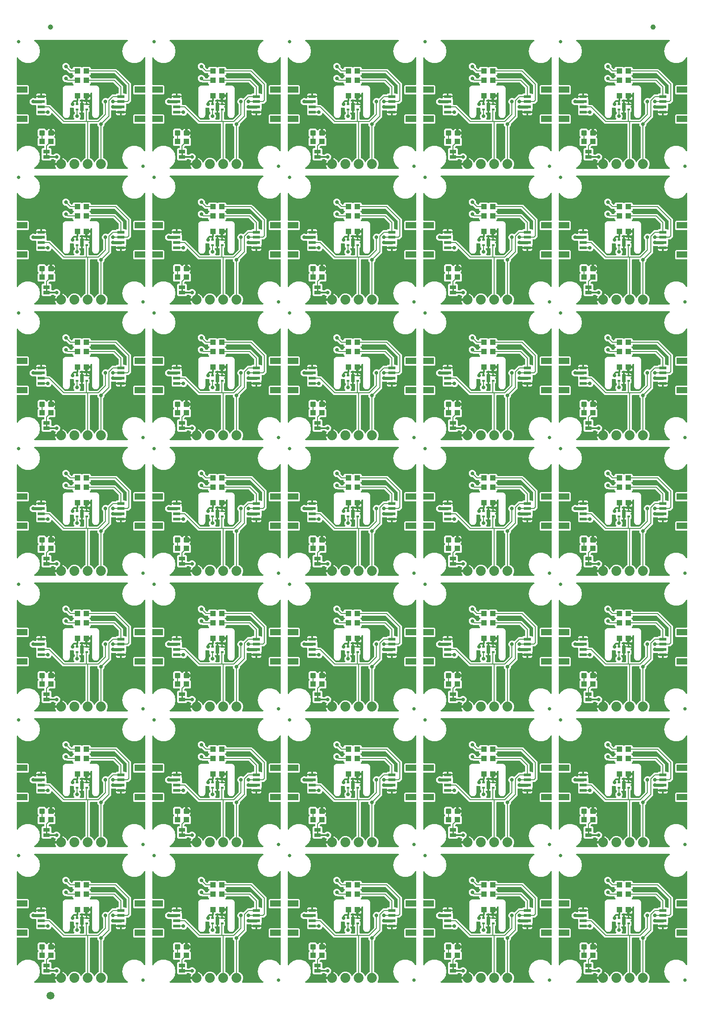
<source format=gtl>
G04 EAGLE Gerber RS-274X export*
G75*
%MOMM*%
%FSLAX34Y34*%
%LPD*%
%INTop Copper*%
%IPPOS*%
%AMOC8*
5,1,8,0,0,1.08239X$1,22.5*%
G01*
%ADD10C,0.635000*%
%ADD11R,2.000000X1.200000*%
%ADD12R,1.350000X0.600000*%
%ADD13R,1.100000X1.000000*%
%ADD14C,0.300000*%
%ADD15R,0.550000X0.350000*%
%ADD16R,0.700000X1.600000*%
%ADD17R,1.270000X0.660400*%
%ADD18C,1.879600*%
%ADD19C,1.000000*%
%ADD20C,1.500000*%
%ADD21C,0.736600*%
%ADD22C,0.609600*%
%ADD23C,0.304800*%
%ADD24C,0.177800*%
%ADD25C,0.254000*%
%ADD26C,0.203200*%

G36*
X77965Y522230D02*
X77965Y522230D01*
X78005Y522227D01*
X78123Y522250D01*
X78241Y522265D01*
X78278Y522279D01*
X78317Y522287D01*
X78426Y522338D01*
X78537Y522382D01*
X78569Y522405D01*
X78605Y522422D01*
X78697Y522498D01*
X78794Y522568D01*
X78820Y522599D01*
X78850Y522624D01*
X78921Y522721D01*
X78997Y522813D01*
X79014Y522849D01*
X79038Y522882D01*
X79082Y522993D01*
X79133Y523101D01*
X79140Y523140D01*
X79155Y523177D01*
X79170Y523296D01*
X79192Y523413D01*
X79190Y523453D01*
X79195Y523493D01*
X79180Y523612D01*
X79173Y523731D01*
X79160Y523769D01*
X79155Y523808D01*
X79112Y523920D01*
X79075Y524033D01*
X79053Y524067D01*
X79039Y524104D01*
X78953Y524240D01*
X78689Y524603D01*
X77836Y526277D01*
X77255Y528064D01*
X77215Y528321D01*
X87630Y528321D01*
X87748Y528336D01*
X87867Y528343D01*
X87905Y528356D01*
X87945Y528361D01*
X88056Y528404D01*
X88169Y528441D01*
X88203Y528463D01*
X88241Y528478D01*
X88337Y528548D01*
X88438Y528611D01*
X88466Y528641D01*
X88498Y528664D01*
X88574Y528756D01*
X88656Y528843D01*
X88675Y528878D01*
X88701Y528909D01*
X88752Y529017D01*
X88809Y529121D01*
X88820Y529161D01*
X88837Y529197D01*
X88859Y529314D01*
X88889Y529429D01*
X88893Y529490D01*
X88897Y529510D01*
X88895Y529530D01*
X88899Y529590D01*
X88899Y530861D01*
X90170Y530861D01*
X90288Y530876D01*
X90407Y530883D01*
X90445Y530896D01*
X90485Y530901D01*
X90596Y530945D01*
X90709Y530981D01*
X90744Y531003D01*
X90781Y531018D01*
X90877Y531088D01*
X90978Y531151D01*
X91006Y531181D01*
X91039Y531205D01*
X91114Y531296D01*
X91196Y531383D01*
X91216Y531418D01*
X91241Y531450D01*
X91292Y531557D01*
X91350Y531662D01*
X91360Y531701D01*
X91377Y531737D01*
X91399Y531854D01*
X91429Y531969D01*
X91433Y532030D01*
X91437Y532050D01*
X91435Y532070D01*
X91439Y532130D01*
X91439Y542545D01*
X91696Y542505D01*
X93483Y541924D01*
X95157Y541071D01*
X96678Y539966D01*
X98006Y538638D01*
X99111Y537117D01*
X99964Y535443D01*
X100115Y534978D01*
X100128Y534951D01*
X100135Y534922D01*
X100195Y534808D01*
X100250Y534690D01*
X100269Y534667D01*
X100283Y534641D01*
X100370Y534545D01*
X100453Y534445D01*
X100477Y534428D01*
X100497Y534406D01*
X100606Y534334D01*
X100710Y534258D01*
X100738Y534247D01*
X100763Y534231D01*
X100886Y534189D01*
X101006Y534141D01*
X101036Y534137D01*
X101064Y534128D01*
X101193Y534117D01*
X101321Y534101D01*
X101351Y534105D01*
X101381Y534102D01*
X101509Y534125D01*
X101637Y534141D01*
X101665Y534152D01*
X101694Y534157D01*
X101812Y534210D01*
X101933Y534258D01*
X101957Y534275D01*
X101984Y534287D01*
X102085Y534368D01*
X102190Y534444D01*
X102209Y534467D01*
X102233Y534486D01*
X102311Y534590D01*
X102393Y534689D01*
X102406Y534716D01*
X102424Y534740D01*
X102495Y534885D01*
X103748Y537910D01*
X107250Y541412D01*
X111824Y543307D01*
X116776Y543307D01*
X121350Y541412D01*
X124852Y537910D01*
X125827Y535555D01*
X125896Y535435D01*
X125961Y535312D01*
X125975Y535297D01*
X125985Y535279D01*
X126082Y535179D01*
X126175Y535076D01*
X126192Y535065D01*
X126206Y535051D01*
X126324Y534978D01*
X126441Y534902D01*
X126460Y534895D01*
X126477Y534884D01*
X126610Y534844D01*
X126742Y534798D01*
X126762Y534797D01*
X126781Y534791D01*
X126920Y534784D01*
X127059Y534773D01*
X127079Y534777D01*
X127099Y534776D01*
X127235Y534804D01*
X127372Y534828D01*
X127391Y534836D01*
X127410Y534840D01*
X127535Y534901D01*
X127662Y534958D01*
X127678Y534971D01*
X127696Y534980D01*
X127802Y535070D01*
X127910Y535157D01*
X127923Y535173D01*
X127938Y535186D01*
X128018Y535300D01*
X128102Y535411D01*
X128114Y535436D01*
X128121Y535446D01*
X128128Y535465D01*
X128173Y535555D01*
X129148Y537910D01*
X132650Y541412D01*
X134852Y542324D01*
X134877Y542339D01*
X134905Y542348D01*
X135015Y542417D01*
X135128Y542482D01*
X135149Y542502D01*
X135174Y542518D01*
X135263Y542612D01*
X135356Y542703D01*
X135372Y542728D01*
X135392Y542750D01*
X135455Y542863D01*
X135523Y542974D01*
X135531Y543002D01*
X135546Y543028D01*
X135578Y543154D01*
X135616Y543278D01*
X135618Y543307D01*
X135625Y543336D01*
X135635Y543497D01*
X135635Y606806D01*
X135620Y606924D01*
X135613Y607043D01*
X135600Y607081D01*
X135595Y607122D01*
X135552Y607232D01*
X135515Y607345D01*
X135493Y607380D01*
X135478Y607417D01*
X135409Y607513D01*
X135345Y607614D01*
X135315Y607642D01*
X135292Y607675D01*
X135200Y607751D01*
X135113Y607832D01*
X135078Y607852D01*
X135047Y607877D01*
X134939Y607928D01*
X134835Y607986D01*
X134795Y607996D01*
X134759Y608013D01*
X134642Y608035D01*
X134527Y608065D01*
X134467Y608069D01*
X134447Y608073D01*
X134426Y608071D01*
X134366Y608075D01*
X92296Y608075D01*
X72032Y628340D01*
X71992Y628371D01*
X71959Y628407D01*
X71867Y628468D01*
X71780Y628535D01*
X71735Y628555D01*
X71693Y628582D01*
X71589Y628618D01*
X71488Y628661D01*
X71439Y628669D01*
X71392Y628685D01*
X71283Y628694D01*
X71174Y628711D01*
X71125Y628707D01*
X71075Y628710D01*
X70967Y628692D01*
X70858Y628681D01*
X70811Y628665D01*
X70762Y628656D01*
X70662Y628611D01*
X70558Y628574D01*
X70517Y628546D01*
X70472Y628525D01*
X70386Y628457D01*
X70295Y628395D01*
X70262Y628358D01*
X70224Y628327D01*
X70157Y628239D01*
X70085Y628157D01*
X70062Y628113D01*
X70032Y628073D01*
X69961Y627928D01*
X69207Y626107D01*
X67313Y624213D01*
X64839Y623188D01*
X62161Y623188D01*
X59924Y624115D01*
X59896Y624123D01*
X59869Y624136D01*
X59743Y624164D01*
X59618Y624199D01*
X59588Y624199D01*
X59559Y624206D01*
X59429Y624202D01*
X59300Y624204D01*
X59271Y624197D01*
X59241Y624196D01*
X59117Y624160D01*
X58990Y624130D01*
X58964Y624116D01*
X58949Y624111D01*
X42787Y624111D01*
X41001Y625897D01*
X41001Y634463D01*
X41011Y634482D01*
X41036Y634514D01*
X41083Y634623D01*
X41137Y634729D01*
X41146Y634769D01*
X41162Y634806D01*
X41181Y634924D01*
X41207Y635039D01*
X41206Y635080D01*
X41212Y635120D01*
X41201Y635239D01*
X41197Y635357D01*
X41186Y635396D01*
X41182Y635436D01*
X41142Y635549D01*
X41109Y635663D01*
X41088Y635698D01*
X41075Y635736D01*
X41008Y635834D01*
X41001Y635845D01*
X41001Y642874D01*
X40986Y642992D01*
X40979Y643111D01*
X40966Y643149D01*
X40961Y643190D01*
X40918Y643300D01*
X40881Y643413D01*
X40859Y643448D01*
X40844Y643485D01*
X40775Y643581D01*
X40711Y643682D01*
X40681Y643710D01*
X40658Y643743D01*
X40566Y643819D01*
X40479Y643900D01*
X40444Y643920D01*
X40413Y643945D01*
X40305Y643996D01*
X40201Y644054D01*
X40161Y644064D01*
X40125Y644081D01*
X40008Y644103D01*
X39893Y644133D01*
X39833Y644137D01*
X39813Y644141D01*
X39792Y644139D01*
X39732Y644143D01*
X38685Y644143D01*
X38675Y644142D01*
X38666Y644143D01*
X38517Y644122D01*
X38369Y644103D01*
X38360Y644100D01*
X38351Y644099D01*
X38199Y644047D01*
X36899Y643508D01*
X34221Y643508D01*
X31747Y644533D01*
X29853Y646427D01*
X28828Y648901D01*
X28828Y651579D01*
X29853Y654053D01*
X31747Y655947D01*
X34221Y656972D01*
X36899Y656972D01*
X38199Y656433D01*
X38208Y656431D01*
X38216Y656426D01*
X38361Y656389D01*
X38506Y656349D01*
X38515Y656349D01*
X38524Y656347D01*
X38685Y656337D01*
X40240Y656337D01*
X40358Y656352D01*
X40477Y656359D01*
X40515Y656372D01*
X40556Y656377D01*
X40666Y656420D01*
X40779Y656457D01*
X40814Y656479D01*
X40851Y656494D01*
X40947Y656563D01*
X41048Y656627D01*
X41076Y656657D01*
X41109Y656680D01*
X41185Y656772D01*
X41266Y656859D01*
X41286Y656894D01*
X41311Y656925D01*
X41362Y657033D01*
X41420Y657137D01*
X41430Y657177D01*
X41447Y657213D01*
X41469Y657330D01*
X41499Y657445D01*
X41503Y657505D01*
X41507Y657525D01*
X41505Y657546D01*
X41509Y657606D01*
X41509Y658661D01*
X50570Y658661D01*
X50688Y658676D01*
X50807Y658683D01*
X50814Y658685D01*
X50870Y658671D01*
X50930Y658667D01*
X50950Y658663D01*
X50970Y658665D01*
X51030Y658661D01*
X60091Y658661D01*
X60091Y656826D01*
X59880Y656039D01*
X59866Y655934D01*
X59842Y655831D01*
X59844Y655777D01*
X59837Y655724D01*
X59849Y655619D01*
X59852Y655513D01*
X59867Y655462D01*
X59873Y655408D01*
X59911Y655309D01*
X59941Y655208D01*
X59968Y655161D01*
X59987Y655111D01*
X60048Y655025D01*
X60102Y654934D01*
X60159Y654870D01*
X60171Y654852D01*
X60183Y654842D01*
X60209Y654813D01*
X60599Y654423D01*
X60599Y645414D01*
X60614Y645296D01*
X60621Y645177D01*
X60634Y645139D01*
X60639Y645098D01*
X60682Y644988D01*
X60719Y644875D01*
X60741Y644840D01*
X60756Y644803D01*
X60825Y644707D01*
X60889Y644606D01*
X60919Y644578D01*
X60942Y644545D01*
X61034Y644469D01*
X61121Y644388D01*
X61156Y644368D01*
X61187Y644343D01*
X61295Y644292D01*
X61399Y644234D01*
X61439Y644224D01*
X61475Y644207D01*
X61592Y644185D01*
X61707Y644155D01*
X61767Y644151D01*
X61787Y644147D01*
X61808Y644149D01*
X61868Y644145D01*
X67724Y644145D01*
X95292Y616576D01*
X95370Y616516D01*
X95442Y616448D01*
X95495Y616419D01*
X95543Y616382D01*
X95634Y616342D01*
X95721Y616294D01*
X95779Y616279D01*
X95835Y616255D01*
X95933Y616240D01*
X96029Y616215D01*
X96129Y616209D01*
X96149Y616205D01*
X96161Y616207D01*
X96189Y616205D01*
X112891Y616205D01*
X113029Y616222D01*
X113167Y616235D01*
X113186Y616242D01*
X113206Y616245D01*
X113336Y616296D01*
X113467Y616343D01*
X113483Y616354D01*
X113502Y616362D01*
X113615Y616443D01*
X113730Y616521D01*
X113743Y616537D01*
X113759Y616548D01*
X113848Y616656D01*
X113940Y616760D01*
X113949Y616778D01*
X113962Y616793D01*
X114021Y616919D01*
X114085Y617043D01*
X114089Y617063D01*
X114098Y617081D01*
X114124Y617217D01*
X114154Y617353D01*
X114154Y617374D01*
X114158Y617393D01*
X114149Y617532D01*
X114145Y617671D01*
X114139Y617691D01*
X114138Y617711D01*
X114095Y617843D01*
X114056Y617977D01*
X114046Y617994D01*
X114040Y618013D01*
X113965Y618131D01*
X113895Y618251D01*
X113876Y618272D01*
X113870Y618282D01*
X113855Y618296D01*
X113788Y618372D01*
X113673Y618487D01*
X112648Y620961D01*
X112648Y623639D01*
X113673Y626113D01*
X114584Y627024D01*
X114644Y627102D01*
X114712Y627174D01*
X114741Y627227D01*
X114778Y627275D01*
X114818Y627366D01*
X114866Y627453D01*
X114881Y627511D01*
X114905Y627567D01*
X114920Y627665D01*
X114945Y627760D01*
X114951Y627860D01*
X114955Y627881D01*
X114953Y627893D01*
X114955Y627921D01*
X114955Y629807D01*
X114943Y629906D01*
X114940Y630005D01*
X114923Y630063D01*
X114915Y630123D01*
X114879Y630215D01*
X114851Y630310D01*
X114821Y630362D01*
X114798Y630419D01*
X114740Y630499D01*
X114690Y630584D01*
X114624Y630659D01*
X114612Y630676D01*
X114602Y630684D01*
X114584Y630705D01*
X113221Y632067D01*
X113221Y637159D01*
X113206Y637277D01*
X113199Y637396D01*
X113186Y637434D01*
X113181Y637475D01*
X113138Y637585D01*
X113101Y637698D01*
X113079Y637733D01*
X113064Y637770D01*
X112995Y637866D01*
X112931Y637967D01*
X112901Y637995D01*
X112878Y638028D01*
X112786Y638104D01*
X112699Y638185D01*
X112664Y638205D01*
X112633Y638230D01*
X112525Y638281D01*
X112421Y638339D01*
X112381Y638349D01*
X112345Y638366D01*
X112228Y638388D01*
X112113Y638418D01*
X112053Y638422D01*
X112033Y638426D01*
X112012Y638424D01*
X111952Y638428D01*
X109151Y638428D01*
X107674Y639040D01*
X107626Y639053D01*
X107581Y639074D01*
X107473Y639095D01*
X107367Y639124D01*
X107317Y639125D01*
X107268Y639134D01*
X107159Y639127D01*
X107049Y639129D01*
X107001Y639118D01*
X106951Y639114D01*
X106847Y639081D01*
X106740Y639055D01*
X106696Y639032D01*
X106649Y639016D01*
X106556Y638958D01*
X106459Y638906D01*
X106422Y638873D01*
X106380Y638846D01*
X106305Y638766D01*
X106223Y638692D01*
X106196Y638651D01*
X106162Y638615D01*
X106109Y638518D01*
X106049Y638427D01*
X106032Y638380D01*
X106008Y638336D01*
X105981Y638230D01*
X105945Y638126D01*
X105941Y638076D01*
X105929Y638028D01*
X105919Y637868D01*
X105919Y624746D01*
X104875Y622225D01*
X102945Y620295D01*
X100424Y619251D01*
X97696Y619251D01*
X95175Y620295D01*
X93245Y622225D01*
X92201Y624746D01*
X92201Y675734D01*
X93245Y678255D01*
X95175Y680185D01*
X97696Y681229D01*
X111545Y681229D01*
X111683Y681246D01*
X111822Y681259D01*
X111841Y681266D01*
X111861Y681269D01*
X111990Y681320D01*
X112121Y681367D01*
X112138Y681378D01*
X112157Y681386D01*
X112269Y681467D01*
X112384Y681545D01*
X112398Y681561D01*
X112414Y681572D01*
X112503Y681680D01*
X112595Y681784D01*
X112604Y681802D01*
X112617Y681817D01*
X112676Y681943D01*
X112739Y682067D01*
X112744Y682087D01*
X112752Y682105D01*
X112778Y682242D01*
X112809Y682377D01*
X112808Y682398D01*
X112812Y682417D01*
X112804Y682556D01*
X112799Y682695D01*
X112794Y682715D01*
X112792Y682735D01*
X112750Y682867D01*
X112711Y683001D01*
X112701Y683018D01*
X112694Y683037D01*
X112620Y683155D01*
X112549Y683275D01*
X112531Y683296D01*
X112524Y683306D01*
X112509Y683320D01*
X112443Y683395D01*
X111221Y684617D01*
X111221Y685546D01*
X111206Y685664D01*
X111199Y685783D01*
X111186Y685821D01*
X111181Y685862D01*
X111138Y685972D01*
X111101Y686085D01*
X111079Y686120D01*
X111064Y686157D01*
X110995Y686253D01*
X110931Y686354D01*
X110901Y686382D01*
X110878Y686415D01*
X110786Y686491D01*
X110699Y686572D01*
X110664Y686592D01*
X110633Y686617D01*
X110525Y686668D01*
X110421Y686726D01*
X110381Y686736D01*
X110345Y686753D01*
X110228Y686775D01*
X110113Y686805D01*
X110053Y686809D01*
X110033Y686813D01*
X110012Y686811D01*
X109952Y686815D01*
X99916Y686815D01*
X99145Y687587D01*
X99067Y687647D01*
X98995Y687715D01*
X98942Y687744D01*
X98894Y687781D01*
X98803Y687821D01*
X98716Y687869D01*
X98658Y687884D01*
X98602Y687908D01*
X98504Y687923D01*
X98408Y687948D01*
X98308Y687954D01*
X98288Y687958D01*
X98276Y687956D01*
X98248Y687958D01*
X96451Y687958D01*
X93977Y688983D01*
X92083Y690877D01*
X91058Y693351D01*
X91058Y696029D01*
X92083Y698503D01*
X93977Y700397D01*
X96451Y701422D01*
X99129Y701422D01*
X101603Y700397D01*
X103497Y698503D01*
X104547Y695968D01*
X104557Y695939D01*
X104562Y695898D01*
X104605Y695788D01*
X104642Y695675D01*
X104664Y695640D01*
X104679Y695603D01*
X104748Y695507D01*
X104812Y695406D01*
X104842Y695378D01*
X104865Y695345D01*
X104957Y695269D01*
X105044Y695188D01*
X105079Y695168D01*
X105110Y695143D01*
X105218Y695092D01*
X105322Y695034D01*
X105362Y695024D01*
X105398Y695007D01*
X105515Y694985D01*
X105630Y694955D01*
X105690Y694951D01*
X105710Y694947D01*
X105731Y694949D01*
X105791Y694945D01*
X109952Y694945D01*
X110070Y694960D01*
X110189Y694967D01*
X110227Y694980D01*
X110268Y694985D01*
X110378Y695028D01*
X110491Y695065D01*
X110526Y695087D01*
X110563Y695102D01*
X110659Y695171D01*
X110760Y695235D01*
X110788Y695265D01*
X110821Y695288D01*
X110897Y695380D01*
X110978Y695467D01*
X110998Y695502D01*
X111023Y695533D01*
X111074Y695641D01*
X111132Y695745D01*
X111142Y695785D01*
X111159Y695821D01*
X111181Y695938D01*
X111211Y696053D01*
X111215Y696113D01*
X111219Y696133D01*
X111217Y696154D01*
X111221Y696214D01*
X111221Y697143D01*
X112951Y698872D01*
X113024Y698967D01*
X113103Y699056D01*
X113121Y699092D01*
X113146Y699124D01*
X113193Y699233D01*
X113247Y699339D01*
X113256Y699378D01*
X113272Y699416D01*
X113291Y699533D01*
X113317Y699649D01*
X113316Y699690D01*
X113322Y699730D01*
X113311Y699848D01*
X113307Y699967D01*
X113296Y700006D01*
X113292Y700046D01*
X113252Y700159D01*
X113219Y700273D01*
X113198Y700307D01*
X113185Y700346D01*
X113118Y700444D01*
X113057Y700547D01*
X113017Y700592D01*
X113006Y700609D01*
X112991Y700622D01*
X112951Y700667D01*
X111221Y702397D01*
X111221Y703326D01*
X111206Y703444D01*
X111199Y703563D01*
X111186Y703601D01*
X111181Y703642D01*
X111138Y703752D01*
X111101Y703865D01*
X111079Y703900D01*
X111064Y703937D01*
X110995Y704033D01*
X110931Y704134D01*
X110901Y704162D01*
X110878Y704195D01*
X110786Y704271D01*
X110699Y704352D01*
X110664Y704372D01*
X110633Y704397D01*
X110525Y704448D01*
X110421Y704506D01*
X110381Y704516D01*
X110345Y704533D01*
X110228Y704555D01*
X110113Y704585D01*
X110053Y704589D01*
X110033Y704593D01*
X110012Y704591D01*
X109952Y704595D01*
X104996Y704595D01*
X99145Y710447D01*
X99067Y710507D01*
X98995Y710575D01*
X98942Y710604D01*
X98894Y710641D01*
X98803Y710681D01*
X98716Y710729D01*
X98658Y710744D01*
X98602Y710768D01*
X98504Y710783D01*
X98408Y710808D01*
X98308Y710814D01*
X98288Y710818D01*
X98276Y710816D01*
X98248Y710818D01*
X96451Y710818D01*
X93977Y711843D01*
X92083Y713737D01*
X91058Y716211D01*
X91058Y718889D01*
X92083Y721363D01*
X93977Y723257D01*
X96451Y724282D01*
X99129Y724282D01*
X101603Y723257D01*
X103497Y721363D01*
X104522Y718889D01*
X104522Y717092D01*
X104534Y716994D01*
X104537Y716895D01*
X104554Y716837D01*
X104562Y716777D01*
X104598Y716685D01*
X104626Y716590D01*
X104656Y716538D01*
X104679Y716481D01*
X104737Y716401D01*
X104787Y716316D01*
X104853Y716240D01*
X104865Y716224D01*
X104875Y716216D01*
X104893Y716195D01*
X107992Y713096D01*
X108070Y713036D01*
X108142Y712968D01*
X108195Y712939D01*
X108243Y712902D01*
X108334Y712862D01*
X108421Y712814D01*
X108479Y712799D01*
X108535Y712775D01*
X108633Y712760D01*
X108729Y712735D01*
X108829Y712729D01*
X108849Y712725D01*
X108861Y712727D01*
X108889Y712725D01*
X109952Y712725D01*
X110070Y712740D01*
X110189Y712747D01*
X110227Y712760D01*
X110268Y712765D01*
X110378Y712808D01*
X110491Y712845D01*
X110526Y712867D01*
X110563Y712882D01*
X110659Y712951D01*
X110760Y713015D01*
X110788Y713045D01*
X110821Y713068D01*
X110897Y713160D01*
X110978Y713247D01*
X110998Y713282D01*
X111023Y713313D01*
X111074Y713421D01*
X111132Y713525D01*
X111142Y713565D01*
X111159Y713601D01*
X111181Y713718D01*
X111211Y713833D01*
X111215Y713893D01*
X111219Y713913D01*
X111217Y713934D01*
X111221Y713994D01*
X111221Y714923D01*
X113007Y716709D01*
X126533Y716709D01*
X127373Y715869D01*
X127467Y715796D01*
X127556Y715717D01*
X127592Y715699D01*
X127624Y715674D01*
X127733Y715627D01*
X127839Y715573D01*
X127878Y715564D01*
X127916Y715548D01*
X128033Y715529D01*
X128149Y715503D01*
X128190Y715504D01*
X128230Y715498D01*
X128348Y715509D01*
X128467Y715513D01*
X128506Y715524D01*
X128546Y715528D01*
X128658Y715568D01*
X128773Y715601D01*
X128808Y715622D01*
X128846Y715635D01*
X128944Y715702D01*
X129047Y715763D01*
X129092Y715802D01*
X129109Y715814D01*
X129122Y715829D01*
X129168Y715869D01*
X130007Y716709D01*
X143533Y716709D01*
X145319Y714923D01*
X145319Y713994D01*
X145334Y713876D01*
X145341Y713757D01*
X145354Y713719D01*
X145359Y713678D01*
X145402Y713568D01*
X145439Y713455D01*
X145461Y713420D01*
X145476Y713383D01*
X145545Y713287D01*
X145609Y713186D01*
X145639Y713158D01*
X145662Y713125D01*
X145754Y713049D01*
X145841Y712968D01*
X145876Y712948D01*
X145907Y712923D01*
X146015Y712872D01*
X146119Y712814D01*
X146159Y712804D01*
X146195Y712787D01*
X146312Y712765D01*
X146427Y712735D01*
X146487Y712731D01*
X146507Y712727D01*
X146528Y712729D01*
X146588Y712725D01*
X194724Y712725D01*
X197476Y709972D01*
X222505Y684944D01*
X222505Y651096D01*
X220256Y648848D01*
X217504Y646095D01*
X214268Y646095D01*
X214150Y646080D01*
X214031Y646073D01*
X213993Y646060D01*
X213952Y646055D01*
X213842Y646012D01*
X213729Y645975D01*
X213694Y645953D01*
X213657Y645938D01*
X213561Y645869D01*
X213460Y645805D01*
X213432Y645775D01*
X213399Y645752D01*
X213323Y645660D01*
X213242Y645573D01*
X213222Y645538D01*
X213197Y645507D01*
X213146Y645399D01*
X213088Y645295D01*
X213078Y645255D01*
X213061Y645219D01*
X213039Y645102D01*
X213009Y644987D01*
X213005Y644927D01*
X213001Y644907D01*
X213003Y644886D01*
X212999Y644826D01*
X212999Y635897D01*
X212609Y635507D01*
X212544Y635423D01*
X212472Y635346D01*
X212447Y635298D01*
X212414Y635256D01*
X212372Y635159D01*
X212322Y635066D01*
X212309Y635013D01*
X212287Y634964D01*
X212271Y634859D01*
X212245Y634757D01*
X212246Y634703D01*
X212237Y634650D01*
X212247Y634544D01*
X212248Y634439D01*
X212265Y634355D01*
X212267Y634333D01*
X212272Y634318D01*
X212280Y634281D01*
X212491Y633494D01*
X212491Y631659D01*
X203430Y631659D01*
X203312Y631644D01*
X203193Y631637D01*
X203186Y631635D01*
X203130Y631649D01*
X203070Y631653D01*
X203050Y631657D01*
X203030Y631655D01*
X202970Y631659D01*
X193909Y631659D01*
X193909Y632714D01*
X193894Y632832D01*
X193887Y632951D01*
X193874Y632989D01*
X193869Y633030D01*
X193826Y633140D01*
X193789Y633253D01*
X193767Y633288D01*
X193752Y633325D01*
X193683Y633421D01*
X193619Y633522D01*
X193589Y633550D01*
X193566Y633583D01*
X193474Y633659D01*
X193387Y633740D01*
X193352Y633760D01*
X193321Y633785D01*
X193213Y633836D01*
X193109Y633894D01*
X193069Y633904D01*
X193033Y633921D01*
X192916Y633943D01*
X192801Y633973D01*
X192741Y633977D01*
X192721Y633981D01*
X192700Y633979D01*
X192640Y633983D01*
X191085Y633983D01*
X191075Y633982D01*
X191066Y633983D01*
X190917Y633962D01*
X190769Y633943D01*
X190760Y633940D01*
X190751Y633939D01*
X190599Y633887D01*
X189299Y633348D01*
X186621Y633348D01*
X186160Y633539D01*
X186112Y633552D01*
X186067Y633574D01*
X185959Y633594D01*
X185853Y633623D01*
X185803Y633624D01*
X185754Y633633D01*
X185645Y633627D01*
X185535Y633628D01*
X185487Y633617D01*
X185437Y633614D01*
X185333Y633580D01*
X185226Y633554D01*
X185182Y633531D01*
X185135Y633516D01*
X185042Y633457D01*
X184945Y633405D01*
X184908Y633372D01*
X184866Y633345D01*
X184791Y633265D01*
X184709Y633192D01*
X184682Y633150D01*
X184648Y633114D01*
X184595Y633018D01*
X184535Y632926D01*
X184518Y632879D01*
X184494Y632835D01*
X184467Y632729D01*
X184431Y632625D01*
X184427Y632575D01*
X184415Y632527D01*
X184405Y632367D01*
X184405Y620616D01*
X172203Y608415D01*
X172143Y608337D01*
X172075Y608265D01*
X172046Y608212D01*
X172009Y608164D01*
X171969Y608073D01*
X171921Y607986D01*
X171906Y607928D01*
X171882Y607872D01*
X171867Y607774D01*
X171842Y607678D01*
X171836Y607578D01*
X171832Y607558D01*
X171834Y607546D01*
X171832Y607518D01*
X171832Y605721D01*
X170807Y603247D01*
X169536Y601976D01*
X169476Y601898D01*
X169408Y601826D01*
X169379Y601773D01*
X169342Y601725D01*
X169302Y601634D01*
X169254Y601548D01*
X169239Y601489D01*
X169215Y601433D01*
X169200Y601335D01*
X169175Y601240D01*
X169169Y601140D01*
X169165Y601119D01*
X169167Y601107D01*
X169165Y601079D01*
X169165Y543497D01*
X169168Y543467D01*
X169166Y543438D01*
X169188Y543310D01*
X169205Y543181D01*
X169215Y543154D01*
X169220Y543125D01*
X169274Y543006D01*
X169322Y542885D01*
X169339Y542862D01*
X169351Y542835D01*
X169432Y542733D01*
X169508Y542628D01*
X169531Y542609D01*
X169550Y542586D01*
X169653Y542508D01*
X169753Y542425D01*
X169780Y542413D01*
X169804Y542395D01*
X169948Y542324D01*
X172150Y541412D01*
X175652Y537910D01*
X177547Y533336D01*
X177547Y528384D01*
X175722Y523980D01*
X175709Y523932D01*
X175688Y523887D01*
X175667Y523779D01*
X175638Y523673D01*
X175638Y523623D01*
X175628Y523574D01*
X175635Y523465D01*
X175633Y523355D01*
X175645Y523307D01*
X175648Y523257D01*
X175682Y523153D01*
X175707Y523046D01*
X175731Y523002D01*
X175746Y522955D01*
X175805Y522862D01*
X175856Y522765D01*
X175890Y522728D01*
X175916Y522686D01*
X175996Y522611D01*
X176070Y522529D01*
X176112Y522502D01*
X176148Y522468D01*
X176244Y522415D01*
X176336Y522355D01*
X176383Y522338D01*
X176426Y522314D01*
X176533Y522287D01*
X176637Y522251D01*
X176686Y522247D01*
X176734Y522235D01*
X176895Y522225D01*
X215369Y522225D01*
X215405Y522229D01*
X215440Y522227D01*
X215562Y522249D01*
X215685Y522265D01*
X215718Y522278D01*
X215753Y522284D01*
X215865Y522336D01*
X215981Y522382D01*
X216009Y522402D01*
X216041Y522417D01*
X216138Y522496D01*
X216238Y522568D01*
X216261Y522596D01*
X216288Y522618D01*
X216361Y522718D01*
X216441Y522813D01*
X216456Y522845D01*
X216477Y522874D01*
X216523Y522989D01*
X216576Y523101D01*
X216583Y523136D01*
X216596Y523169D01*
X216613Y523292D01*
X216636Y523413D01*
X216634Y523449D01*
X216639Y523484D01*
X216624Y523607D01*
X216616Y523731D01*
X216605Y523765D01*
X216601Y523800D01*
X216556Y523916D01*
X216518Y524033D01*
X216499Y524063D01*
X216487Y524096D01*
X216414Y524197D01*
X216348Y524302D01*
X216322Y524326D01*
X216302Y524355D01*
X216185Y524466D01*
X211015Y528804D01*
X207029Y535709D01*
X205645Y543560D01*
X207029Y551411D01*
X211015Y558315D01*
X217122Y563440D01*
X224614Y566167D01*
X232586Y566167D01*
X240078Y563440D01*
X246185Y558316D01*
X247567Y555922D01*
X247655Y555806D01*
X247740Y555688D01*
X247751Y555679D01*
X247759Y555669D01*
X247873Y555578D01*
X247985Y555485D01*
X247998Y555479D01*
X248008Y555471D01*
X248142Y555411D01*
X248273Y555350D01*
X248286Y555347D01*
X248299Y555342D01*
X248443Y555317D01*
X248586Y555290D01*
X248599Y555291D01*
X248612Y555288D01*
X248758Y555301D01*
X248903Y555310D01*
X248916Y555314D01*
X248929Y555315D01*
X249067Y555363D01*
X249205Y555408D01*
X249217Y555415D01*
X249230Y555419D01*
X249351Y555500D01*
X249474Y555578D01*
X249483Y555588D01*
X249495Y555595D01*
X249592Y555703D01*
X249692Y555809D01*
X249699Y555821D01*
X249708Y555831D01*
X249775Y555960D01*
X249846Y556088D01*
X249849Y556101D01*
X249855Y556113D01*
X249889Y556255D01*
X249925Y556396D01*
X249926Y556414D01*
X249928Y556423D01*
X249928Y556440D01*
X249935Y556557D01*
X249935Y606842D01*
X249920Y606960D01*
X249913Y607079D01*
X249900Y607117D01*
X249895Y607158D01*
X249852Y607268D01*
X249815Y607381D01*
X249793Y607416D01*
X249778Y607453D01*
X249709Y607549D01*
X249645Y607650D01*
X249615Y607678D01*
X249592Y607711D01*
X249500Y607787D01*
X249413Y607868D01*
X249378Y607888D01*
X249347Y607913D01*
X249239Y607964D01*
X249135Y608022D01*
X249095Y608032D01*
X249059Y608049D01*
X248942Y608071D01*
X248827Y608101D01*
X248767Y608105D01*
X248747Y608109D01*
X248726Y608107D01*
X248666Y608111D01*
X228687Y608111D01*
X226901Y609897D01*
X226901Y624423D01*
X228687Y626209D01*
X248666Y626209D01*
X248784Y626224D01*
X248903Y626231D01*
X248941Y626244D01*
X248982Y626249D01*
X249092Y626292D01*
X249205Y626329D01*
X249240Y626351D01*
X249277Y626366D01*
X249373Y626435D01*
X249474Y626499D01*
X249502Y626529D01*
X249535Y626552D01*
X249611Y626644D01*
X249692Y626731D01*
X249712Y626766D01*
X249737Y626797D01*
X249788Y626905D01*
X249846Y627009D01*
X249856Y627049D01*
X249873Y627085D01*
X249895Y627202D01*
X249925Y627317D01*
X249929Y627377D01*
X249933Y627397D01*
X249931Y627418D01*
X249935Y627478D01*
X249935Y662842D01*
X249920Y662960D01*
X249913Y663079D01*
X249900Y663117D01*
X249895Y663158D01*
X249852Y663268D01*
X249815Y663381D01*
X249793Y663416D01*
X249778Y663453D01*
X249709Y663549D01*
X249645Y663650D01*
X249615Y663678D01*
X249592Y663711D01*
X249500Y663787D01*
X249413Y663868D01*
X249378Y663888D01*
X249347Y663913D01*
X249239Y663964D01*
X249135Y664022D01*
X249095Y664032D01*
X249059Y664049D01*
X248942Y664071D01*
X248827Y664101D01*
X248767Y664105D01*
X248747Y664109D01*
X248726Y664107D01*
X248666Y664111D01*
X228687Y664111D01*
X226901Y665897D01*
X226901Y680423D01*
X228687Y682209D01*
X248666Y682209D01*
X248784Y682224D01*
X248903Y682231D01*
X248941Y682244D01*
X248982Y682249D01*
X249092Y682292D01*
X249205Y682329D01*
X249240Y682351D01*
X249277Y682366D01*
X249373Y682435D01*
X249474Y682499D01*
X249502Y682529D01*
X249535Y682552D01*
X249611Y682644D01*
X249692Y682731D01*
X249712Y682766D01*
X249737Y682797D01*
X249788Y682905D01*
X249846Y683009D01*
X249856Y683049D01*
X249873Y683085D01*
X249895Y683202D01*
X249925Y683317D01*
X249929Y683377D01*
X249933Y683397D01*
X249931Y683418D01*
X249935Y683478D01*
X249935Y733763D01*
X249917Y733908D01*
X249902Y734053D01*
X249897Y734066D01*
X249895Y734079D01*
X249842Y734214D01*
X249791Y734351D01*
X249783Y734362D01*
X249778Y734375D01*
X249693Y734493D01*
X249610Y734612D01*
X249600Y734621D01*
X249592Y734632D01*
X249479Y734725D01*
X249369Y734820D01*
X249357Y734826D01*
X249347Y734835D01*
X249215Y734897D01*
X249084Y734962D01*
X249071Y734965D01*
X249059Y734970D01*
X248917Y734997D01*
X248773Y735028D01*
X248760Y735028D01*
X248747Y735030D01*
X248602Y735021D01*
X248456Y735015D01*
X248443Y735011D01*
X248429Y735010D01*
X248291Y734966D01*
X248151Y734923D01*
X248139Y734916D01*
X248127Y734912D01*
X248004Y734835D01*
X247879Y734759D01*
X247869Y734749D01*
X247858Y734742D01*
X247758Y734636D01*
X247656Y734532D01*
X247646Y734517D01*
X247640Y734511D01*
X247632Y734496D01*
X247567Y734398D01*
X246185Y732005D01*
X240078Y726880D01*
X232586Y724153D01*
X224614Y724153D01*
X217122Y726880D01*
X211015Y732005D01*
X207029Y738909D01*
X205645Y746760D01*
X207029Y754611D01*
X211015Y761515D01*
X216185Y765854D01*
X216209Y765880D01*
X216238Y765900D01*
X216317Y765996D01*
X216401Y766087D01*
X216418Y766118D01*
X216441Y766145D01*
X216494Y766258D01*
X216553Y766367D01*
X216561Y766401D01*
X216576Y766433D01*
X216599Y766555D01*
X216630Y766675D01*
X216629Y766711D01*
X216636Y766746D01*
X216628Y766869D01*
X216627Y766993D01*
X216618Y767028D01*
X216616Y767063D01*
X216578Y767181D01*
X216546Y767301D01*
X216529Y767332D01*
X216518Y767365D01*
X216452Y767470D01*
X216391Y767579D01*
X216367Y767604D01*
X216348Y767634D01*
X216258Y767719D01*
X216172Y767809D01*
X216142Y767828D01*
X216116Y767852D01*
X216008Y767912D01*
X215903Y767978D01*
X215869Y767989D01*
X215838Y768006D01*
X215718Y768037D01*
X215600Y768074D01*
X215564Y768076D01*
X215530Y768085D01*
X215369Y768095D01*
X38631Y768095D01*
X38595Y768091D01*
X38560Y768093D01*
X38438Y768071D01*
X38315Y768055D01*
X38282Y768042D01*
X38247Y768036D01*
X38135Y767984D01*
X38019Y767938D01*
X37991Y767918D01*
X37959Y767903D01*
X37862Y767824D01*
X37762Y767752D01*
X37739Y767724D01*
X37712Y767702D01*
X37639Y767602D01*
X37559Y767507D01*
X37544Y767475D01*
X37523Y767446D01*
X37477Y767331D01*
X37424Y767219D01*
X37417Y767184D01*
X37404Y767151D01*
X37387Y767028D01*
X37364Y766907D01*
X37366Y766871D01*
X37361Y766836D01*
X37376Y766713D01*
X37384Y766589D01*
X37395Y766555D01*
X37399Y766520D01*
X37444Y766405D01*
X37482Y766287D01*
X37501Y766257D01*
X37513Y766224D01*
X37585Y766123D01*
X37652Y766018D01*
X37678Y765994D01*
X37698Y765965D01*
X37815Y765854D01*
X42985Y761516D01*
X46971Y754611D01*
X48355Y746760D01*
X46971Y738909D01*
X42985Y732005D01*
X36878Y726880D01*
X29386Y724153D01*
X21414Y724153D01*
X13922Y726880D01*
X7815Y732004D01*
X6433Y734398D01*
X6345Y734514D01*
X6260Y734632D01*
X6249Y734641D01*
X6241Y734651D01*
X6127Y734742D01*
X6015Y734835D01*
X6002Y734841D01*
X5992Y734849D01*
X5858Y734909D01*
X5727Y734970D01*
X5714Y734973D01*
X5701Y734978D01*
X5557Y735003D01*
X5414Y735030D01*
X5401Y735029D01*
X5388Y735032D01*
X5242Y735019D01*
X5097Y735010D01*
X5084Y735006D01*
X5071Y735005D01*
X4933Y734957D01*
X4795Y734912D01*
X4783Y734905D01*
X4770Y734901D01*
X4649Y734820D01*
X4526Y734742D01*
X4517Y734732D01*
X4505Y734725D01*
X4408Y734617D01*
X4308Y734511D01*
X4301Y734499D01*
X4292Y734489D01*
X4225Y734360D01*
X4154Y734232D01*
X4151Y734219D01*
X4145Y734207D01*
X4111Y734065D01*
X4075Y733924D01*
X4074Y733906D01*
X4072Y733897D01*
X4072Y733880D01*
X4065Y733763D01*
X4065Y683478D01*
X4080Y683360D01*
X4087Y683241D01*
X4100Y683203D01*
X4105Y683162D01*
X4148Y683052D01*
X4185Y682939D01*
X4207Y682904D01*
X4222Y682867D01*
X4291Y682771D01*
X4355Y682670D01*
X4385Y682642D01*
X4408Y682609D01*
X4500Y682533D01*
X4587Y682452D01*
X4622Y682432D01*
X4653Y682407D01*
X4761Y682356D01*
X4865Y682298D01*
X4905Y682288D01*
X4941Y682271D01*
X5058Y682249D01*
X5173Y682219D01*
X5233Y682215D01*
X5253Y682211D01*
X5274Y682213D01*
X5334Y682209D01*
X25313Y682209D01*
X27099Y680423D01*
X27099Y665897D01*
X25313Y664111D01*
X5334Y664111D01*
X5216Y664096D01*
X5097Y664089D01*
X5059Y664076D01*
X5018Y664071D01*
X4908Y664028D01*
X4795Y663991D01*
X4760Y663969D01*
X4723Y663954D01*
X4627Y663885D01*
X4526Y663821D01*
X4498Y663791D01*
X4465Y663768D01*
X4389Y663676D01*
X4308Y663589D01*
X4288Y663554D01*
X4263Y663523D01*
X4212Y663415D01*
X4154Y663311D01*
X4144Y663271D01*
X4127Y663235D01*
X4105Y663118D01*
X4075Y663003D01*
X4071Y662943D01*
X4067Y662923D01*
X4069Y662902D01*
X4065Y662842D01*
X4065Y627478D01*
X4080Y627360D01*
X4087Y627241D01*
X4100Y627203D01*
X4105Y627162D01*
X4148Y627052D01*
X4185Y626939D01*
X4207Y626904D01*
X4222Y626867D01*
X4291Y626771D01*
X4355Y626670D01*
X4385Y626642D01*
X4408Y626609D01*
X4500Y626533D01*
X4587Y626452D01*
X4622Y626432D01*
X4653Y626407D01*
X4761Y626356D01*
X4865Y626298D01*
X4905Y626288D01*
X4941Y626271D01*
X5058Y626249D01*
X5173Y626219D01*
X5233Y626215D01*
X5253Y626211D01*
X5274Y626213D01*
X5334Y626209D01*
X25313Y626209D01*
X27099Y624423D01*
X27099Y609897D01*
X25313Y608111D01*
X5334Y608111D01*
X5216Y608096D01*
X5097Y608089D01*
X5059Y608076D01*
X5018Y608071D01*
X4908Y608028D01*
X4795Y607991D01*
X4760Y607969D01*
X4723Y607954D01*
X4627Y607885D01*
X4526Y607821D01*
X4498Y607791D01*
X4465Y607768D01*
X4389Y607676D01*
X4308Y607589D01*
X4288Y607554D01*
X4263Y607523D01*
X4212Y607415D01*
X4154Y607311D01*
X4144Y607271D01*
X4127Y607235D01*
X4105Y607118D01*
X4075Y607003D01*
X4071Y606943D01*
X4067Y606923D01*
X4069Y606902D01*
X4065Y606842D01*
X4065Y556557D01*
X4083Y556412D01*
X4098Y556267D01*
X4103Y556254D01*
X4105Y556241D01*
X4158Y556106D01*
X4209Y555969D01*
X4217Y555958D01*
X4222Y555945D01*
X4307Y555828D01*
X4390Y555708D01*
X4401Y555699D01*
X4408Y555688D01*
X4520Y555595D01*
X4631Y555500D01*
X4643Y555494D01*
X4653Y555485D01*
X4785Y555423D01*
X4916Y555358D01*
X4929Y555355D01*
X4941Y555350D01*
X5083Y555322D01*
X5227Y555292D01*
X5240Y555292D01*
X5253Y555290D01*
X5398Y555299D01*
X5544Y555305D01*
X5558Y555309D01*
X5571Y555310D01*
X5709Y555354D01*
X5849Y555397D01*
X5861Y555404D01*
X5873Y555408D01*
X5996Y555485D01*
X6121Y555561D01*
X6131Y555571D01*
X6142Y555578D01*
X6242Y555684D01*
X6344Y555788D01*
X6354Y555803D01*
X6360Y555809D01*
X6368Y555824D01*
X6433Y555922D01*
X7815Y558315D01*
X13922Y563440D01*
X21414Y566167D01*
X29386Y566167D01*
X36878Y563440D01*
X42985Y558315D01*
X46971Y551411D01*
X48355Y543560D01*
X46971Y535709D01*
X42985Y528804D01*
X37815Y524466D01*
X37791Y524440D01*
X37762Y524420D01*
X37683Y524324D01*
X37599Y524233D01*
X37582Y524202D01*
X37559Y524175D01*
X37506Y524062D01*
X37447Y523953D01*
X37439Y523919D01*
X37424Y523887D01*
X37401Y523765D01*
X37370Y523645D01*
X37371Y523609D01*
X37364Y523574D01*
X37372Y523451D01*
X37373Y523327D01*
X37382Y523292D01*
X37384Y523257D01*
X37422Y523139D01*
X37454Y523019D01*
X37471Y522988D01*
X37482Y522955D01*
X37548Y522850D01*
X37609Y522741D01*
X37633Y522716D01*
X37652Y522686D01*
X37742Y522601D01*
X37828Y522511D01*
X37858Y522492D01*
X37884Y522468D01*
X37992Y522408D01*
X38097Y522342D01*
X38131Y522331D01*
X38162Y522314D01*
X38282Y522283D01*
X38400Y522246D01*
X38436Y522244D01*
X38470Y522235D01*
X38631Y522225D01*
X77926Y522225D01*
X77965Y522230D01*
G37*
G36*
X596125Y1558550D02*
X596125Y1558550D01*
X596165Y1558547D01*
X596283Y1558570D01*
X596401Y1558585D01*
X596438Y1558599D01*
X596477Y1558607D01*
X596586Y1558658D01*
X596697Y1558702D01*
X596729Y1558725D01*
X596765Y1558742D01*
X596857Y1558818D01*
X596954Y1558888D01*
X596980Y1558919D01*
X597010Y1558944D01*
X597081Y1559041D01*
X597157Y1559133D01*
X597174Y1559169D01*
X597198Y1559202D01*
X597242Y1559313D01*
X597293Y1559421D01*
X597300Y1559460D01*
X597315Y1559497D01*
X597330Y1559616D01*
X597352Y1559733D01*
X597350Y1559773D01*
X597355Y1559813D01*
X597340Y1559932D01*
X597333Y1560051D01*
X597320Y1560089D01*
X597315Y1560128D01*
X597272Y1560240D01*
X597235Y1560353D01*
X597213Y1560387D01*
X597199Y1560424D01*
X597113Y1560560D01*
X596849Y1560923D01*
X595996Y1562597D01*
X595415Y1564384D01*
X595375Y1564641D01*
X605790Y1564641D01*
X605908Y1564656D01*
X606027Y1564663D01*
X606065Y1564676D01*
X606105Y1564681D01*
X606216Y1564724D01*
X606329Y1564761D01*
X606363Y1564783D01*
X606401Y1564798D01*
X606497Y1564868D01*
X606598Y1564931D01*
X606626Y1564961D01*
X606658Y1564984D01*
X606734Y1565076D01*
X606816Y1565163D01*
X606835Y1565198D01*
X606861Y1565229D01*
X606912Y1565337D01*
X606969Y1565441D01*
X606980Y1565481D01*
X606997Y1565517D01*
X607019Y1565634D01*
X607049Y1565749D01*
X607053Y1565810D01*
X607057Y1565830D01*
X607055Y1565850D01*
X607059Y1565910D01*
X607059Y1567181D01*
X608330Y1567181D01*
X608448Y1567196D01*
X608567Y1567203D01*
X608605Y1567216D01*
X608645Y1567221D01*
X608756Y1567265D01*
X608869Y1567301D01*
X608904Y1567323D01*
X608941Y1567338D01*
X609037Y1567408D01*
X609138Y1567471D01*
X609166Y1567501D01*
X609199Y1567525D01*
X609274Y1567616D01*
X609356Y1567703D01*
X609376Y1567738D01*
X609401Y1567770D01*
X609452Y1567877D01*
X609510Y1567982D01*
X609520Y1568021D01*
X609537Y1568057D01*
X609559Y1568174D01*
X609589Y1568289D01*
X609593Y1568350D01*
X609597Y1568370D01*
X609595Y1568390D01*
X609599Y1568450D01*
X609599Y1578865D01*
X609856Y1578825D01*
X611643Y1578244D01*
X613317Y1577391D01*
X614838Y1576286D01*
X616166Y1574958D01*
X617271Y1573437D01*
X618124Y1571763D01*
X618275Y1571298D01*
X618288Y1571271D01*
X618295Y1571242D01*
X618355Y1571128D01*
X618410Y1571010D01*
X618429Y1570987D01*
X618443Y1570961D01*
X618530Y1570865D01*
X618613Y1570765D01*
X618637Y1570748D01*
X618657Y1570726D01*
X618766Y1570654D01*
X618870Y1570578D01*
X618898Y1570567D01*
X618923Y1570551D01*
X619046Y1570509D01*
X619166Y1570461D01*
X619196Y1570457D01*
X619224Y1570448D01*
X619353Y1570437D01*
X619481Y1570421D01*
X619511Y1570425D01*
X619541Y1570422D01*
X619669Y1570445D01*
X619797Y1570461D01*
X619825Y1570472D01*
X619854Y1570477D01*
X619972Y1570530D01*
X620093Y1570578D01*
X620117Y1570595D01*
X620144Y1570607D01*
X620245Y1570688D01*
X620350Y1570764D01*
X620369Y1570787D01*
X620393Y1570806D01*
X620471Y1570910D01*
X620553Y1571009D01*
X620566Y1571036D01*
X620584Y1571060D01*
X620655Y1571205D01*
X621908Y1574230D01*
X625410Y1577732D01*
X629984Y1579627D01*
X634936Y1579627D01*
X639510Y1577732D01*
X643012Y1574231D01*
X643987Y1571875D01*
X644056Y1571754D01*
X644121Y1571632D01*
X644135Y1571617D01*
X644145Y1571599D01*
X644242Y1571499D01*
X644335Y1571396D01*
X644352Y1571385D01*
X644366Y1571371D01*
X644484Y1571298D01*
X644601Y1571222D01*
X644620Y1571215D01*
X644637Y1571204D01*
X644770Y1571164D01*
X644902Y1571118D01*
X644922Y1571117D01*
X644941Y1571111D01*
X645080Y1571104D01*
X645219Y1571093D01*
X645239Y1571097D01*
X645259Y1571096D01*
X645395Y1571124D01*
X645532Y1571148D01*
X645551Y1571156D01*
X645570Y1571160D01*
X645695Y1571221D01*
X645822Y1571278D01*
X645838Y1571291D01*
X645856Y1571300D01*
X645962Y1571390D01*
X646070Y1571477D01*
X646083Y1571493D01*
X646098Y1571506D01*
X646178Y1571620D01*
X646262Y1571731D01*
X646274Y1571756D01*
X646281Y1571766D01*
X646288Y1571785D01*
X646333Y1571875D01*
X647308Y1574230D01*
X650810Y1577732D01*
X653012Y1578644D01*
X653037Y1578659D01*
X653065Y1578668D01*
X653175Y1578737D01*
X653288Y1578802D01*
X653309Y1578822D01*
X653334Y1578838D01*
X653423Y1578932D01*
X653516Y1579023D01*
X653532Y1579048D01*
X653552Y1579070D01*
X653615Y1579183D01*
X653683Y1579294D01*
X653691Y1579322D01*
X653706Y1579348D01*
X653738Y1579474D01*
X653776Y1579598D01*
X653778Y1579627D01*
X653785Y1579656D01*
X653795Y1579817D01*
X653795Y1643126D01*
X653780Y1643244D01*
X653773Y1643363D01*
X653760Y1643401D01*
X653755Y1643442D01*
X653712Y1643552D01*
X653675Y1643665D01*
X653653Y1643700D01*
X653638Y1643737D01*
X653569Y1643833D01*
X653505Y1643934D01*
X653475Y1643962D01*
X653452Y1643995D01*
X653360Y1644071D01*
X653273Y1644152D01*
X653238Y1644172D01*
X653207Y1644197D01*
X653099Y1644248D01*
X652995Y1644306D01*
X652955Y1644316D01*
X652919Y1644333D01*
X652802Y1644355D01*
X652687Y1644385D01*
X652627Y1644389D01*
X652607Y1644393D01*
X652586Y1644391D01*
X652526Y1644395D01*
X610456Y1644395D01*
X607704Y1647148D01*
X590192Y1664660D01*
X590152Y1664691D01*
X590119Y1664727D01*
X590027Y1664788D01*
X589940Y1664855D01*
X589895Y1664875D01*
X589853Y1664902D01*
X589749Y1664938D01*
X589648Y1664981D01*
X589599Y1664989D01*
X589552Y1665005D01*
X589443Y1665014D01*
X589334Y1665031D01*
X589285Y1665027D01*
X589235Y1665030D01*
X589127Y1665012D01*
X589018Y1665001D01*
X588971Y1664985D01*
X588922Y1664976D01*
X588822Y1664931D01*
X588718Y1664894D01*
X588677Y1664866D01*
X588632Y1664845D01*
X588546Y1664777D01*
X588455Y1664715D01*
X588422Y1664678D01*
X588384Y1664647D01*
X588317Y1664559D01*
X588245Y1664477D01*
X588222Y1664433D01*
X588192Y1664393D01*
X588121Y1664248D01*
X587367Y1662427D01*
X585473Y1660533D01*
X582999Y1659508D01*
X580321Y1659508D01*
X578084Y1660435D01*
X578056Y1660443D01*
X578029Y1660456D01*
X577903Y1660484D01*
X577778Y1660519D01*
X577748Y1660519D01*
X577719Y1660526D01*
X577589Y1660522D01*
X577460Y1660524D01*
X577431Y1660517D01*
X577401Y1660516D01*
X577277Y1660480D01*
X577150Y1660450D01*
X577124Y1660436D01*
X577109Y1660431D01*
X560947Y1660431D01*
X559161Y1662217D01*
X559161Y1670783D01*
X559171Y1670802D01*
X559196Y1670834D01*
X559243Y1670943D01*
X559297Y1671049D01*
X559306Y1671089D01*
X559322Y1671126D01*
X559341Y1671244D01*
X559367Y1671359D01*
X559366Y1671400D01*
X559372Y1671440D01*
X559361Y1671559D01*
X559357Y1671677D01*
X559346Y1671716D01*
X559342Y1671756D01*
X559302Y1671869D01*
X559269Y1671983D01*
X559248Y1672018D01*
X559235Y1672056D01*
X559168Y1672154D01*
X559161Y1672165D01*
X559161Y1679194D01*
X559146Y1679312D01*
X559139Y1679431D01*
X559126Y1679469D01*
X559121Y1679510D01*
X559078Y1679620D01*
X559041Y1679733D01*
X559019Y1679768D01*
X559004Y1679805D01*
X558935Y1679901D01*
X558871Y1680002D01*
X558841Y1680030D01*
X558818Y1680063D01*
X558726Y1680139D01*
X558639Y1680220D01*
X558604Y1680240D01*
X558573Y1680265D01*
X558465Y1680316D01*
X558361Y1680374D01*
X558321Y1680384D01*
X558285Y1680401D01*
X558168Y1680423D01*
X558053Y1680453D01*
X557993Y1680457D01*
X557973Y1680461D01*
X557952Y1680459D01*
X557892Y1680463D01*
X556845Y1680463D01*
X556835Y1680462D01*
X556826Y1680463D01*
X556677Y1680442D01*
X556529Y1680423D01*
X556520Y1680420D01*
X556511Y1680419D01*
X556359Y1680367D01*
X555059Y1679828D01*
X552381Y1679828D01*
X549907Y1680853D01*
X548013Y1682747D01*
X546988Y1685221D01*
X546988Y1687899D01*
X548013Y1690373D01*
X549907Y1692267D01*
X552381Y1693292D01*
X555059Y1693292D01*
X556359Y1692753D01*
X556368Y1692751D01*
X556376Y1692746D01*
X556521Y1692709D01*
X556666Y1692669D01*
X556675Y1692669D01*
X556684Y1692667D01*
X556845Y1692657D01*
X558400Y1692657D01*
X558518Y1692672D01*
X558637Y1692679D01*
X558675Y1692692D01*
X558716Y1692697D01*
X558826Y1692740D01*
X558939Y1692777D01*
X558974Y1692799D01*
X559011Y1692814D01*
X559107Y1692883D01*
X559208Y1692947D01*
X559236Y1692977D01*
X559269Y1693000D01*
X559345Y1693092D01*
X559426Y1693179D01*
X559446Y1693214D01*
X559471Y1693245D01*
X559522Y1693353D01*
X559580Y1693457D01*
X559590Y1693497D01*
X559607Y1693533D01*
X559629Y1693650D01*
X559659Y1693765D01*
X559663Y1693825D01*
X559667Y1693845D01*
X559665Y1693866D01*
X559669Y1693926D01*
X559669Y1694981D01*
X568730Y1694981D01*
X568848Y1694996D01*
X568967Y1695003D01*
X568974Y1695005D01*
X569030Y1694991D01*
X569090Y1694987D01*
X569110Y1694983D01*
X569130Y1694985D01*
X569190Y1694981D01*
X578251Y1694981D01*
X578251Y1693146D01*
X578040Y1692359D01*
X578026Y1692254D01*
X578002Y1692151D01*
X578004Y1692097D01*
X577997Y1692044D01*
X578009Y1691939D01*
X578012Y1691833D01*
X578027Y1691782D01*
X578033Y1691728D01*
X578071Y1691629D01*
X578101Y1691528D01*
X578128Y1691481D01*
X578147Y1691431D01*
X578208Y1691345D01*
X578262Y1691254D01*
X578319Y1691190D01*
X578331Y1691172D01*
X578343Y1691162D01*
X578369Y1691133D01*
X578759Y1690743D01*
X578759Y1681734D01*
X578774Y1681616D01*
X578781Y1681497D01*
X578794Y1681459D01*
X578799Y1681418D01*
X578842Y1681308D01*
X578879Y1681195D01*
X578901Y1681160D01*
X578916Y1681123D01*
X578985Y1681027D01*
X579049Y1680926D01*
X579079Y1680898D01*
X579102Y1680865D01*
X579194Y1680789D01*
X579281Y1680708D01*
X579316Y1680688D01*
X579347Y1680663D01*
X579455Y1680612D01*
X579559Y1680554D01*
X579599Y1680544D01*
X579635Y1680527D01*
X579752Y1680505D01*
X579867Y1680475D01*
X579927Y1680471D01*
X579947Y1680467D01*
X579968Y1680469D01*
X580028Y1680465D01*
X585884Y1680465D01*
X588636Y1677712D01*
X613452Y1652896D01*
X613530Y1652836D01*
X613602Y1652768D01*
X613655Y1652739D01*
X613703Y1652702D01*
X613794Y1652662D01*
X613881Y1652614D01*
X613939Y1652599D01*
X613995Y1652575D01*
X614093Y1652560D01*
X614189Y1652535D01*
X614289Y1652529D01*
X614309Y1652525D01*
X614321Y1652527D01*
X614349Y1652525D01*
X631051Y1652525D01*
X631189Y1652542D01*
X631327Y1652555D01*
X631346Y1652562D01*
X631366Y1652565D01*
X631496Y1652616D01*
X631627Y1652663D01*
X631643Y1652674D01*
X631662Y1652682D01*
X631775Y1652763D01*
X631890Y1652841D01*
X631903Y1652857D01*
X631919Y1652868D01*
X632008Y1652976D01*
X632100Y1653080D01*
X632109Y1653098D01*
X632122Y1653113D01*
X632181Y1653239D01*
X632245Y1653363D01*
X632249Y1653383D01*
X632258Y1653401D01*
X632284Y1653537D01*
X632314Y1653673D01*
X632314Y1653694D01*
X632318Y1653713D01*
X632309Y1653852D01*
X632305Y1653991D01*
X632299Y1654011D01*
X632298Y1654031D01*
X632255Y1654163D01*
X632216Y1654297D01*
X632206Y1654314D01*
X632200Y1654333D01*
X632125Y1654451D01*
X632055Y1654571D01*
X632036Y1654592D01*
X632030Y1654602D01*
X632015Y1654616D01*
X631948Y1654692D01*
X631833Y1654807D01*
X630808Y1657281D01*
X630808Y1659959D01*
X631833Y1662433D01*
X632743Y1663344D01*
X632804Y1663422D01*
X632872Y1663494D01*
X632901Y1663547D01*
X632938Y1663595D01*
X632978Y1663686D01*
X633026Y1663772D01*
X633041Y1663831D01*
X633065Y1663887D01*
X633080Y1663985D01*
X633105Y1664080D01*
X633111Y1664180D01*
X633115Y1664201D01*
X633113Y1664213D01*
X633115Y1664241D01*
X633115Y1666127D01*
X633103Y1666226D01*
X633100Y1666325D01*
X633083Y1666383D01*
X633075Y1666443D01*
X633039Y1666535D01*
X633011Y1666630D01*
X632981Y1666682D01*
X632958Y1666739D01*
X632900Y1666819D01*
X632850Y1666904D01*
X632784Y1666979D01*
X632772Y1666996D01*
X632762Y1667004D01*
X632744Y1667025D01*
X631381Y1668387D01*
X631381Y1673479D01*
X631366Y1673597D01*
X631359Y1673716D01*
X631346Y1673754D01*
X631341Y1673795D01*
X631298Y1673905D01*
X631261Y1674018D01*
X631239Y1674053D01*
X631224Y1674090D01*
X631155Y1674186D01*
X631091Y1674287D01*
X631061Y1674315D01*
X631038Y1674348D01*
X630946Y1674424D01*
X630859Y1674505D01*
X630824Y1674525D01*
X630793Y1674550D01*
X630685Y1674601D01*
X630581Y1674659D01*
X630541Y1674669D01*
X630505Y1674686D01*
X630388Y1674708D01*
X630273Y1674738D01*
X630213Y1674742D01*
X630193Y1674746D01*
X630172Y1674744D01*
X630112Y1674748D01*
X627311Y1674748D01*
X625834Y1675360D01*
X625786Y1675373D01*
X625741Y1675394D01*
X625633Y1675415D01*
X625527Y1675444D01*
X625477Y1675445D01*
X625428Y1675454D01*
X625319Y1675447D01*
X625209Y1675449D01*
X625161Y1675438D01*
X625111Y1675434D01*
X625007Y1675401D01*
X624900Y1675375D01*
X624856Y1675352D01*
X624809Y1675336D01*
X624716Y1675278D01*
X624619Y1675226D01*
X624582Y1675193D01*
X624540Y1675166D01*
X624465Y1675086D01*
X624383Y1675012D01*
X624356Y1674971D01*
X624322Y1674935D01*
X624269Y1674838D01*
X624209Y1674747D01*
X624192Y1674700D01*
X624168Y1674656D01*
X624141Y1674550D01*
X624105Y1674446D01*
X624101Y1674396D01*
X624089Y1674348D01*
X624079Y1674188D01*
X624079Y1661066D01*
X623035Y1658545D01*
X621105Y1656615D01*
X618584Y1655571D01*
X615856Y1655571D01*
X613335Y1656615D01*
X611405Y1658545D01*
X610361Y1661066D01*
X610361Y1712054D01*
X611405Y1714575D01*
X613335Y1716505D01*
X615856Y1717549D01*
X629705Y1717549D01*
X629843Y1717566D01*
X629982Y1717579D01*
X630001Y1717586D01*
X630021Y1717589D01*
X630150Y1717640D01*
X630281Y1717687D01*
X630298Y1717698D01*
X630317Y1717706D01*
X630429Y1717787D01*
X630544Y1717865D01*
X630558Y1717881D01*
X630574Y1717892D01*
X630663Y1718000D01*
X630755Y1718104D01*
X630764Y1718122D01*
X630777Y1718137D01*
X630836Y1718263D01*
X630899Y1718387D01*
X630904Y1718407D01*
X630912Y1718425D01*
X630938Y1718562D01*
X630969Y1718697D01*
X630968Y1718718D01*
X630972Y1718737D01*
X630964Y1718876D01*
X630959Y1719015D01*
X630954Y1719035D01*
X630952Y1719055D01*
X630910Y1719187D01*
X630871Y1719321D01*
X630861Y1719338D01*
X630854Y1719357D01*
X630780Y1719475D01*
X630709Y1719595D01*
X630691Y1719616D01*
X630684Y1719626D01*
X630669Y1719640D01*
X630603Y1719715D01*
X629381Y1720937D01*
X629381Y1721866D01*
X629366Y1721984D01*
X629359Y1722103D01*
X629346Y1722141D01*
X629341Y1722182D01*
X629298Y1722292D01*
X629261Y1722405D01*
X629239Y1722440D01*
X629224Y1722477D01*
X629155Y1722573D01*
X629091Y1722674D01*
X629061Y1722702D01*
X629038Y1722735D01*
X628946Y1722811D01*
X628859Y1722892D01*
X628824Y1722912D01*
X628793Y1722937D01*
X628685Y1722988D01*
X628581Y1723046D01*
X628541Y1723056D01*
X628505Y1723073D01*
X628388Y1723095D01*
X628273Y1723125D01*
X628213Y1723129D01*
X628193Y1723133D01*
X628172Y1723131D01*
X628112Y1723135D01*
X618076Y1723135D01*
X617305Y1723907D01*
X617227Y1723967D01*
X617155Y1724035D01*
X617102Y1724064D01*
X617054Y1724101D01*
X616963Y1724141D01*
X616876Y1724189D01*
X616818Y1724204D01*
X616762Y1724228D01*
X616664Y1724243D01*
X616568Y1724268D01*
X616468Y1724274D01*
X616448Y1724278D01*
X616436Y1724276D01*
X616408Y1724278D01*
X614611Y1724278D01*
X612137Y1725303D01*
X610243Y1727197D01*
X609218Y1729671D01*
X609218Y1732349D01*
X610243Y1734823D01*
X612137Y1736717D01*
X614611Y1737742D01*
X617289Y1737742D01*
X619763Y1736717D01*
X621657Y1734823D01*
X622707Y1732288D01*
X622717Y1732259D01*
X622722Y1732218D01*
X622765Y1732108D01*
X622802Y1731995D01*
X622824Y1731960D01*
X622839Y1731923D01*
X622908Y1731827D01*
X622972Y1731726D01*
X623002Y1731698D01*
X623025Y1731665D01*
X623117Y1731589D01*
X623204Y1731508D01*
X623239Y1731488D01*
X623270Y1731463D01*
X623378Y1731412D01*
X623482Y1731354D01*
X623522Y1731344D01*
X623558Y1731327D01*
X623675Y1731305D01*
X623790Y1731275D01*
X623850Y1731271D01*
X623870Y1731267D01*
X623891Y1731269D01*
X623951Y1731265D01*
X628112Y1731265D01*
X628230Y1731280D01*
X628349Y1731287D01*
X628387Y1731300D01*
X628428Y1731305D01*
X628538Y1731348D01*
X628651Y1731385D01*
X628686Y1731407D01*
X628723Y1731422D01*
X628819Y1731491D01*
X628920Y1731555D01*
X628948Y1731585D01*
X628981Y1731608D01*
X629057Y1731700D01*
X629138Y1731787D01*
X629158Y1731822D01*
X629183Y1731853D01*
X629234Y1731961D01*
X629292Y1732065D01*
X629302Y1732105D01*
X629319Y1732141D01*
X629341Y1732258D01*
X629371Y1732373D01*
X629375Y1732433D01*
X629379Y1732453D01*
X629377Y1732474D01*
X629381Y1732534D01*
X629381Y1733463D01*
X631111Y1735192D01*
X631184Y1735287D01*
X631263Y1735376D01*
X631281Y1735412D01*
X631306Y1735444D01*
X631353Y1735553D01*
X631407Y1735659D01*
X631416Y1735698D01*
X631432Y1735736D01*
X631451Y1735853D01*
X631477Y1735969D01*
X631476Y1736010D01*
X631482Y1736050D01*
X631471Y1736168D01*
X631467Y1736287D01*
X631456Y1736326D01*
X631452Y1736366D01*
X631412Y1736479D01*
X631379Y1736593D01*
X631358Y1736627D01*
X631345Y1736666D01*
X631278Y1736764D01*
X631217Y1736867D01*
X631177Y1736912D01*
X631166Y1736929D01*
X631151Y1736942D01*
X631111Y1736987D01*
X629381Y1738717D01*
X629381Y1739646D01*
X629366Y1739764D01*
X629359Y1739883D01*
X629346Y1739921D01*
X629341Y1739962D01*
X629298Y1740072D01*
X629261Y1740185D01*
X629239Y1740220D01*
X629224Y1740257D01*
X629155Y1740353D01*
X629091Y1740454D01*
X629061Y1740482D01*
X629038Y1740515D01*
X628946Y1740591D01*
X628859Y1740672D01*
X628824Y1740692D01*
X628793Y1740717D01*
X628685Y1740768D01*
X628581Y1740826D01*
X628541Y1740836D01*
X628505Y1740853D01*
X628388Y1740875D01*
X628273Y1740905D01*
X628213Y1740909D01*
X628193Y1740913D01*
X628172Y1740911D01*
X628112Y1740915D01*
X623156Y1740915D01*
X617305Y1746767D01*
X617227Y1746827D01*
X617155Y1746895D01*
X617102Y1746924D01*
X617054Y1746961D01*
X616963Y1747001D01*
X616876Y1747049D01*
X616818Y1747064D01*
X616762Y1747088D01*
X616664Y1747103D01*
X616568Y1747128D01*
X616468Y1747134D01*
X616448Y1747138D01*
X616436Y1747136D01*
X616408Y1747138D01*
X614611Y1747138D01*
X612137Y1748163D01*
X610243Y1750057D01*
X609218Y1752531D01*
X609218Y1755209D01*
X610243Y1757683D01*
X612137Y1759577D01*
X614611Y1760602D01*
X617289Y1760602D01*
X619763Y1759577D01*
X621657Y1757683D01*
X622682Y1755209D01*
X622682Y1753412D01*
X622694Y1753314D01*
X622697Y1753215D01*
X622714Y1753157D01*
X622722Y1753097D01*
X622758Y1753005D01*
X622786Y1752910D01*
X622816Y1752858D01*
X622839Y1752801D01*
X622897Y1752721D01*
X622947Y1752636D01*
X623013Y1752560D01*
X623025Y1752544D01*
X623035Y1752536D01*
X623053Y1752515D01*
X626152Y1749416D01*
X626230Y1749356D01*
X626302Y1749288D01*
X626355Y1749259D01*
X626403Y1749222D01*
X626494Y1749182D01*
X626581Y1749134D01*
X626639Y1749119D01*
X626695Y1749095D01*
X626793Y1749080D01*
X626889Y1749055D01*
X626989Y1749049D01*
X627009Y1749045D01*
X627021Y1749047D01*
X627049Y1749045D01*
X628112Y1749045D01*
X628230Y1749060D01*
X628349Y1749067D01*
X628387Y1749080D01*
X628428Y1749085D01*
X628538Y1749128D01*
X628651Y1749165D01*
X628686Y1749187D01*
X628723Y1749202D01*
X628819Y1749271D01*
X628920Y1749335D01*
X628948Y1749365D01*
X628981Y1749388D01*
X629057Y1749480D01*
X629138Y1749567D01*
X629158Y1749602D01*
X629183Y1749633D01*
X629234Y1749741D01*
X629292Y1749845D01*
X629302Y1749885D01*
X629319Y1749921D01*
X629341Y1750038D01*
X629371Y1750153D01*
X629375Y1750213D01*
X629379Y1750233D01*
X629377Y1750254D01*
X629381Y1750314D01*
X629381Y1751243D01*
X631167Y1753029D01*
X644693Y1753029D01*
X645533Y1752189D01*
X645627Y1752116D01*
X645716Y1752037D01*
X645752Y1752019D01*
X645784Y1751994D01*
X645893Y1751947D01*
X645999Y1751893D01*
X646038Y1751884D01*
X646076Y1751868D01*
X646193Y1751849D01*
X646309Y1751823D01*
X646350Y1751824D01*
X646390Y1751818D01*
X646508Y1751829D01*
X646627Y1751833D01*
X646666Y1751844D01*
X646706Y1751848D01*
X646818Y1751888D01*
X646933Y1751921D01*
X646968Y1751942D01*
X647006Y1751955D01*
X647104Y1752022D01*
X647207Y1752083D01*
X647252Y1752122D01*
X647269Y1752134D01*
X647282Y1752149D01*
X647328Y1752189D01*
X648167Y1753029D01*
X661693Y1753029D01*
X663479Y1751243D01*
X663479Y1750314D01*
X663494Y1750196D01*
X663501Y1750077D01*
X663514Y1750039D01*
X663519Y1749998D01*
X663562Y1749888D01*
X663599Y1749775D01*
X663621Y1749740D01*
X663636Y1749703D01*
X663705Y1749607D01*
X663769Y1749506D01*
X663799Y1749478D01*
X663822Y1749445D01*
X663914Y1749369D01*
X664001Y1749288D01*
X664036Y1749268D01*
X664067Y1749243D01*
X664175Y1749192D01*
X664279Y1749134D01*
X664319Y1749124D01*
X664355Y1749107D01*
X664472Y1749085D01*
X664587Y1749055D01*
X664647Y1749051D01*
X664667Y1749047D01*
X664688Y1749049D01*
X664748Y1749045D01*
X712884Y1749045D01*
X740665Y1721264D01*
X740665Y1687416D01*
X735664Y1682415D01*
X732428Y1682415D01*
X732310Y1682400D01*
X732191Y1682393D01*
X732153Y1682380D01*
X732112Y1682375D01*
X732002Y1682332D01*
X731889Y1682295D01*
X731854Y1682273D01*
X731817Y1682258D01*
X731721Y1682189D01*
X731620Y1682125D01*
X731592Y1682095D01*
X731559Y1682072D01*
X731483Y1681980D01*
X731402Y1681893D01*
X731382Y1681858D01*
X731357Y1681827D01*
X731306Y1681719D01*
X731248Y1681615D01*
X731238Y1681575D01*
X731221Y1681539D01*
X731199Y1681422D01*
X731169Y1681307D01*
X731165Y1681247D01*
X731161Y1681227D01*
X731163Y1681206D01*
X731159Y1681146D01*
X731159Y1672217D01*
X730769Y1671827D01*
X730704Y1671743D01*
X730632Y1671666D01*
X730607Y1671618D01*
X730574Y1671576D01*
X730532Y1671479D01*
X730482Y1671386D01*
X730469Y1671333D01*
X730447Y1671284D01*
X730431Y1671179D01*
X730405Y1671077D01*
X730406Y1671023D01*
X730397Y1670970D01*
X730407Y1670864D01*
X730408Y1670759D01*
X730425Y1670675D01*
X730427Y1670653D01*
X730432Y1670638D01*
X730440Y1670601D01*
X730651Y1669814D01*
X730651Y1667979D01*
X721590Y1667979D01*
X721472Y1667964D01*
X721353Y1667957D01*
X721346Y1667955D01*
X721290Y1667969D01*
X721230Y1667973D01*
X721210Y1667977D01*
X721190Y1667975D01*
X721130Y1667979D01*
X712069Y1667979D01*
X712069Y1669034D01*
X712054Y1669152D01*
X712047Y1669271D01*
X712034Y1669309D01*
X712029Y1669350D01*
X711986Y1669460D01*
X711949Y1669573D01*
X711927Y1669608D01*
X711912Y1669645D01*
X711843Y1669741D01*
X711779Y1669842D01*
X711749Y1669870D01*
X711726Y1669903D01*
X711634Y1669979D01*
X711547Y1670060D01*
X711512Y1670080D01*
X711481Y1670105D01*
X711373Y1670156D01*
X711269Y1670214D01*
X711229Y1670224D01*
X711193Y1670241D01*
X711076Y1670263D01*
X710961Y1670293D01*
X710901Y1670297D01*
X710881Y1670301D01*
X710860Y1670299D01*
X710800Y1670303D01*
X709245Y1670303D01*
X709235Y1670302D01*
X709226Y1670303D01*
X709077Y1670282D01*
X708929Y1670263D01*
X708920Y1670260D01*
X708911Y1670259D01*
X708759Y1670207D01*
X707459Y1669668D01*
X704781Y1669668D01*
X704320Y1669859D01*
X704272Y1669872D01*
X704227Y1669894D01*
X704119Y1669914D01*
X704013Y1669943D01*
X703963Y1669944D01*
X703914Y1669953D01*
X703805Y1669947D01*
X703695Y1669948D01*
X703647Y1669937D01*
X703597Y1669934D01*
X703493Y1669900D01*
X703386Y1669874D01*
X703342Y1669851D01*
X703295Y1669836D01*
X703202Y1669777D01*
X703105Y1669725D01*
X703068Y1669692D01*
X703026Y1669665D01*
X702951Y1669585D01*
X702869Y1669512D01*
X702842Y1669470D01*
X702808Y1669434D01*
X702755Y1669338D01*
X702695Y1669246D01*
X702678Y1669199D01*
X702654Y1669155D01*
X702627Y1669049D01*
X702591Y1668945D01*
X702587Y1668895D01*
X702575Y1668847D01*
X702565Y1668687D01*
X702565Y1656936D01*
X690363Y1644735D01*
X690303Y1644657D01*
X690235Y1644585D01*
X690206Y1644532D01*
X690169Y1644484D01*
X690129Y1644393D01*
X690081Y1644306D01*
X690066Y1644248D01*
X690042Y1644192D01*
X690027Y1644094D01*
X690002Y1643998D01*
X689996Y1643898D01*
X689992Y1643878D01*
X689994Y1643866D01*
X689992Y1643838D01*
X689992Y1642041D01*
X688967Y1639567D01*
X687696Y1638296D01*
X687636Y1638218D01*
X687568Y1638146D01*
X687539Y1638093D01*
X687502Y1638045D01*
X687462Y1637954D01*
X687414Y1637867D01*
X687399Y1637809D01*
X687375Y1637753D01*
X687360Y1637655D01*
X687335Y1637560D01*
X687329Y1637460D01*
X687325Y1637439D01*
X687327Y1637427D01*
X687325Y1637399D01*
X687325Y1579817D01*
X687328Y1579787D01*
X687326Y1579758D01*
X687348Y1579630D01*
X687365Y1579501D01*
X687375Y1579474D01*
X687380Y1579445D01*
X687434Y1579326D01*
X687482Y1579205D01*
X687499Y1579182D01*
X687511Y1579155D01*
X687592Y1579053D01*
X687668Y1578948D01*
X687691Y1578929D01*
X687710Y1578906D01*
X687813Y1578828D01*
X687913Y1578745D01*
X687940Y1578733D01*
X687964Y1578715D01*
X688108Y1578644D01*
X690310Y1577732D01*
X693812Y1574230D01*
X695707Y1569656D01*
X695707Y1564704D01*
X693882Y1560300D01*
X693869Y1560252D01*
X693848Y1560207D01*
X693827Y1560099D01*
X693798Y1559993D01*
X693798Y1559943D01*
X693788Y1559894D01*
X693795Y1559785D01*
X693793Y1559675D01*
X693805Y1559627D01*
X693808Y1559577D01*
X693842Y1559473D01*
X693867Y1559366D01*
X693891Y1559322D01*
X693906Y1559275D01*
X693965Y1559182D01*
X694016Y1559085D01*
X694050Y1559048D01*
X694076Y1559006D01*
X694156Y1558931D01*
X694230Y1558849D01*
X694272Y1558822D01*
X694308Y1558788D01*
X694404Y1558735D01*
X694496Y1558675D01*
X694543Y1558658D01*
X694586Y1558634D01*
X694693Y1558607D01*
X694797Y1558571D01*
X694846Y1558567D01*
X694894Y1558555D01*
X695055Y1558545D01*
X733529Y1558545D01*
X733565Y1558549D01*
X733600Y1558547D01*
X733722Y1558569D01*
X733845Y1558585D01*
X733878Y1558598D01*
X733913Y1558604D01*
X734025Y1558656D01*
X734141Y1558702D01*
X734169Y1558722D01*
X734201Y1558737D01*
X734298Y1558816D01*
X734398Y1558888D01*
X734421Y1558916D01*
X734448Y1558938D01*
X734521Y1559038D01*
X734601Y1559133D01*
X734616Y1559165D01*
X734637Y1559194D01*
X734683Y1559309D01*
X734736Y1559421D01*
X734743Y1559456D01*
X734756Y1559489D01*
X734773Y1559612D01*
X734796Y1559733D01*
X734794Y1559769D01*
X734799Y1559804D01*
X734784Y1559927D01*
X734776Y1560051D01*
X734765Y1560085D01*
X734761Y1560120D01*
X734716Y1560235D01*
X734678Y1560353D01*
X734659Y1560383D01*
X734647Y1560416D01*
X734575Y1560517D01*
X734508Y1560622D01*
X734482Y1560646D01*
X734462Y1560675D01*
X734345Y1560786D01*
X729175Y1565124D01*
X725189Y1572029D01*
X723805Y1579880D01*
X725189Y1587731D01*
X729175Y1594635D01*
X735282Y1599760D01*
X742774Y1602487D01*
X750746Y1602487D01*
X758238Y1599760D01*
X764345Y1594636D01*
X765727Y1592242D01*
X765815Y1592126D01*
X765900Y1592008D01*
X765911Y1591999D01*
X765919Y1591989D01*
X766033Y1591898D01*
X766145Y1591805D01*
X766158Y1591799D01*
X766168Y1591791D01*
X766302Y1591731D01*
X766433Y1591670D01*
X766446Y1591667D01*
X766459Y1591662D01*
X766603Y1591637D01*
X766746Y1591610D01*
X766759Y1591611D01*
X766772Y1591608D01*
X766918Y1591621D01*
X767063Y1591630D01*
X767076Y1591634D01*
X767089Y1591635D01*
X767227Y1591683D01*
X767365Y1591728D01*
X767377Y1591735D01*
X767390Y1591739D01*
X767511Y1591820D01*
X767634Y1591898D01*
X767643Y1591908D01*
X767655Y1591915D01*
X767752Y1592023D01*
X767852Y1592129D01*
X767859Y1592141D01*
X767868Y1592151D01*
X767935Y1592281D01*
X768006Y1592408D01*
X768009Y1592421D01*
X768015Y1592433D01*
X768049Y1592575D01*
X768085Y1592716D01*
X768086Y1592734D01*
X768088Y1592743D01*
X768088Y1592760D01*
X768095Y1592877D01*
X768095Y1643162D01*
X768080Y1643280D01*
X768073Y1643399D01*
X768060Y1643437D01*
X768055Y1643478D01*
X768012Y1643588D01*
X767975Y1643701D01*
X767953Y1643736D01*
X767938Y1643773D01*
X767869Y1643869D01*
X767805Y1643970D01*
X767775Y1643998D01*
X767752Y1644031D01*
X767660Y1644107D01*
X767573Y1644188D01*
X767538Y1644208D01*
X767507Y1644233D01*
X767399Y1644284D01*
X767295Y1644342D01*
X767255Y1644352D01*
X767219Y1644369D01*
X767102Y1644391D01*
X766987Y1644421D01*
X766927Y1644425D01*
X766907Y1644429D01*
X766886Y1644427D01*
X766826Y1644431D01*
X746847Y1644431D01*
X745061Y1646217D01*
X745061Y1660743D01*
X746847Y1662529D01*
X766826Y1662529D01*
X766944Y1662544D01*
X767063Y1662551D01*
X767101Y1662564D01*
X767142Y1662569D01*
X767252Y1662612D01*
X767365Y1662649D01*
X767400Y1662671D01*
X767437Y1662686D01*
X767533Y1662755D01*
X767634Y1662819D01*
X767662Y1662849D01*
X767695Y1662872D01*
X767771Y1662964D01*
X767852Y1663051D01*
X767872Y1663086D01*
X767897Y1663117D01*
X767948Y1663225D01*
X768006Y1663329D01*
X768016Y1663369D01*
X768033Y1663405D01*
X768055Y1663522D01*
X768085Y1663637D01*
X768089Y1663697D01*
X768093Y1663717D01*
X768091Y1663738D01*
X768095Y1663798D01*
X768095Y1699162D01*
X768080Y1699280D01*
X768073Y1699399D01*
X768060Y1699437D01*
X768055Y1699478D01*
X768012Y1699588D01*
X767975Y1699701D01*
X767953Y1699736D01*
X767938Y1699773D01*
X767869Y1699869D01*
X767805Y1699970D01*
X767775Y1699998D01*
X767752Y1700031D01*
X767660Y1700107D01*
X767573Y1700188D01*
X767538Y1700208D01*
X767507Y1700233D01*
X767399Y1700284D01*
X767295Y1700342D01*
X767255Y1700352D01*
X767219Y1700369D01*
X767102Y1700391D01*
X766987Y1700421D01*
X766927Y1700425D01*
X766907Y1700429D01*
X766886Y1700427D01*
X766826Y1700431D01*
X746847Y1700431D01*
X745061Y1702217D01*
X745061Y1716743D01*
X746847Y1718529D01*
X766826Y1718529D01*
X766944Y1718544D01*
X767063Y1718551D01*
X767101Y1718564D01*
X767142Y1718569D01*
X767252Y1718612D01*
X767365Y1718649D01*
X767400Y1718671D01*
X767437Y1718686D01*
X767533Y1718755D01*
X767634Y1718819D01*
X767662Y1718849D01*
X767695Y1718872D01*
X767771Y1718964D01*
X767852Y1719051D01*
X767872Y1719086D01*
X767897Y1719117D01*
X767948Y1719225D01*
X768006Y1719329D01*
X768016Y1719369D01*
X768033Y1719405D01*
X768055Y1719522D01*
X768085Y1719637D01*
X768089Y1719697D01*
X768093Y1719717D01*
X768091Y1719738D01*
X768095Y1719798D01*
X768095Y1770083D01*
X768077Y1770228D01*
X768062Y1770373D01*
X768057Y1770386D01*
X768055Y1770399D01*
X768002Y1770534D01*
X767951Y1770671D01*
X767943Y1770682D01*
X767938Y1770695D01*
X767853Y1770812D01*
X767770Y1770932D01*
X767759Y1770941D01*
X767752Y1770952D01*
X767640Y1771045D01*
X767529Y1771140D01*
X767517Y1771146D01*
X767507Y1771155D01*
X767375Y1771217D01*
X767244Y1771282D01*
X767231Y1771285D01*
X767219Y1771290D01*
X767077Y1771318D01*
X766933Y1771348D01*
X766920Y1771348D01*
X766907Y1771350D01*
X766762Y1771341D01*
X766616Y1771335D01*
X766602Y1771331D01*
X766589Y1771330D01*
X766451Y1771286D01*
X766311Y1771243D01*
X766299Y1771236D01*
X766287Y1771232D01*
X766164Y1771155D01*
X766039Y1771079D01*
X766029Y1771069D01*
X766018Y1771062D01*
X765918Y1770956D01*
X765816Y1770852D01*
X765806Y1770837D01*
X765800Y1770831D01*
X765792Y1770816D01*
X765727Y1770718D01*
X764345Y1768325D01*
X758238Y1763200D01*
X750746Y1760473D01*
X742774Y1760473D01*
X735282Y1763200D01*
X729175Y1768324D01*
X725189Y1775229D01*
X723805Y1783080D01*
X725189Y1790931D01*
X729175Y1797835D01*
X734345Y1802174D01*
X734369Y1802200D01*
X734398Y1802220D01*
X734477Y1802316D01*
X734561Y1802407D01*
X734578Y1802438D01*
X734601Y1802465D01*
X734654Y1802578D01*
X734713Y1802687D01*
X734721Y1802721D01*
X734736Y1802753D01*
X734759Y1802875D01*
X734790Y1802995D01*
X734789Y1803031D01*
X734796Y1803066D01*
X734788Y1803189D01*
X734787Y1803313D01*
X734778Y1803348D01*
X734776Y1803383D01*
X734738Y1803501D01*
X734706Y1803621D01*
X734689Y1803652D01*
X734678Y1803685D01*
X734612Y1803790D01*
X734551Y1803899D01*
X734527Y1803924D01*
X734508Y1803954D01*
X734418Y1804039D01*
X734332Y1804129D01*
X734302Y1804148D01*
X734276Y1804172D01*
X734168Y1804232D01*
X734063Y1804298D01*
X734029Y1804309D01*
X733998Y1804326D01*
X733878Y1804357D01*
X733760Y1804394D01*
X733724Y1804396D01*
X733690Y1804405D01*
X733529Y1804415D01*
X556791Y1804415D01*
X556755Y1804411D01*
X556720Y1804413D01*
X556598Y1804391D01*
X556475Y1804375D01*
X556442Y1804362D01*
X556407Y1804356D01*
X556295Y1804304D01*
X556179Y1804258D01*
X556151Y1804238D01*
X556119Y1804223D01*
X556022Y1804144D01*
X555922Y1804072D01*
X555899Y1804044D01*
X555872Y1804022D01*
X555799Y1803922D01*
X555719Y1803827D01*
X555704Y1803795D01*
X555683Y1803766D01*
X555637Y1803651D01*
X555584Y1803539D01*
X555577Y1803504D01*
X555564Y1803471D01*
X555547Y1803348D01*
X555524Y1803227D01*
X555526Y1803191D01*
X555521Y1803156D01*
X555536Y1803033D01*
X555544Y1802909D01*
X555555Y1802875D01*
X555559Y1802840D01*
X555604Y1802725D01*
X555642Y1802607D01*
X555661Y1802577D01*
X555673Y1802544D01*
X555745Y1802443D01*
X555812Y1802338D01*
X555838Y1802314D01*
X555858Y1802285D01*
X555975Y1802174D01*
X561145Y1797835D01*
X565131Y1790931D01*
X566515Y1783080D01*
X565131Y1775229D01*
X561145Y1768325D01*
X555038Y1763200D01*
X547546Y1760473D01*
X539574Y1760473D01*
X532082Y1763200D01*
X525975Y1768324D01*
X524593Y1770718D01*
X524505Y1770834D01*
X524420Y1770952D01*
X524409Y1770961D01*
X524401Y1770971D01*
X524287Y1771062D01*
X524175Y1771155D01*
X524162Y1771161D01*
X524152Y1771169D01*
X524018Y1771229D01*
X523887Y1771290D01*
X523874Y1771293D01*
X523861Y1771298D01*
X523717Y1771323D01*
X523574Y1771350D01*
X523561Y1771349D01*
X523548Y1771352D01*
X523402Y1771339D01*
X523257Y1771330D01*
X523244Y1771326D01*
X523231Y1771325D01*
X523093Y1771277D01*
X522955Y1771232D01*
X522943Y1771225D01*
X522930Y1771221D01*
X522809Y1771140D01*
X522686Y1771062D01*
X522677Y1771052D01*
X522665Y1771045D01*
X522568Y1770937D01*
X522468Y1770831D01*
X522461Y1770819D01*
X522452Y1770809D01*
X522385Y1770679D01*
X522314Y1770552D01*
X522311Y1770539D01*
X522305Y1770527D01*
X522271Y1770385D01*
X522235Y1770244D01*
X522234Y1770226D01*
X522232Y1770217D01*
X522232Y1770200D01*
X522225Y1770083D01*
X522225Y1719798D01*
X522240Y1719680D01*
X522247Y1719561D01*
X522260Y1719523D01*
X522265Y1719482D01*
X522308Y1719372D01*
X522345Y1719259D01*
X522367Y1719224D01*
X522382Y1719187D01*
X522451Y1719091D01*
X522515Y1718990D01*
X522545Y1718962D01*
X522568Y1718929D01*
X522660Y1718853D01*
X522747Y1718772D01*
X522782Y1718752D01*
X522813Y1718727D01*
X522921Y1718676D01*
X523025Y1718618D01*
X523065Y1718608D01*
X523101Y1718591D01*
X523218Y1718569D01*
X523333Y1718539D01*
X523393Y1718535D01*
X523413Y1718531D01*
X523434Y1718533D01*
X523494Y1718529D01*
X543473Y1718529D01*
X545259Y1716743D01*
X545259Y1702217D01*
X543473Y1700431D01*
X523494Y1700431D01*
X523376Y1700416D01*
X523257Y1700409D01*
X523219Y1700396D01*
X523178Y1700391D01*
X523068Y1700348D01*
X522955Y1700311D01*
X522920Y1700289D01*
X522883Y1700274D01*
X522787Y1700205D01*
X522686Y1700141D01*
X522658Y1700111D01*
X522625Y1700088D01*
X522549Y1699996D01*
X522468Y1699909D01*
X522448Y1699874D01*
X522423Y1699843D01*
X522372Y1699735D01*
X522314Y1699631D01*
X522304Y1699591D01*
X522287Y1699555D01*
X522265Y1699438D01*
X522235Y1699323D01*
X522231Y1699263D01*
X522227Y1699243D01*
X522229Y1699222D01*
X522225Y1699162D01*
X522225Y1663798D01*
X522240Y1663680D01*
X522247Y1663561D01*
X522260Y1663523D01*
X522265Y1663482D01*
X522308Y1663372D01*
X522345Y1663259D01*
X522367Y1663224D01*
X522382Y1663187D01*
X522451Y1663091D01*
X522515Y1662990D01*
X522545Y1662962D01*
X522568Y1662929D01*
X522660Y1662853D01*
X522747Y1662772D01*
X522782Y1662752D01*
X522813Y1662727D01*
X522921Y1662676D01*
X523025Y1662618D01*
X523065Y1662608D01*
X523101Y1662591D01*
X523218Y1662569D01*
X523333Y1662539D01*
X523393Y1662535D01*
X523413Y1662531D01*
X523434Y1662533D01*
X523494Y1662529D01*
X543473Y1662529D01*
X545259Y1660743D01*
X545259Y1646217D01*
X543473Y1644431D01*
X523494Y1644431D01*
X523376Y1644416D01*
X523257Y1644409D01*
X523219Y1644396D01*
X523178Y1644391D01*
X523068Y1644348D01*
X522955Y1644311D01*
X522920Y1644289D01*
X522883Y1644274D01*
X522787Y1644205D01*
X522686Y1644141D01*
X522658Y1644111D01*
X522625Y1644088D01*
X522549Y1643996D01*
X522468Y1643909D01*
X522448Y1643874D01*
X522423Y1643843D01*
X522372Y1643735D01*
X522314Y1643631D01*
X522304Y1643591D01*
X522287Y1643555D01*
X522265Y1643438D01*
X522235Y1643323D01*
X522231Y1643263D01*
X522227Y1643243D01*
X522229Y1643222D01*
X522225Y1643162D01*
X522225Y1592877D01*
X522243Y1592732D01*
X522258Y1592587D01*
X522263Y1592574D01*
X522265Y1592561D01*
X522318Y1592426D01*
X522369Y1592289D01*
X522377Y1592278D01*
X522382Y1592265D01*
X522467Y1592148D01*
X522550Y1592028D01*
X522561Y1592019D01*
X522568Y1592008D01*
X522681Y1591915D01*
X522791Y1591820D01*
X522803Y1591814D01*
X522813Y1591805D01*
X522945Y1591743D01*
X523076Y1591678D01*
X523089Y1591675D01*
X523101Y1591670D01*
X523243Y1591642D01*
X523387Y1591612D01*
X523400Y1591612D01*
X523413Y1591610D01*
X523558Y1591619D01*
X523704Y1591625D01*
X523718Y1591629D01*
X523731Y1591630D01*
X523869Y1591674D01*
X524009Y1591717D01*
X524021Y1591724D01*
X524033Y1591728D01*
X524156Y1591805D01*
X524281Y1591881D01*
X524291Y1591891D01*
X524302Y1591898D01*
X524402Y1592004D01*
X524504Y1592108D01*
X524514Y1592123D01*
X524520Y1592129D01*
X524528Y1592144D01*
X524593Y1592242D01*
X525975Y1594635D01*
X532082Y1599760D01*
X539574Y1602487D01*
X547546Y1602487D01*
X555038Y1599760D01*
X561145Y1594636D01*
X565131Y1587731D01*
X566515Y1579880D01*
X565131Y1572029D01*
X561145Y1565125D01*
X555975Y1560786D01*
X555951Y1560760D01*
X555922Y1560740D01*
X555843Y1560644D01*
X555759Y1560553D01*
X555742Y1560522D01*
X555719Y1560495D01*
X555666Y1560382D01*
X555607Y1560273D01*
X555599Y1560239D01*
X555584Y1560207D01*
X555561Y1560085D01*
X555530Y1559965D01*
X555531Y1559929D01*
X555524Y1559894D01*
X555532Y1559771D01*
X555533Y1559647D01*
X555542Y1559612D01*
X555544Y1559577D01*
X555582Y1559459D01*
X555614Y1559339D01*
X555631Y1559308D01*
X555642Y1559275D01*
X555708Y1559170D01*
X555769Y1559061D01*
X555793Y1559036D01*
X555812Y1559006D01*
X555902Y1558921D01*
X555988Y1558831D01*
X556018Y1558812D01*
X556044Y1558788D01*
X556152Y1558728D01*
X556257Y1558662D01*
X556291Y1558651D01*
X556322Y1558634D01*
X556442Y1558603D01*
X556560Y1558566D01*
X556596Y1558564D01*
X556630Y1558555D01*
X556791Y1558545D01*
X596086Y1558545D01*
X596125Y1558550D01*
G37*
G36*
X596125Y781310D02*
X596125Y781310D01*
X596165Y781307D01*
X596283Y781330D01*
X596401Y781345D01*
X596438Y781359D01*
X596477Y781367D01*
X596586Y781418D01*
X596697Y781462D01*
X596729Y781485D01*
X596765Y781502D01*
X596857Y781578D01*
X596954Y781648D01*
X596980Y781679D01*
X597010Y781704D01*
X597081Y781801D01*
X597157Y781893D01*
X597174Y781929D01*
X597198Y781962D01*
X597242Y782073D01*
X597293Y782181D01*
X597300Y782220D01*
X597315Y782257D01*
X597330Y782376D01*
X597352Y782493D01*
X597350Y782533D01*
X597355Y782573D01*
X597340Y782692D01*
X597333Y782811D01*
X597320Y782849D01*
X597315Y782888D01*
X597272Y783000D01*
X597235Y783113D01*
X597213Y783147D01*
X597199Y783184D01*
X597113Y783320D01*
X596849Y783683D01*
X595996Y785357D01*
X595415Y787144D01*
X595375Y787401D01*
X605790Y787401D01*
X605908Y787416D01*
X606027Y787423D01*
X606065Y787436D01*
X606105Y787441D01*
X606216Y787484D01*
X606329Y787521D01*
X606363Y787543D01*
X606401Y787558D01*
X606497Y787628D01*
X606598Y787691D01*
X606626Y787721D01*
X606658Y787744D01*
X606734Y787836D01*
X606816Y787923D01*
X606835Y787958D01*
X606861Y787989D01*
X606912Y788097D01*
X606969Y788201D01*
X606980Y788241D01*
X606997Y788277D01*
X607019Y788394D01*
X607049Y788509D01*
X607053Y788570D01*
X607057Y788590D01*
X607055Y788610D01*
X607059Y788670D01*
X607059Y789941D01*
X608330Y789941D01*
X608448Y789956D01*
X608567Y789963D01*
X608605Y789976D01*
X608645Y789981D01*
X608756Y790025D01*
X608869Y790061D01*
X608904Y790083D01*
X608941Y790098D01*
X609037Y790168D01*
X609138Y790231D01*
X609166Y790261D01*
X609199Y790285D01*
X609274Y790376D01*
X609356Y790463D01*
X609376Y790498D01*
X609401Y790530D01*
X609452Y790637D01*
X609510Y790742D01*
X609520Y790781D01*
X609537Y790817D01*
X609559Y790934D01*
X609589Y791049D01*
X609593Y791110D01*
X609597Y791130D01*
X609595Y791150D01*
X609599Y791210D01*
X609599Y801625D01*
X609856Y801585D01*
X611643Y801004D01*
X613317Y800151D01*
X614838Y799046D01*
X616166Y797718D01*
X617271Y796197D01*
X618124Y794523D01*
X618275Y794058D01*
X618288Y794031D01*
X618295Y794002D01*
X618355Y793888D01*
X618410Y793770D01*
X618429Y793747D01*
X618443Y793721D01*
X618530Y793625D01*
X618613Y793525D01*
X618637Y793508D01*
X618657Y793486D01*
X618766Y793414D01*
X618870Y793338D01*
X618898Y793327D01*
X618923Y793311D01*
X619046Y793269D01*
X619166Y793221D01*
X619196Y793217D01*
X619224Y793208D01*
X619353Y793197D01*
X619481Y793181D01*
X619511Y793185D01*
X619541Y793182D01*
X619669Y793205D01*
X619797Y793221D01*
X619825Y793232D01*
X619854Y793237D01*
X619972Y793290D01*
X620093Y793338D01*
X620117Y793355D01*
X620144Y793367D01*
X620245Y793448D01*
X620350Y793524D01*
X620369Y793547D01*
X620393Y793566D01*
X620471Y793670D01*
X620553Y793769D01*
X620566Y793796D01*
X620584Y793820D01*
X620655Y793965D01*
X621908Y796990D01*
X625410Y800492D01*
X629984Y802387D01*
X634936Y802387D01*
X639510Y800492D01*
X643012Y796990D01*
X643987Y794635D01*
X644056Y794515D01*
X644121Y794392D01*
X644135Y794377D01*
X644145Y794359D01*
X644242Y794259D01*
X644335Y794156D01*
X644352Y794145D01*
X644366Y794131D01*
X644484Y794058D01*
X644601Y793982D01*
X644620Y793975D01*
X644637Y793964D01*
X644770Y793924D01*
X644902Y793878D01*
X644922Y793877D01*
X644941Y793871D01*
X645080Y793864D01*
X645219Y793853D01*
X645239Y793857D01*
X645259Y793856D01*
X645395Y793884D01*
X645532Y793908D01*
X645551Y793916D01*
X645570Y793920D01*
X645695Y793981D01*
X645822Y794038D01*
X645838Y794051D01*
X645856Y794060D01*
X645962Y794150D01*
X646070Y794237D01*
X646083Y794253D01*
X646098Y794266D01*
X646178Y794380D01*
X646262Y794491D01*
X646274Y794516D01*
X646281Y794526D01*
X646288Y794545D01*
X646333Y794635D01*
X647308Y796990D01*
X650810Y800492D01*
X653012Y801404D01*
X653037Y801419D01*
X653065Y801428D01*
X653175Y801497D01*
X653288Y801562D01*
X653309Y801582D01*
X653334Y801598D01*
X653423Y801692D01*
X653516Y801783D01*
X653532Y801808D01*
X653552Y801830D01*
X653615Y801943D01*
X653683Y802054D01*
X653691Y802082D01*
X653706Y802108D01*
X653738Y802234D01*
X653776Y802358D01*
X653778Y802387D01*
X653785Y802416D01*
X653795Y802577D01*
X653795Y865886D01*
X653780Y866004D01*
X653773Y866123D01*
X653760Y866161D01*
X653755Y866202D01*
X653712Y866312D01*
X653675Y866425D01*
X653653Y866460D01*
X653638Y866497D01*
X653569Y866593D01*
X653505Y866694D01*
X653475Y866722D01*
X653452Y866755D01*
X653360Y866831D01*
X653273Y866912D01*
X653238Y866932D01*
X653207Y866957D01*
X653099Y867008D01*
X652995Y867066D01*
X652955Y867076D01*
X652919Y867093D01*
X652802Y867115D01*
X652687Y867145D01*
X652627Y867149D01*
X652607Y867153D01*
X652586Y867151D01*
X652526Y867155D01*
X610456Y867155D01*
X607704Y869908D01*
X590192Y887420D01*
X590152Y887451D01*
X590119Y887487D01*
X590027Y887548D01*
X589940Y887615D01*
X589895Y887635D01*
X589853Y887662D01*
X589749Y887698D01*
X589648Y887741D01*
X589599Y887749D01*
X589552Y887765D01*
X589443Y887774D01*
X589334Y887791D01*
X589285Y887787D01*
X589235Y887790D01*
X589127Y887772D01*
X589018Y887761D01*
X588971Y887745D01*
X588922Y887736D01*
X588822Y887691D01*
X588718Y887654D01*
X588677Y887626D01*
X588632Y887606D01*
X588546Y887537D01*
X588455Y887475D01*
X588422Y887438D01*
X588384Y887407D01*
X588317Y887319D01*
X588245Y887237D01*
X588222Y887193D01*
X588192Y887153D01*
X588121Y887008D01*
X587367Y885187D01*
X585473Y883293D01*
X582999Y882268D01*
X580321Y882268D01*
X578084Y883195D01*
X578056Y883203D01*
X578029Y883216D01*
X577903Y883244D01*
X577778Y883279D01*
X577748Y883279D01*
X577719Y883286D01*
X577589Y883282D01*
X577460Y883284D01*
X577431Y883277D01*
X577401Y883276D01*
X577277Y883240D01*
X577150Y883210D01*
X577124Y883196D01*
X577109Y883191D01*
X560947Y883191D01*
X559161Y884977D01*
X559161Y893543D01*
X559171Y893562D01*
X559196Y893594D01*
X559243Y893703D01*
X559297Y893809D01*
X559306Y893849D01*
X559322Y893886D01*
X559341Y894004D01*
X559367Y894119D01*
X559366Y894160D01*
X559372Y894200D01*
X559361Y894319D01*
X559357Y894437D01*
X559346Y894476D01*
X559342Y894516D01*
X559302Y894629D01*
X559269Y894743D01*
X559248Y894778D01*
X559235Y894816D01*
X559168Y894914D01*
X559161Y894925D01*
X559161Y901954D01*
X559146Y902072D01*
X559139Y902191D01*
X559126Y902229D01*
X559121Y902270D01*
X559078Y902380D01*
X559041Y902493D01*
X559019Y902528D01*
X559004Y902565D01*
X558935Y902661D01*
X558871Y902762D01*
X558841Y902790D01*
X558818Y902823D01*
X558726Y902899D01*
X558639Y902980D01*
X558604Y903000D01*
X558573Y903025D01*
X558465Y903076D01*
X558361Y903134D01*
X558321Y903144D01*
X558285Y903161D01*
X558168Y903183D01*
X558053Y903213D01*
X557993Y903217D01*
X557973Y903221D01*
X557952Y903219D01*
X557892Y903223D01*
X556845Y903223D01*
X556835Y903222D01*
X556826Y903223D01*
X556677Y903202D01*
X556529Y903183D01*
X556520Y903180D01*
X556511Y903179D01*
X556359Y903127D01*
X555059Y902588D01*
X552381Y902588D01*
X549907Y903613D01*
X548013Y905507D01*
X546988Y907981D01*
X546988Y910659D01*
X548013Y913133D01*
X549907Y915027D01*
X552381Y916052D01*
X555059Y916052D01*
X556359Y915513D01*
X556368Y915511D01*
X556376Y915506D01*
X556521Y915469D01*
X556666Y915429D01*
X556675Y915429D01*
X556684Y915427D01*
X556845Y915417D01*
X558400Y915417D01*
X558518Y915432D01*
X558637Y915439D01*
X558675Y915452D01*
X558716Y915457D01*
X558826Y915500D01*
X558939Y915537D01*
X558974Y915559D01*
X559011Y915574D01*
X559107Y915643D01*
X559208Y915707D01*
X559236Y915737D01*
X559269Y915760D01*
X559345Y915852D01*
X559426Y915939D01*
X559446Y915974D01*
X559471Y916005D01*
X559522Y916113D01*
X559580Y916217D01*
X559590Y916257D01*
X559607Y916293D01*
X559629Y916410D01*
X559659Y916525D01*
X559663Y916585D01*
X559667Y916605D01*
X559665Y916626D01*
X559669Y916686D01*
X559669Y917741D01*
X568730Y917741D01*
X568848Y917756D01*
X568967Y917763D01*
X568974Y917765D01*
X569030Y917751D01*
X569090Y917747D01*
X569110Y917743D01*
X569130Y917745D01*
X569190Y917741D01*
X578251Y917741D01*
X578251Y915906D01*
X578040Y915119D01*
X578026Y915014D01*
X578002Y914911D01*
X578004Y914857D01*
X577997Y914804D01*
X578009Y914699D01*
X578012Y914593D01*
X578027Y914542D01*
X578033Y914488D01*
X578071Y914389D01*
X578101Y914288D01*
X578128Y914241D01*
X578147Y914191D01*
X578208Y914105D01*
X578262Y914014D01*
X578319Y913950D01*
X578331Y913932D01*
X578343Y913922D01*
X578369Y913893D01*
X578759Y913503D01*
X578759Y904494D01*
X578774Y904376D01*
X578781Y904257D01*
X578794Y904219D01*
X578799Y904178D01*
X578842Y904068D01*
X578879Y903955D01*
X578901Y903920D01*
X578916Y903883D01*
X578985Y903787D01*
X579049Y903686D01*
X579079Y903658D01*
X579102Y903625D01*
X579194Y903549D01*
X579281Y903468D01*
X579316Y903448D01*
X579347Y903423D01*
X579455Y903372D01*
X579559Y903314D01*
X579599Y903304D01*
X579635Y903287D01*
X579752Y903265D01*
X579867Y903235D01*
X579927Y903231D01*
X579947Y903227D01*
X579968Y903229D01*
X580028Y903225D01*
X585884Y903225D01*
X613452Y875656D01*
X613530Y875596D01*
X613602Y875528D01*
X613655Y875499D01*
X613703Y875462D01*
X613794Y875422D01*
X613881Y875374D01*
X613939Y875359D01*
X613995Y875335D01*
X614093Y875320D01*
X614189Y875295D01*
X614289Y875289D01*
X614309Y875285D01*
X614321Y875287D01*
X614349Y875285D01*
X631051Y875285D01*
X631189Y875302D01*
X631327Y875315D01*
X631346Y875322D01*
X631366Y875325D01*
X631496Y875376D01*
X631627Y875423D01*
X631643Y875434D01*
X631662Y875442D01*
X631775Y875523D01*
X631890Y875601D01*
X631903Y875617D01*
X631919Y875628D01*
X632008Y875736D01*
X632100Y875840D01*
X632109Y875858D01*
X632122Y875873D01*
X632181Y875999D01*
X632245Y876123D01*
X632249Y876143D01*
X632258Y876161D01*
X632284Y876297D01*
X632314Y876433D01*
X632314Y876454D01*
X632318Y876473D01*
X632309Y876612D01*
X632305Y876751D01*
X632299Y876771D01*
X632298Y876791D01*
X632255Y876923D01*
X632216Y877057D01*
X632206Y877074D01*
X632200Y877093D01*
X632125Y877211D01*
X632055Y877331D01*
X632036Y877352D01*
X632030Y877362D01*
X632015Y877376D01*
X631948Y877452D01*
X631833Y877567D01*
X630808Y880041D01*
X630808Y882719D01*
X631833Y885193D01*
X632744Y886104D01*
X632804Y886182D01*
X632872Y886254D01*
X632901Y886307D01*
X632938Y886355D01*
X632978Y886446D01*
X633026Y886533D01*
X633041Y886591D01*
X633065Y886647D01*
X633080Y886745D01*
X633105Y886840D01*
X633111Y886940D01*
X633115Y886961D01*
X633113Y886973D01*
X633115Y887001D01*
X633115Y888887D01*
X633103Y888986D01*
X633100Y889085D01*
X633083Y889143D01*
X633075Y889203D01*
X633039Y889295D01*
X633011Y889390D01*
X632981Y889442D01*
X632958Y889499D01*
X632900Y889579D01*
X632850Y889664D01*
X632784Y889739D01*
X632772Y889756D01*
X632762Y889764D01*
X632744Y889785D01*
X631381Y891147D01*
X631381Y896239D01*
X631366Y896357D01*
X631359Y896476D01*
X631346Y896514D01*
X631341Y896555D01*
X631298Y896665D01*
X631261Y896778D01*
X631239Y896813D01*
X631224Y896850D01*
X631155Y896946D01*
X631091Y897047D01*
X631061Y897075D01*
X631038Y897108D01*
X630946Y897184D01*
X630859Y897265D01*
X630824Y897285D01*
X630793Y897310D01*
X630685Y897361D01*
X630581Y897419D01*
X630541Y897429D01*
X630505Y897446D01*
X630388Y897468D01*
X630273Y897498D01*
X630213Y897502D01*
X630193Y897506D01*
X630172Y897504D01*
X630112Y897508D01*
X627311Y897508D01*
X625834Y898120D01*
X625786Y898133D01*
X625741Y898154D01*
X625633Y898175D01*
X625527Y898204D01*
X625477Y898205D01*
X625428Y898214D01*
X625319Y898207D01*
X625209Y898209D01*
X625161Y898198D01*
X625111Y898194D01*
X625007Y898161D01*
X624900Y898135D01*
X624856Y898112D01*
X624809Y898096D01*
X624716Y898038D01*
X624619Y897986D01*
X624582Y897953D01*
X624540Y897926D01*
X624465Y897846D01*
X624383Y897772D01*
X624356Y897731D01*
X624322Y897695D01*
X624269Y897598D01*
X624209Y897507D01*
X624192Y897460D01*
X624168Y897416D01*
X624141Y897310D01*
X624105Y897206D01*
X624101Y897156D01*
X624089Y897108D01*
X624079Y896948D01*
X624079Y883826D01*
X623035Y881305D01*
X621105Y879375D01*
X618584Y878331D01*
X615856Y878331D01*
X613335Y879375D01*
X611405Y881305D01*
X610361Y883826D01*
X610361Y934814D01*
X611405Y937335D01*
X613335Y939265D01*
X615856Y940309D01*
X629705Y940309D01*
X629843Y940326D01*
X629982Y940339D01*
X630001Y940346D01*
X630021Y940349D01*
X630150Y940400D01*
X630281Y940447D01*
X630298Y940458D01*
X630317Y940466D01*
X630429Y940547D01*
X630544Y940625D01*
X630558Y940641D01*
X630574Y940652D01*
X630663Y940760D01*
X630755Y940864D01*
X630764Y940882D01*
X630777Y940897D01*
X630836Y941023D01*
X630899Y941147D01*
X630904Y941167D01*
X630912Y941185D01*
X630938Y941322D01*
X630969Y941457D01*
X630968Y941478D01*
X630972Y941497D01*
X630964Y941636D01*
X630959Y941775D01*
X630954Y941795D01*
X630952Y941815D01*
X630910Y941947D01*
X630871Y942081D01*
X630861Y942098D01*
X630854Y942117D01*
X630780Y942235D01*
X630709Y942355D01*
X630691Y942376D01*
X630684Y942386D01*
X630669Y942400D01*
X630603Y942475D01*
X629381Y943697D01*
X629381Y944626D01*
X629366Y944744D01*
X629359Y944863D01*
X629346Y944901D01*
X629341Y944942D01*
X629298Y945052D01*
X629261Y945165D01*
X629239Y945200D01*
X629224Y945237D01*
X629155Y945333D01*
X629091Y945434D01*
X629061Y945462D01*
X629038Y945495D01*
X628946Y945571D01*
X628859Y945652D01*
X628824Y945672D01*
X628793Y945697D01*
X628685Y945748D01*
X628581Y945806D01*
X628541Y945816D01*
X628505Y945833D01*
X628388Y945855D01*
X628273Y945885D01*
X628213Y945889D01*
X628193Y945893D01*
X628172Y945891D01*
X628112Y945895D01*
X618076Y945895D01*
X617305Y946667D01*
X617227Y946727D01*
X617155Y946795D01*
X617102Y946824D01*
X617054Y946861D01*
X616963Y946901D01*
X616876Y946949D01*
X616818Y946964D01*
X616762Y946988D01*
X616664Y947003D01*
X616568Y947028D01*
X616468Y947034D01*
X616448Y947038D01*
X616436Y947036D01*
X616408Y947038D01*
X614611Y947038D01*
X612137Y948063D01*
X610243Y949957D01*
X609218Y952431D01*
X609218Y955109D01*
X610243Y957583D01*
X612137Y959477D01*
X614611Y960502D01*
X617289Y960502D01*
X619763Y959477D01*
X621657Y957583D01*
X622707Y955048D01*
X622717Y955019D01*
X622722Y954978D01*
X622765Y954868D01*
X622802Y954755D01*
X622824Y954720D01*
X622839Y954683D01*
X622908Y954587D01*
X622972Y954486D01*
X623002Y954458D01*
X623025Y954425D01*
X623117Y954349D01*
X623204Y954268D01*
X623239Y954248D01*
X623270Y954223D01*
X623378Y954172D01*
X623482Y954114D01*
X623522Y954104D01*
X623558Y954087D01*
X623675Y954065D01*
X623790Y954035D01*
X623850Y954031D01*
X623870Y954027D01*
X623891Y954029D01*
X623951Y954025D01*
X628112Y954025D01*
X628230Y954040D01*
X628349Y954047D01*
X628387Y954060D01*
X628428Y954065D01*
X628538Y954108D01*
X628651Y954145D01*
X628686Y954167D01*
X628723Y954182D01*
X628819Y954251D01*
X628920Y954315D01*
X628948Y954345D01*
X628981Y954368D01*
X629057Y954460D01*
X629138Y954547D01*
X629158Y954582D01*
X629183Y954613D01*
X629234Y954721D01*
X629292Y954825D01*
X629302Y954865D01*
X629319Y954901D01*
X629341Y955018D01*
X629371Y955133D01*
X629375Y955193D01*
X629379Y955213D01*
X629377Y955234D01*
X629381Y955294D01*
X629381Y956223D01*
X631111Y957952D01*
X631184Y958047D01*
X631263Y958136D01*
X631281Y958172D01*
X631306Y958204D01*
X631353Y958313D01*
X631407Y958419D01*
X631416Y958458D01*
X631432Y958496D01*
X631451Y958613D01*
X631477Y958729D01*
X631476Y958770D01*
X631482Y958810D01*
X631471Y958928D01*
X631467Y959047D01*
X631456Y959086D01*
X631452Y959126D01*
X631412Y959239D01*
X631379Y959353D01*
X631358Y959387D01*
X631345Y959426D01*
X631278Y959524D01*
X631217Y959627D01*
X631177Y959672D01*
X631166Y959689D01*
X631151Y959702D01*
X631111Y959747D01*
X629381Y961477D01*
X629381Y962406D01*
X629366Y962524D01*
X629359Y962643D01*
X629346Y962681D01*
X629341Y962722D01*
X629298Y962832D01*
X629261Y962945D01*
X629239Y962980D01*
X629224Y963017D01*
X629155Y963113D01*
X629091Y963214D01*
X629061Y963242D01*
X629038Y963275D01*
X628946Y963351D01*
X628859Y963432D01*
X628824Y963452D01*
X628793Y963477D01*
X628685Y963528D01*
X628581Y963586D01*
X628541Y963596D01*
X628505Y963613D01*
X628388Y963635D01*
X628273Y963665D01*
X628213Y963669D01*
X628193Y963673D01*
X628172Y963671D01*
X628112Y963675D01*
X623156Y963675D01*
X617305Y969527D01*
X617227Y969587D01*
X617155Y969655D01*
X617102Y969684D01*
X617054Y969721D01*
X616963Y969761D01*
X616876Y969809D01*
X616818Y969824D01*
X616762Y969848D01*
X616664Y969863D01*
X616568Y969888D01*
X616468Y969894D01*
X616448Y969898D01*
X616436Y969896D01*
X616408Y969898D01*
X614611Y969898D01*
X612137Y970923D01*
X610243Y972817D01*
X609218Y975291D01*
X609218Y977969D01*
X610243Y980443D01*
X612137Y982337D01*
X614611Y983362D01*
X617289Y983362D01*
X619763Y982337D01*
X621657Y980443D01*
X622682Y977969D01*
X622682Y976172D01*
X622694Y976074D01*
X622697Y975975D01*
X622714Y975917D01*
X622722Y975857D01*
X622758Y975765D01*
X622786Y975670D01*
X622816Y975618D01*
X622839Y975561D01*
X622897Y975481D01*
X622947Y975396D01*
X623013Y975320D01*
X623025Y975304D01*
X623035Y975296D01*
X623053Y975275D01*
X626152Y972176D01*
X626230Y972116D01*
X626302Y972048D01*
X626355Y972019D01*
X626403Y971982D01*
X626494Y971942D01*
X626581Y971894D01*
X626639Y971879D01*
X626695Y971855D01*
X626793Y971840D01*
X626889Y971815D01*
X626989Y971809D01*
X627009Y971805D01*
X627021Y971807D01*
X627049Y971805D01*
X628112Y971805D01*
X628230Y971820D01*
X628349Y971827D01*
X628387Y971840D01*
X628428Y971845D01*
X628538Y971888D01*
X628651Y971925D01*
X628686Y971947D01*
X628723Y971962D01*
X628819Y972031D01*
X628920Y972095D01*
X628948Y972125D01*
X628981Y972148D01*
X629057Y972240D01*
X629138Y972327D01*
X629158Y972362D01*
X629183Y972393D01*
X629234Y972501D01*
X629292Y972605D01*
X629302Y972645D01*
X629319Y972681D01*
X629341Y972798D01*
X629371Y972913D01*
X629375Y972973D01*
X629379Y972993D01*
X629377Y973014D01*
X629381Y973074D01*
X629381Y974003D01*
X631167Y975789D01*
X644693Y975789D01*
X645533Y974949D01*
X645627Y974876D01*
X645716Y974797D01*
X645752Y974779D01*
X645784Y974754D01*
X645893Y974707D01*
X645999Y974653D01*
X646038Y974644D01*
X646076Y974628D01*
X646193Y974609D01*
X646309Y974583D01*
X646350Y974584D01*
X646390Y974578D01*
X646508Y974589D01*
X646627Y974593D01*
X646666Y974604D01*
X646706Y974608D01*
X646818Y974648D01*
X646933Y974681D01*
X646968Y974702D01*
X647006Y974715D01*
X647104Y974782D01*
X647207Y974843D01*
X647252Y974882D01*
X647269Y974894D01*
X647282Y974909D01*
X647328Y974949D01*
X648167Y975789D01*
X661693Y975789D01*
X663479Y974003D01*
X663479Y973074D01*
X663494Y972956D01*
X663501Y972837D01*
X663514Y972799D01*
X663519Y972758D01*
X663562Y972648D01*
X663599Y972535D01*
X663621Y972500D01*
X663636Y972463D01*
X663705Y972367D01*
X663769Y972266D01*
X663799Y972238D01*
X663822Y972205D01*
X663914Y972129D01*
X664001Y972048D01*
X664036Y972028D01*
X664067Y972003D01*
X664175Y971952D01*
X664279Y971894D01*
X664319Y971884D01*
X664355Y971867D01*
X664472Y971845D01*
X664587Y971815D01*
X664647Y971811D01*
X664667Y971807D01*
X664688Y971809D01*
X664748Y971805D01*
X712884Y971805D01*
X740665Y944024D01*
X740665Y910176D01*
X735664Y905175D01*
X732428Y905175D01*
X732310Y905160D01*
X732191Y905153D01*
X732153Y905140D01*
X732112Y905135D01*
X732002Y905092D01*
X731889Y905055D01*
X731854Y905033D01*
X731817Y905018D01*
X731721Y904949D01*
X731620Y904885D01*
X731592Y904855D01*
X731559Y904832D01*
X731483Y904740D01*
X731402Y904653D01*
X731382Y904618D01*
X731357Y904587D01*
X731306Y904479D01*
X731248Y904375D01*
X731238Y904335D01*
X731221Y904299D01*
X731199Y904182D01*
X731169Y904067D01*
X731165Y904007D01*
X731161Y903987D01*
X731163Y903966D01*
X731159Y903906D01*
X731159Y894977D01*
X730769Y894587D01*
X730704Y894503D01*
X730632Y894426D01*
X730607Y894378D01*
X730574Y894336D01*
X730532Y894239D01*
X730482Y894146D01*
X730469Y894093D01*
X730447Y894044D01*
X730431Y893939D01*
X730405Y893837D01*
X730406Y893783D01*
X730397Y893730D01*
X730407Y893624D01*
X730408Y893519D01*
X730425Y893435D01*
X730427Y893413D01*
X730432Y893398D01*
X730440Y893361D01*
X730651Y892574D01*
X730651Y890739D01*
X721590Y890739D01*
X721472Y890724D01*
X721353Y890717D01*
X721346Y890715D01*
X721290Y890729D01*
X721230Y890733D01*
X721210Y890737D01*
X721190Y890735D01*
X721130Y890739D01*
X712069Y890739D01*
X712069Y891794D01*
X712054Y891912D01*
X712047Y892031D01*
X712034Y892069D01*
X712029Y892110D01*
X711986Y892220D01*
X711949Y892333D01*
X711927Y892368D01*
X711912Y892405D01*
X711843Y892501D01*
X711779Y892602D01*
X711749Y892630D01*
X711726Y892663D01*
X711634Y892739D01*
X711547Y892820D01*
X711512Y892840D01*
X711481Y892865D01*
X711373Y892916D01*
X711269Y892974D01*
X711229Y892984D01*
X711193Y893001D01*
X711076Y893023D01*
X710961Y893053D01*
X710901Y893057D01*
X710881Y893061D01*
X710860Y893059D01*
X710800Y893063D01*
X709245Y893063D01*
X709235Y893062D01*
X709226Y893063D01*
X709077Y893042D01*
X708929Y893023D01*
X708920Y893020D01*
X708911Y893019D01*
X708759Y892967D01*
X707459Y892428D01*
X704781Y892428D01*
X704320Y892619D01*
X704272Y892632D01*
X704227Y892654D01*
X704119Y892674D01*
X704013Y892703D01*
X703963Y892704D01*
X703914Y892713D01*
X703805Y892707D01*
X703695Y892708D01*
X703647Y892697D01*
X703597Y892694D01*
X703493Y892660D01*
X703386Y892634D01*
X703342Y892611D01*
X703295Y892596D01*
X703202Y892537D01*
X703105Y892485D01*
X703068Y892452D01*
X703026Y892425D01*
X702951Y892345D01*
X702869Y892272D01*
X702842Y892230D01*
X702808Y892194D01*
X702755Y892098D01*
X702695Y892006D01*
X702678Y891959D01*
X702654Y891915D01*
X702627Y891809D01*
X702591Y891705D01*
X702587Y891655D01*
X702575Y891607D01*
X702565Y891447D01*
X702565Y879696D01*
X690363Y867495D01*
X690303Y867417D01*
X690235Y867345D01*
X690206Y867292D01*
X690169Y867244D01*
X690129Y867153D01*
X690081Y867066D01*
X690066Y867008D01*
X690042Y866952D01*
X690027Y866854D01*
X690002Y866758D01*
X689996Y866658D01*
X689992Y866638D01*
X689994Y866626D01*
X689992Y866598D01*
X689992Y864801D01*
X688967Y862327D01*
X687696Y861056D01*
X687636Y860978D01*
X687568Y860906D01*
X687539Y860853D01*
X687502Y860805D01*
X687462Y860714D01*
X687414Y860628D01*
X687399Y860569D01*
X687375Y860513D01*
X687360Y860415D01*
X687335Y860320D01*
X687329Y860220D01*
X687325Y860199D01*
X687327Y860187D01*
X687325Y860159D01*
X687325Y802577D01*
X687328Y802547D01*
X687326Y802518D01*
X687348Y802390D01*
X687365Y802261D01*
X687375Y802234D01*
X687380Y802205D01*
X687434Y802086D01*
X687482Y801965D01*
X687499Y801942D01*
X687511Y801915D01*
X687592Y801813D01*
X687668Y801708D01*
X687691Y801689D01*
X687710Y801666D01*
X687813Y801588D01*
X687913Y801505D01*
X687940Y801493D01*
X687964Y801475D01*
X688108Y801404D01*
X690310Y800492D01*
X693812Y796990D01*
X695707Y792416D01*
X695707Y787464D01*
X693882Y783060D01*
X693869Y783012D01*
X693848Y782967D01*
X693827Y782859D01*
X693798Y782753D01*
X693798Y782703D01*
X693788Y782654D01*
X693795Y782545D01*
X693793Y782435D01*
X693805Y782387D01*
X693808Y782337D01*
X693842Y782233D01*
X693867Y782126D01*
X693891Y782082D01*
X693906Y782035D01*
X693965Y781942D01*
X694016Y781845D01*
X694050Y781808D01*
X694076Y781766D01*
X694156Y781691D01*
X694230Y781609D01*
X694272Y781582D01*
X694308Y781548D01*
X694404Y781495D01*
X694496Y781435D01*
X694543Y781418D01*
X694586Y781394D01*
X694693Y781367D01*
X694797Y781331D01*
X694846Y781327D01*
X694894Y781315D01*
X695055Y781305D01*
X733529Y781305D01*
X733565Y781309D01*
X733600Y781307D01*
X733722Y781329D01*
X733845Y781345D01*
X733878Y781358D01*
X733913Y781364D01*
X734025Y781416D01*
X734141Y781462D01*
X734169Y781482D01*
X734201Y781497D01*
X734298Y781576D01*
X734398Y781648D01*
X734421Y781676D01*
X734448Y781698D01*
X734521Y781798D01*
X734601Y781893D01*
X734616Y781925D01*
X734637Y781954D01*
X734683Y782069D01*
X734736Y782181D01*
X734743Y782216D01*
X734756Y782249D01*
X734773Y782372D01*
X734796Y782493D01*
X734794Y782529D01*
X734799Y782564D01*
X734784Y782687D01*
X734776Y782811D01*
X734765Y782845D01*
X734761Y782880D01*
X734716Y782996D01*
X734678Y783113D01*
X734659Y783143D01*
X734647Y783176D01*
X734574Y783277D01*
X734508Y783382D01*
X734482Y783406D01*
X734462Y783435D01*
X734345Y783546D01*
X729175Y787884D01*
X725189Y794789D01*
X723805Y802640D01*
X725189Y810491D01*
X729175Y817395D01*
X735282Y822520D01*
X742774Y825247D01*
X750746Y825247D01*
X758238Y822520D01*
X764345Y817396D01*
X765727Y815002D01*
X765815Y814886D01*
X765900Y814768D01*
X765911Y814759D01*
X765919Y814749D01*
X766033Y814658D01*
X766145Y814565D01*
X766158Y814559D01*
X766168Y814551D01*
X766302Y814491D01*
X766433Y814430D01*
X766446Y814427D01*
X766459Y814422D01*
X766603Y814397D01*
X766746Y814370D01*
X766759Y814371D01*
X766772Y814368D01*
X766918Y814381D01*
X767063Y814390D01*
X767076Y814394D01*
X767089Y814395D01*
X767227Y814443D01*
X767365Y814488D01*
X767377Y814495D01*
X767390Y814499D01*
X767511Y814580D01*
X767634Y814658D01*
X767643Y814668D01*
X767655Y814675D01*
X767752Y814783D01*
X767852Y814889D01*
X767859Y814901D01*
X767868Y814911D01*
X767935Y815041D01*
X768006Y815168D01*
X768009Y815181D01*
X768015Y815193D01*
X768049Y815335D01*
X768085Y815476D01*
X768086Y815494D01*
X768088Y815503D01*
X768088Y815520D01*
X768095Y815637D01*
X768095Y865922D01*
X768080Y866040D01*
X768073Y866159D01*
X768060Y866197D01*
X768055Y866238D01*
X768012Y866348D01*
X767975Y866461D01*
X767953Y866496D01*
X767938Y866533D01*
X767869Y866629D01*
X767805Y866730D01*
X767775Y866758D01*
X767752Y866791D01*
X767660Y866867D01*
X767573Y866948D01*
X767538Y866968D01*
X767507Y866993D01*
X767399Y867044D01*
X767295Y867102D01*
X767255Y867112D01*
X767219Y867129D01*
X767102Y867151D01*
X766987Y867181D01*
X766927Y867185D01*
X766907Y867189D01*
X766886Y867187D01*
X766826Y867191D01*
X746847Y867191D01*
X745061Y868977D01*
X745061Y883503D01*
X746847Y885289D01*
X766826Y885289D01*
X766944Y885304D01*
X767063Y885311D01*
X767101Y885324D01*
X767142Y885329D01*
X767252Y885372D01*
X767365Y885409D01*
X767400Y885431D01*
X767437Y885446D01*
X767533Y885515D01*
X767634Y885579D01*
X767662Y885609D01*
X767695Y885632D01*
X767771Y885724D01*
X767852Y885811D01*
X767872Y885846D01*
X767897Y885877D01*
X767948Y885985D01*
X768006Y886089D01*
X768016Y886129D01*
X768033Y886165D01*
X768055Y886282D01*
X768085Y886397D01*
X768089Y886457D01*
X768093Y886477D01*
X768091Y886498D01*
X768095Y886558D01*
X768095Y921922D01*
X768080Y922040D01*
X768073Y922159D01*
X768060Y922197D01*
X768055Y922238D01*
X768012Y922348D01*
X767975Y922461D01*
X767953Y922496D01*
X767938Y922533D01*
X767869Y922629D01*
X767805Y922730D01*
X767775Y922758D01*
X767752Y922791D01*
X767660Y922867D01*
X767573Y922948D01*
X767538Y922968D01*
X767507Y922993D01*
X767399Y923044D01*
X767295Y923102D01*
X767255Y923112D01*
X767219Y923129D01*
X767102Y923151D01*
X766987Y923181D01*
X766927Y923185D01*
X766907Y923189D01*
X766886Y923187D01*
X766826Y923191D01*
X746847Y923191D01*
X745061Y924977D01*
X745061Y939503D01*
X746847Y941289D01*
X766826Y941289D01*
X766944Y941304D01*
X767063Y941311D01*
X767101Y941324D01*
X767142Y941329D01*
X767252Y941372D01*
X767365Y941409D01*
X767400Y941431D01*
X767437Y941446D01*
X767533Y941515D01*
X767634Y941579D01*
X767662Y941609D01*
X767695Y941632D01*
X767771Y941724D01*
X767852Y941811D01*
X767872Y941846D01*
X767897Y941877D01*
X767948Y941985D01*
X768006Y942089D01*
X768016Y942129D01*
X768033Y942165D01*
X768055Y942282D01*
X768085Y942397D01*
X768089Y942457D01*
X768093Y942477D01*
X768091Y942498D01*
X768095Y942558D01*
X768095Y992843D01*
X768077Y992988D01*
X768062Y993133D01*
X768057Y993146D01*
X768055Y993159D01*
X768002Y993294D01*
X767951Y993431D01*
X767943Y993442D01*
X767938Y993455D01*
X767853Y993572D01*
X767770Y993692D01*
X767759Y993701D01*
X767752Y993712D01*
X767640Y993805D01*
X767529Y993900D01*
X767517Y993906D01*
X767507Y993915D01*
X767375Y993977D01*
X767244Y994042D01*
X767231Y994045D01*
X767219Y994050D01*
X767077Y994078D01*
X766933Y994108D01*
X766920Y994108D01*
X766907Y994110D01*
X766762Y994101D01*
X766616Y994095D01*
X766602Y994091D01*
X766589Y994090D01*
X766451Y994046D01*
X766311Y994003D01*
X766299Y993996D01*
X766287Y993992D01*
X766164Y993915D01*
X766039Y993839D01*
X766029Y993829D01*
X766018Y993822D01*
X765918Y993716D01*
X765816Y993612D01*
X765806Y993597D01*
X765800Y993591D01*
X765792Y993576D01*
X765727Y993478D01*
X764345Y991085D01*
X758238Y985960D01*
X750746Y983233D01*
X742774Y983233D01*
X735282Y985960D01*
X729175Y991084D01*
X725189Y997989D01*
X723805Y1005840D01*
X725189Y1013691D01*
X729175Y1020595D01*
X734345Y1024934D01*
X734369Y1024960D01*
X734398Y1024980D01*
X734477Y1025076D01*
X734561Y1025167D01*
X734578Y1025198D01*
X734601Y1025225D01*
X734654Y1025338D01*
X734713Y1025447D01*
X734721Y1025481D01*
X734736Y1025513D01*
X734759Y1025635D01*
X734790Y1025755D01*
X734789Y1025791D01*
X734796Y1025826D01*
X734788Y1025949D01*
X734787Y1026073D01*
X734778Y1026108D01*
X734776Y1026143D01*
X734738Y1026261D01*
X734706Y1026381D01*
X734689Y1026412D01*
X734678Y1026445D01*
X734612Y1026550D01*
X734551Y1026659D01*
X734527Y1026684D01*
X734508Y1026714D01*
X734418Y1026799D01*
X734332Y1026889D01*
X734302Y1026908D01*
X734276Y1026932D01*
X734168Y1026992D01*
X734063Y1027058D01*
X734029Y1027069D01*
X733998Y1027086D01*
X733878Y1027117D01*
X733760Y1027154D01*
X733724Y1027156D01*
X733690Y1027165D01*
X733529Y1027175D01*
X556791Y1027175D01*
X556755Y1027171D01*
X556720Y1027173D01*
X556598Y1027151D01*
X556475Y1027135D01*
X556442Y1027122D01*
X556407Y1027116D01*
X556295Y1027064D01*
X556179Y1027018D01*
X556151Y1026998D01*
X556119Y1026983D01*
X556022Y1026904D01*
X555922Y1026832D01*
X555899Y1026804D01*
X555872Y1026782D01*
X555799Y1026682D01*
X555719Y1026587D01*
X555704Y1026555D01*
X555683Y1026526D01*
X555637Y1026411D01*
X555584Y1026299D01*
X555577Y1026264D01*
X555564Y1026231D01*
X555547Y1026108D01*
X555524Y1025987D01*
X555526Y1025951D01*
X555521Y1025916D01*
X555536Y1025793D01*
X555544Y1025669D01*
X555555Y1025635D01*
X555559Y1025600D01*
X555604Y1025485D01*
X555642Y1025367D01*
X555661Y1025337D01*
X555673Y1025304D01*
X555745Y1025203D01*
X555812Y1025098D01*
X555838Y1025074D01*
X555858Y1025045D01*
X555975Y1024934D01*
X561145Y1020596D01*
X565131Y1013691D01*
X566515Y1005840D01*
X565131Y997989D01*
X561145Y991085D01*
X555038Y985960D01*
X547546Y983233D01*
X539574Y983233D01*
X532082Y985960D01*
X525975Y991084D01*
X524593Y993478D01*
X524505Y993594D01*
X524420Y993712D01*
X524409Y993721D01*
X524401Y993731D01*
X524287Y993822D01*
X524175Y993915D01*
X524162Y993921D01*
X524152Y993929D01*
X524018Y993989D01*
X523887Y994050D01*
X523874Y994053D01*
X523861Y994058D01*
X523717Y994083D01*
X523574Y994110D01*
X523561Y994109D01*
X523548Y994112D01*
X523402Y994099D01*
X523257Y994090D01*
X523244Y994086D01*
X523231Y994085D01*
X523093Y994037D01*
X522955Y993992D01*
X522943Y993985D01*
X522930Y993981D01*
X522809Y993900D01*
X522686Y993822D01*
X522677Y993812D01*
X522665Y993805D01*
X522568Y993697D01*
X522468Y993591D01*
X522461Y993579D01*
X522452Y993569D01*
X522385Y993439D01*
X522314Y993312D01*
X522311Y993299D01*
X522305Y993287D01*
X522271Y993145D01*
X522235Y993004D01*
X522234Y992986D01*
X522232Y992977D01*
X522232Y992960D01*
X522225Y992843D01*
X522225Y942558D01*
X522240Y942440D01*
X522247Y942321D01*
X522260Y942283D01*
X522265Y942242D01*
X522308Y942132D01*
X522345Y942019D01*
X522367Y941984D01*
X522382Y941947D01*
X522451Y941851D01*
X522515Y941750D01*
X522545Y941722D01*
X522568Y941689D01*
X522660Y941613D01*
X522747Y941532D01*
X522782Y941512D01*
X522813Y941487D01*
X522921Y941436D01*
X523025Y941378D01*
X523065Y941368D01*
X523101Y941351D01*
X523218Y941329D01*
X523333Y941299D01*
X523393Y941295D01*
X523413Y941291D01*
X523434Y941293D01*
X523494Y941289D01*
X543473Y941289D01*
X545259Y939503D01*
X545259Y924977D01*
X543473Y923191D01*
X523494Y923191D01*
X523376Y923176D01*
X523257Y923169D01*
X523219Y923156D01*
X523178Y923151D01*
X523068Y923108D01*
X522955Y923071D01*
X522920Y923049D01*
X522883Y923034D01*
X522787Y922965D01*
X522686Y922901D01*
X522658Y922871D01*
X522625Y922848D01*
X522549Y922756D01*
X522468Y922669D01*
X522448Y922634D01*
X522423Y922603D01*
X522372Y922495D01*
X522314Y922391D01*
X522304Y922351D01*
X522287Y922315D01*
X522265Y922198D01*
X522235Y922083D01*
X522231Y922023D01*
X522227Y922003D01*
X522229Y921982D01*
X522225Y921922D01*
X522225Y886558D01*
X522240Y886440D01*
X522247Y886321D01*
X522260Y886283D01*
X522265Y886242D01*
X522308Y886132D01*
X522345Y886019D01*
X522367Y885984D01*
X522382Y885947D01*
X522451Y885851D01*
X522515Y885750D01*
X522545Y885722D01*
X522568Y885689D01*
X522660Y885613D01*
X522747Y885532D01*
X522782Y885512D01*
X522813Y885487D01*
X522921Y885436D01*
X523025Y885378D01*
X523065Y885368D01*
X523101Y885351D01*
X523218Y885329D01*
X523333Y885299D01*
X523393Y885295D01*
X523413Y885291D01*
X523434Y885293D01*
X523494Y885289D01*
X543473Y885289D01*
X545259Y883503D01*
X545259Y868977D01*
X543473Y867191D01*
X523494Y867191D01*
X523376Y867176D01*
X523257Y867169D01*
X523219Y867156D01*
X523178Y867151D01*
X523068Y867108D01*
X522955Y867071D01*
X522920Y867049D01*
X522883Y867034D01*
X522787Y866965D01*
X522686Y866901D01*
X522658Y866871D01*
X522625Y866848D01*
X522549Y866756D01*
X522468Y866669D01*
X522448Y866634D01*
X522423Y866603D01*
X522372Y866495D01*
X522314Y866391D01*
X522304Y866351D01*
X522287Y866315D01*
X522265Y866198D01*
X522235Y866083D01*
X522231Y866023D01*
X522227Y866003D01*
X522229Y865982D01*
X522225Y865922D01*
X522225Y815637D01*
X522243Y815492D01*
X522258Y815347D01*
X522263Y815334D01*
X522265Y815321D01*
X522318Y815186D01*
X522369Y815049D01*
X522377Y815038D01*
X522382Y815025D01*
X522467Y814908D01*
X522550Y814788D01*
X522561Y814779D01*
X522568Y814768D01*
X522681Y814675D01*
X522791Y814580D01*
X522803Y814574D01*
X522813Y814565D01*
X522945Y814503D01*
X523076Y814438D01*
X523089Y814435D01*
X523101Y814430D01*
X523243Y814402D01*
X523387Y814372D01*
X523400Y814372D01*
X523413Y814370D01*
X523558Y814379D01*
X523704Y814385D01*
X523718Y814389D01*
X523731Y814390D01*
X523869Y814434D01*
X524009Y814477D01*
X524021Y814484D01*
X524033Y814488D01*
X524156Y814565D01*
X524281Y814641D01*
X524291Y814651D01*
X524302Y814658D01*
X524402Y814764D01*
X524504Y814868D01*
X524514Y814883D01*
X524520Y814889D01*
X524528Y814904D01*
X524593Y815002D01*
X525975Y817395D01*
X532082Y822520D01*
X539574Y825247D01*
X547546Y825247D01*
X555038Y822520D01*
X561145Y817396D01*
X565131Y810491D01*
X566515Y802640D01*
X565131Y794789D01*
X561145Y787885D01*
X555975Y783546D01*
X555951Y783520D01*
X555922Y783500D01*
X555843Y783404D01*
X555759Y783313D01*
X555742Y783282D01*
X555719Y783255D01*
X555666Y783142D01*
X555607Y783033D01*
X555599Y782999D01*
X555584Y782967D01*
X555561Y782845D01*
X555530Y782725D01*
X555531Y782689D01*
X555524Y782654D01*
X555532Y782531D01*
X555533Y782407D01*
X555542Y782372D01*
X555544Y782337D01*
X555582Y782219D01*
X555614Y782099D01*
X555631Y782068D01*
X555642Y782035D01*
X555708Y781930D01*
X555769Y781821D01*
X555793Y781796D01*
X555812Y781766D01*
X555902Y781681D01*
X555988Y781591D01*
X556018Y781572D01*
X556044Y781548D01*
X556152Y781488D01*
X556257Y781422D01*
X556291Y781411D01*
X556322Y781394D01*
X556442Y781363D01*
X556560Y781326D01*
X556596Y781324D01*
X556630Y781315D01*
X556791Y781305D01*
X596086Y781305D01*
X596125Y781310D01*
G37*
G36*
X855205Y4070D02*
X855205Y4070D01*
X855245Y4067D01*
X855363Y4090D01*
X855481Y4105D01*
X855518Y4119D01*
X855557Y4127D01*
X855666Y4178D01*
X855777Y4222D01*
X855809Y4245D01*
X855845Y4262D01*
X855937Y4338D01*
X856034Y4408D01*
X856060Y4439D01*
X856090Y4464D01*
X856161Y4561D01*
X856237Y4653D01*
X856254Y4689D01*
X856278Y4722D01*
X856322Y4833D01*
X856373Y4941D01*
X856380Y4980D01*
X856395Y5017D01*
X856410Y5136D01*
X856432Y5253D01*
X856430Y5293D01*
X856435Y5333D01*
X856420Y5452D01*
X856413Y5571D01*
X856400Y5609D01*
X856395Y5648D01*
X856352Y5760D01*
X856315Y5873D01*
X856293Y5907D01*
X856279Y5944D01*
X856193Y6080D01*
X855929Y6443D01*
X855076Y8117D01*
X854495Y9904D01*
X854455Y10161D01*
X864870Y10161D01*
X864988Y10176D01*
X865107Y10183D01*
X865145Y10196D01*
X865185Y10201D01*
X865296Y10244D01*
X865409Y10281D01*
X865443Y10303D01*
X865481Y10318D01*
X865577Y10388D01*
X865678Y10451D01*
X865706Y10481D01*
X865738Y10504D01*
X865814Y10596D01*
X865896Y10683D01*
X865915Y10718D01*
X865941Y10749D01*
X865992Y10857D01*
X866049Y10961D01*
X866060Y11001D01*
X866077Y11037D01*
X866099Y11154D01*
X866129Y11269D01*
X866133Y11330D01*
X866137Y11350D01*
X866135Y11370D01*
X866139Y11430D01*
X866139Y12701D01*
X867410Y12701D01*
X867528Y12716D01*
X867647Y12723D01*
X867685Y12736D01*
X867725Y12741D01*
X867836Y12785D01*
X867949Y12821D01*
X867984Y12843D01*
X868021Y12858D01*
X868117Y12928D01*
X868218Y12991D01*
X868246Y13021D01*
X868279Y13045D01*
X868354Y13136D01*
X868436Y13223D01*
X868456Y13258D01*
X868481Y13290D01*
X868532Y13397D01*
X868590Y13502D01*
X868600Y13541D01*
X868617Y13577D01*
X868639Y13694D01*
X868669Y13809D01*
X868673Y13870D01*
X868677Y13890D01*
X868675Y13910D01*
X868679Y13970D01*
X868679Y24385D01*
X868936Y24345D01*
X870723Y23764D01*
X872397Y22911D01*
X873918Y21806D01*
X875246Y20478D01*
X876351Y18957D01*
X877204Y17283D01*
X877355Y16818D01*
X877368Y16791D01*
X877375Y16762D01*
X877435Y16648D01*
X877490Y16530D01*
X877509Y16507D01*
X877523Y16481D01*
X877610Y16385D01*
X877693Y16285D01*
X877717Y16268D01*
X877737Y16246D01*
X877846Y16174D01*
X877950Y16098D01*
X877978Y16087D01*
X878003Y16071D01*
X878126Y16029D01*
X878246Y15981D01*
X878276Y15977D01*
X878304Y15968D01*
X878433Y15957D01*
X878561Y15941D01*
X878591Y15945D01*
X878621Y15942D01*
X878749Y15965D01*
X878877Y15981D01*
X878905Y15992D01*
X878934Y15997D01*
X879052Y16050D01*
X879173Y16098D01*
X879197Y16115D01*
X879224Y16127D01*
X879325Y16208D01*
X879430Y16284D01*
X879449Y16307D01*
X879473Y16326D01*
X879551Y16430D01*
X879633Y16529D01*
X879646Y16556D01*
X879664Y16580D01*
X879735Y16725D01*
X880988Y19750D01*
X884490Y23252D01*
X889064Y25147D01*
X894016Y25147D01*
X898590Y23252D01*
X902092Y19750D01*
X903067Y17395D01*
X903136Y17275D01*
X903201Y17152D01*
X903215Y17137D01*
X903225Y17119D01*
X903322Y17019D01*
X903415Y16916D01*
X903432Y16905D01*
X903446Y16891D01*
X903564Y16818D01*
X903681Y16742D01*
X903700Y16735D01*
X903717Y16724D01*
X903850Y16684D01*
X903982Y16638D01*
X904002Y16637D01*
X904021Y16631D01*
X904160Y16624D01*
X904299Y16613D01*
X904319Y16617D01*
X904339Y16616D01*
X904475Y16644D01*
X904612Y16668D01*
X904631Y16676D01*
X904650Y16680D01*
X904775Y16741D01*
X904902Y16798D01*
X904918Y16811D01*
X904936Y16820D01*
X905042Y16910D01*
X905150Y16997D01*
X905163Y17013D01*
X905178Y17026D01*
X905258Y17140D01*
X905342Y17251D01*
X905354Y17276D01*
X905361Y17286D01*
X905368Y17305D01*
X905413Y17395D01*
X906388Y19750D01*
X909890Y23252D01*
X912092Y24164D01*
X912117Y24179D01*
X912145Y24188D01*
X912255Y24257D01*
X912368Y24322D01*
X912389Y24342D01*
X912414Y24358D01*
X912503Y24452D01*
X912596Y24543D01*
X912612Y24568D01*
X912632Y24590D01*
X912695Y24703D01*
X912763Y24814D01*
X912771Y24842D01*
X912786Y24868D01*
X912818Y24994D01*
X912856Y25118D01*
X912858Y25147D01*
X912865Y25176D01*
X912875Y25337D01*
X912875Y88646D01*
X912860Y88764D01*
X912853Y88883D01*
X912840Y88921D01*
X912835Y88962D01*
X912792Y89072D01*
X912755Y89185D01*
X912733Y89220D01*
X912718Y89257D01*
X912649Y89353D01*
X912585Y89454D01*
X912555Y89482D01*
X912532Y89515D01*
X912440Y89591D01*
X912353Y89672D01*
X912318Y89692D01*
X912287Y89717D01*
X912179Y89768D01*
X912075Y89826D01*
X912035Y89836D01*
X911999Y89853D01*
X911882Y89875D01*
X911767Y89905D01*
X911707Y89909D01*
X911687Y89913D01*
X911666Y89911D01*
X911606Y89915D01*
X869536Y89915D01*
X849272Y110180D01*
X849232Y110211D01*
X849199Y110247D01*
X849107Y110308D01*
X849020Y110375D01*
X848975Y110395D01*
X848933Y110422D01*
X848829Y110458D01*
X848728Y110501D01*
X848679Y110509D01*
X848632Y110525D01*
X848523Y110534D01*
X848414Y110551D01*
X848365Y110547D01*
X848315Y110550D01*
X848207Y110532D01*
X848098Y110521D01*
X848051Y110505D01*
X848002Y110496D01*
X847902Y110451D01*
X847798Y110414D01*
X847757Y110386D01*
X847712Y110365D01*
X847626Y110297D01*
X847535Y110235D01*
X847502Y110198D01*
X847464Y110167D01*
X847397Y110079D01*
X847325Y109997D01*
X847302Y109953D01*
X847272Y109913D01*
X847201Y109768D01*
X846447Y107947D01*
X844553Y106053D01*
X842079Y105028D01*
X839401Y105028D01*
X837164Y105955D01*
X837136Y105963D01*
X837109Y105976D01*
X836983Y106004D01*
X836858Y106039D01*
X836828Y106039D01*
X836799Y106046D01*
X836669Y106042D01*
X836540Y106044D01*
X836511Y106037D01*
X836481Y106036D01*
X836357Y106000D01*
X836230Y105970D01*
X836204Y105956D01*
X836189Y105951D01*
X820027Y105951D01*
X818241Y107737D01*
X818241Y116303D01*
X818251Y116322D01*
X818276Y116354D01*
X818323Y116463D01*
X818377Y116569D01*
X818386Y116609D01*
X818402Y116646D01*
X818421Y116764D01*
X818447Y116879D01*
X818446Y116920D01*
X818452Y116960D01*
X818441Y117079D01*
X818437Y117197D01*
X818426Y117236D01*
X818422Y117276D01*
X818382Y117389D01*
X818349Y117503D01*
X818328Y117538D01*
X818315Y117576D01*
X818248Y117674D01*
X818241Y117685D01*
X818241Y124714D01*
X818226Y124832D01*
X818219Y124951D01*
X818206Y124989D01*
X818201Y125030D01*
X818158Y125140D01*
X818121Y125253D01*
X818099Y125288D01*
X818084Y125325D01*
X818015Y125421D01*
X817951Y125522D01*
X817921Y125550D01*
X817898Y125583D01*
X817806Y125659D01*
X817719Y125740D01*
X817684Y125760D01*
X817653Y125785D01*
X817545Y125836D01*
X817441Y125894D01*
X817401Y125904D01*
X817365Y125921D01*
X817248Y125943D01*
X817133Y125973D01*
X817073Y125977D01*
X817053Y125981D01*
X817032Y125979D01*
X816972Y125983D01*
X815925Y125983D01*
X815915Y125982D01*
X815906Y125983D01*
X815757Y125962D01*
X815609Y125943D01*
X815600Y125940D01*
X815591Y125939D01*
X815439Y125887D01*
X814139Y125348D01*
X811461Y125348D01*
X808987Y126373D01*
X807093Y128267D01*
X806068Y130741D01*
X806068Y133419D01*
X807093Y135893D01*
X808987Y137787D01*
X811461Y138812D01*
X814139Y138812D01*
X815439Y138273D01*
X815448Y138271D01*
X815456Y138266D01*
X815601Y138229D01*
X815746Y138189D01*
X815755Y138189D01*
X815764Y138187D01*
X815925Y138177D01*
X817480Y138177D01*
X817598Y138192D01*
X817717Y138199D01*
X817755Y138212D01*
X817796Y138217D01*
X817906Y138260D01*
X818019Y138297D01*
X818054Y138319D01*
X818091Y138334D01*
X818187Y138403D01*
X818288Y138467D01*
X818316Y138497D01*
X818349Y138520D01*
X818425Y138612D01*
X818506Y138699D01*
X818526Y138734D01*
X818551Y138765D01*
X818602Y138873D01*
X818660Y138977D01*
X818670Y139017D01*
X818687Y139053D01*
X818709Y139170D01*
X818739Y139285D01*
X818743Y139345D01*
X818747Y139365D01*
X818745Y139386D01*
X818749Y139446D01*
X818749Y140501D01*
X827810Y140501D01*
X827928Y140516D01*
X828047Y140523D01*
X828054Y140525D01*
X828110Y140511D01*
X828170Y140507D01*
X828190Y140503D01*
X828210Y140505D01*
X828270Y140501D01*
X837331Y140501D01*
X837331Y138666D01*
X837120Y137879D01*
X837106Y137774D01*
X837082Y137671D01*
X837084Y137617D01*
X837077Y137564D01*
X837089Y137459D01*
X837092Y137353D01*
X837107Y137302D01*
X837113Y137248D01*
X837151Y137149D01*
X837181Y137048D01*
X837208Y137001D01*
X837227Y136951D01*
X837288Y136865D01*
X837342Y136774D01*
X837399Y136710D01*
X837411Y136692D01*
X837423Y136682D01*
X837449Y136653D01*
X837839Y136263D01*
X837839Y127254D01*
X837854Y127136D01*
X837861Y127017D01*
X837874Y126979D01*
X837879Y126938D01*
X837922Y126828D01*
X837959Y126715D01*
X837981Y126680D01*
X837996Y126643D01*
X838065Y126547D01*
X838129Y126446D01*
X838159Y126418D01*
X838182Y126385D01*
X838274Y126309D01*
X838361Y126228D01*
X838396Y126208D01*
X838427Y126183D01*
X838535Y126132D01*
X838639Y126074D01*
X838679Y126064D01*
X838715Y126047D01*
X838832Y126025D01*
X838947Y125995D01*
X839007Y125991D01*
X839027Y125987D01*
X839048Y125989D01*
X839108Y125985D01*
X844964Y125985D01*
X872532Y98416D01*
X872610Y98356D01*
X872682Y98288D01*
X872735Y98259D01*
X872783Y98222D01*
X872874Y98182D01*
X872961Y98134D01*
X873019Y98119D01*
X873075Y98095D01*
X873173Y98080D01*
X873269Y98055D01*
X873369Y98049D01*
X873389Y98045D01*
X873401Y98047D01*
X873429Y98045D01*
X890131Y98045D01*
X890269Y98062D01*
X890407Y98075D01*
X890426Y98082D01*
X890446Y98085D01*
X890576Y98136D01*
X890707Y98183D01*
X890723Y98194D01*
X890742Y98202D01*
X890855Y98283D01*
X890970Y98361D01*
X890983Y98377D01*
X890999Y98388D01*
X891088Y98496D01*
X891180Y98600D01*
X891189Y98618D01*
X891202Y98633D01*
X891261Y98759D01*
X891325Y98883D01*
X891329Y98903D01*
X891338Y98921D01*
X891364Y99057D01*
X891394Y99193D01*
X891394Y99214D01*
X891398Y99233D01*
X891389Y99372D01*
X891385Y99511D01*
X891379Y99531D01*
X891378Y99551D01*
X891335Y99683D01*
X891296Y99817D01*
X891286Y99834D01*
X891280Y99853D01*
X891205Y99971D01*
X891135Y100091D01*
X891116Y100112D01*
X891110Y100122D01*
X891095Y100136D01*
X891028Y100212D01*
X890913Y100327D01*
X889888Y102801D01*
X889888Y105479D01*
X890913Y107953D01*
X891824Y108864D01*
X891884Y108942D01*
X891952Y109014D01*
X891981Y109067D01*
X892018Y109115D01*
X892058Y109206D01*
X892106Y109293D01*
X892121Y109351D01*
X892145Y109407D01*
X892160Y109505D01*
X892185Y109600D01*
X892191Y109700D01*
X892195Y109721D01*
X892193Y109733D01*
X892195Y109761D01*
X892195Y111647D01*
X892183Y111746D01*
X892180Y111845D01*
X892163Y111903D01*
X892155Y111963D01*
X892119Y112055D01*
X892091Y112150D01*
X892061Y112202D01*
X892038Y112259D01*
X891980Y112339D01*
X891930Y112424D01*
X891864Y112499D01*
X891852Y112516D01*
X891842Y112524D01*
X891824Y112545D01*
X890461Y113907D01*
X890461Y118999D01*
X890446Y119117D01*
X890439Y119236D01*
X890426Y119274D01*
X890421Y119315D01*
X890378Y119425D01*
X890341Y119538D01*
X890319Y119573D01*
X890304Y119610D01*
X890235Y119706D01*
X890171Y119807D01*
X890141Y119835D01*
X890118Y119868D01*
X890026Y119944D01*
X889939Y120025D01*
X889904Y120045D01*
X889873Y120070D01*
X889765Y120121D01*
X889661Y120179D01*
X889621Y120189D01*
X889585Y120206D01*
X889468Y120228D01*
X889353Y120258D01*
X889293Y120262D01*
X889273Y120266D01*
X889252Y120264D01*
X889192Y120268D01*
X886391Y120268D01*
X884914Y120880D01*
X884866Y120893D01*
X884821Y120914D01*
X884713Y120935D01*
X884607Y120964D01*
X884557Y120965D01*
X884508Y120974D01*
X884399Y120967D01*
X884289Y120969D01*
X884241Y120958D01*
X884191Y120954D01*
X884087Y120921D01*
X883980Y120895D01*
X883936Y120872D01*
X883889Y120856D01*
X883796Y120798D01*
X883699Y120746D01*
X883662Y120713D01*
X883620Y120686D01*
X883545Y120606D01*
X883463Y120532D01*
X883436Y120491D01*
X883402Y120455D01*
X883349Y120358D01*
X883289Y120267D01*
X883272Y120220D01*
X883248Y120176D01*
X883221Y120070D01*
X883185Y119966D01*
X883181Y119916D01*
X883169Y119868D01*
X883159Y119708D01*
X883159Y106586D01*
X882115Y104065D01*
X880185Y102135D01*
X877664Y101091D01*
X874936Y101091D01*
X872415Y102135D01*
X870485Y104065D01*
X869441Y106586D01*
X869441Y157574D01*
X870485Y160095D01*
X872415Y162025D01*
X874936Y163069D01*
X888785Y163069D01*
X888923Y163086D01*
X889062Y163099D01*
X889081Y163106D01*
X889101Y163109D01*
X889230Y163160D01*
X889361Y163207D01*
X889378Y163218D01*
X889397Y163226D01*
X889509Y163307D01*
X889624Y163385D01*
X889638Y163401D01*
X889654Y163412D01*
X889743Y163520D01*
X889835Y163624D01*
X889844Y163642D01*
X889857Y163657D01*
X889916Y163783D01*
X889979Y163907D01*
X889984Y163927D01*
X889992Y163945D01*
X890018Y164082D01*
X890049Y164217D01*
X890048Y164238D01*
X890052Y164257D01*
X890044Y164396D01*
X890039Y164535D01*
X890034Y164555D01*
X890032Y164575D01*
X889990Y164707D01*
X889951Y164841D01*
X889941Y164858D01*
X889934Y164877D01*
X889860Y164995D01*
X889789Y165115D01*
X889771Y165136D01*
X889764Y165146D01*
X889749Y165160D01*
X889683Y165235D01*
X888461Y166457D01*
X888461Y167386D01*
X888446Y167504D01*
X888439Y167623D01*
X888426Y167661D01*
X888421Y167702D01*
X888378Y167812D01*
X888341Y167925D01*
X888319Y167960D01*
X888304Y167997D01*
X888235Y168093D01*
X888171Y168194D01*
X888141Y168222D01*
X888118Y168255D01*
X888026Y168331D01*
X887939Y168412D01*
X887904Y168432D01*
X887873Y168457D01*
X887765Y168508D01*
X887661Y168566D01*
X887621Y168576D01*
X887585Y168593D01*
X887468Y168615D01*
X887353Y168645D01*
X887293Y168649D01*
X887273Y168653D01*
X887252Y168651D01*
X887192Y168655D01*
X877156Y168655D01*
X876385Y169427D01*
X876307Y169487D01*
X876235Y169555D01*
X876182Y169584D01*
X876134Y169621D01*
X876043Y169661D01*
X875956Y169709D01*
X875898Y169724D01*
X875842Y169748D01*
X875744Y169763D01*
X875648Y169788D01*
X875548Y169794D01*
X875528Y169798D01*
X875516Y169796D01*
X875488Y169798D01*
X873691Y169798D01*
X871217Y170823D01*
X869323Y172717D01*
X868298Y175191D01*
X868298Y177869D01*
X869323Y180343D01*
X871217Y182237D01*
X873691Y183262D01*
X876369Y183262D01*
X878843Y182237D01*
X880737Y180343D01*
X881787Y177808D01*
X881797Y177779D01*
X881802Y177738D01*
X881845Y177628D01*
X881882Y177515D01*
X881904Y177480D01*
X881919Y177443D01*
X881988Y177347D01*
X882052Y177246D01*
X882082Y177218D01*
X882105Y177185D01*
X882197Y177109D01*
X882284Y177028D01*
X882319Y177008D01*
X882350Y176983D01*
X882458Y176932D01*
X882562Y176874D01*
X882602Y176864D01*
X882638Y176847D01*
X882755Y176825D01*
X882870Y176795D01*
X882930Y176791D01*
X882950Y176787D01*
X882971Y176789D01*
X883031Y176785D01*
X887192Y176785D01*
X887310Y176800D01*
X887429Y176807D01*
X887467Y176820D01*
X887508Y176825D01*
X887618Y176868D01*
X887731Y176905D01*
X887766Y176927D01*
X887803Y176942D01*
X887899Y177011D01*
X888000Y177075D01*
X888028Y177105D01*
X888061Y177128D01*
X888137Y177220D01*
X888218Y177307D01*
X888238Y177342D01*
X888263Y177373D01*
X888314Y177481D01*
X888372Y177585D01*
X888382Y177625D01*
X888399Y177661D01*
X888421Y177778D01*
X888451Y177893D01*
X888455Y177953D01*
X888459Y177973D01*
X888457Y177994D01*
X888461Y178054D01*
X888461Y178983D01*
X890191Y180712D01*
X890264Y180807D01*
X890343Y180896D01*
X890361Y180932D01*
X890386Y180964D01*
X890433Y181073D01*
X890487Y181179D01*
X890496Y181218D01*
X890512Y181256D01*
X890531Y181373D01*
X890557Y181489D01*
X890556Y181530D01*
X890562Y181570D01*
X890551Y181688D01*
X890547Y181807D01*
X890536Y181846D01*
X890532Y181886D01*
X890492Y181999D01*
X890459Y182113D01*
X890438Y182147D01*
X890425Y182186D01*
X890358Y182284D01*
X890297Y182387D01*
X890257Y182432D01*
X890246Y182449D01*
X890231Y182462D01*
X890191Y182507D01*
X888461Y184237D01*
X888461Y185166D01*
X888446Y185284D01*
X888439Y185403D01*
X888426Y185441D01*
X888421Y185482D01*
X888378Y185592D01*
X888341Y185705D01*
X888319Y185740D01*
X888304Y185777D01*
X888235Y185873D01*
X888171Y185974D01*
X888141Y186002D01*
X888118Y186035D01*
X888026Y186111D01*
X887939Y186192D01*
X887904Y186212D01*
X887873Y186237D01*
X887765Y186288D01*
X887661Y186346D01*
X887621Y186356D01*
X887585Y186373D01*
X887468Y186395D01*
X887353Y186425D01*
X887293Y186429D01*
X887273Y186433D01*
X887252Y186431D01*
X887192Y186435D01*
X882236Y186435D01*
X876385Y192287D01*
X876307Y192347D01*
X876235Y192415D01*
X876182Y192444D01*
X876134Y192481D01*
X876043Y192521D01*
X875956Y192569D01*
X875898Y192584D01*
X875842Y192608D01*
X875744Y192623D01*
X875648Y192648D01*
X875548Y192654D01*
X875528Y192658D01*
X875516Y192656D01*
X875488Y192658D01*
X873691Y192658D01*
X871217Y193683D01*
X869323Y195577D01*
X868298Y198051D01*
X868298Y200729D01*
X869323Y203203D01*
X871217Y205097D01*
X873691Y206122D01*
X876369Y206122D01*
X878843Y205097D01*
X880737Y203203D01*
X881762Y200729D01*
X881762Y198932D01*
X881774Y198834D01*
X881777Y198735D01*
X881794Y198677D01*
X881802Y198617D01*
X881838Y198525D01*
X881866Y198430D01*
X881896Y198378D01*
X881919Y198321D01*
X881977Y198241D01*
X882027Y198156D01*
X882093Y198080D01*
X882105Y198064D01*
X882115Y198056D01*
X882133Y198035D01*
X885232Y194936D01*
X885310Y194876D01*
X885382Y194808D01*
X885435Y194779D01*
X885483Y194742D01*
X885574Y194702D01*
X885661Y194654D01*
X885719Y194639D01*
X885775Y194615D01*
X885873Y194600D01*
X885969Y194575D01*
X886069Y194569D01*
X886089Y194565D01*
X886101Y194567D01*
X886129Y194565D01*
X887192Y194565D01*
X887310Y194580D01*
X887429Y194587D01*
X887467Y194600D01*
X887508Y194605D01*
X887618Y194648D01*
X887731Y194685D01*
X887766Y194707D01*
X887803Y194722D01*
X887899Y194791D01*
X888000Y194855D01*
X888028Y194885D01*
X888061Y194908D01*
X888137Y195000D01*
X888218Y195087D01*
X888238Y195122D01*
X888263Y195153D01*
X888314Y195261D01*
X888372Y195365D01*
X888382Y195405D01*
X888399Y195441D01*
X888421Y195558D01*
X888451Y195673D01*
X888455Y195733D01*
X888459Y195753D01*
X888457Y195774D01*
X888461Y195834D01*
X888461Y196763D01*
X890247Y198549D01*
X903773Y198549D01*
X904613Y197709D01*
X904707Y197636D01*
X904796Y197557D01*
X904832Y197539D01*
X904864Y197514D01*
X904973Y197467D01*
X905079Y197413D01*
X905118Y197404D01*
X905156Y197388D01*
X905273Y197369D01*
X905389Y197343D01*
X905430Y197344D01*
X905470Y197338D01*
X905588Y197349D01*
X905707Y197353D01*
X905746Y197364D01*
X905786Y197368D01*
X905898Y197408D01*
X906013Y197441D01*
X906048Y197462D01*
X906086Y197475D01*
X906184Y197542D01*
X906287Y197603D01*
X906332Y197642D01*
X906349Y197654D01*
X906362Y197669D01*
X906408Y197709D01*
X907247Y198549D01*
X920773Y198549D01*
X922559Y196763D01*
X922559Y195834D01*
X922574Y195716D01*
X922581Y195597D01*
X922594Y195559D01*
X922599Y195518D01*
X922642Y195408D01*
X922679Y195295D01*
X922701Y195260D01*
X922716Y195223D01*
X922785Y195127D01*
X922849Y195026D01*
X922879Y194998D01*
X922902Y194965D01*
X922994Y194889D01*
X923081Y194808D01*
X923116Y194788D01*
X923147Y194763D01*
X923255Y194712D01*
X923359Y194654D01*
X923399Y194644D01*
X923435Y194627D01*
X923552Y194605D01*
X923667Y194575D01*
X923727Y194571D01*
X923747Y194567D01*
X923768Y194569D01*
X923828Y194565D01*
X971964Y194565D01*
X999745Y166784D01*
X999745Y132936D01*
X994744Y127935D01*
X991508Y127935D01*
X991390Y127920D01*
X991271Y127913D01*
X991233Y127900D01*
X991192Y127895D01*
X991082Y127852D01*
X990969Y127815D01*
X990934Y127793D01*
X990897Y127778D01*
X990801Y127709D01*
X990700Y127645D01*
X990672Y127615D01*
X990639Y127592D01*
X990563Y127500D01*
X990482Y127413D01*
X990462Y127378D01*
X990437Y127347D01*
X990386Y127239D01*
X990328Y127135D01*
X990318Y127095D01*
X990301Y127059D01*
X990279Y126942D01*
X990249Y126827D01*
X990245Y126767D01*
X990241Y126747D01*
X990243Y126726D01*
X990239Y126666D01*
X990239Y117737D01*
X989849Y117347D01*
X989784Y117263D01*
X989712Y117186D01*
X989687Y117138D01*
X989654Y117096D01*
X989612Y116999D01*
X989562Y116906D01*
X989549Y116853D01*
X989527Y116804D01*
X989511Y116699D01*
X989485Y116597D01*
X989486Y116543D01*
X989477Y116490D01*
X989487Y116384D01*
X989488Y116279D01*
X989505Y116195D01*
X989507Y116173D01*
X989512Y116158D01*
X989520Y116121D01*
X989731Y115334D01*
X989731Y113499D01*
X980670Y113499D01*
X980552Y113484D01*
X980433Y113477D01*
X980426Y113475D01*
X980370Y113489D01*
X980310Y113493D01*
X980290Y113497D01*
X980270Y113495D01*
X980210Y113499D01*
X971149Y113499D01*
X971149Y114554D01*
X971134Y114672D01*
X971127Y114791D01*
X971114Y114829D01*
X971109Y114870D01*
X971066Y114980D01*
X971029Y115093D01*
X971007Y115128D01*
X970992Y115165D01*
X970923Y115261D01*
X970859Y115362D01*
X970829Y115390D01*
X970806Y115423D01*
X970714Y115499D01*
X970627Y115580D01*
X970592Y115600D01*
X970561Y115625D01*
X970453Y115676D01*
X970349Y115734D01*
X970309Y115744D01*
X970273Y115761D01*
X970156Y115783D01*
X970041Y115813D01*
X969981Y115817D01*
X969961Y115821D01*
X969940Y115819D01*
X969880Y115823D01*
X968325Y115823D01*
X968315Y115822D01*
X968306Y115823D01*
X968158Y115802D01*
X968009Y115783D01*
X968000Y115780D01*
X967991Y115779D01*
X967839Y115727D01*
X966539Y115188D01*
X963861Y115188D01*
X963400Y115379D01*
X963352Y115392D01*
X963307Y115414D01*
X963199Y115434D01*
X963093Y115463D01*
X963043Y115464D01*
X962994Y115473D01*
X962885Y115467D01*
X962775Y115468D01*
X962727Y115457D01*
X962677Y115454D01*
X962573Y115420D01*
X962466Y115394D01*
X962422Y115371D01*
X962375Y115356D01*
X962282Y115297D01*
X962185Y115245D01*
X962148Y115212D01*
X962106Y115185D01*
X962031Y115105D01*
X961949Y115032D01*
X961922Y114990D01*
X961888Y114954D01*
X961835Y114858D01*
X961775Y114766D01*
X961758Y114719D01*
X961734Y114675D01*
X961707Y114569D01*
X961671Y114465D01*
X961667Y114415D01*
X961655Y114367D01*
X961645Y114207D01*
X961645Y102456D01*
X949443Y90255D01*
X949383Y90177D01*
X949315Y90105D01*
X949286Y90052D01*
X949249Y90004D01*
X949209Y89913D01*
X949161Y89826D01*
X949146Y89768D01*
X949122Y89712D01*
X949107Y89614D01*
X949082Y89518D01*
X949076Y89418D01*
X949072Y89398D01*
X949074Y89386D01*
X949072Y89358D01*
X949072Y87561D01*
X948047Y85087D01*
X946776Y83816D01*
X946716Y83738D01*
X946648Y83666D01*
X946619Y83613D01*
X946582Y83565D01*
X946542Y83474D01*
X946494Y83388D01*
X946479Y83329D01*
X946455Y83273D01*
X946440Y83175D01*
X946415Y83080D01*
X946409Y82980D01*
X946405Y82959D01*
X946407Y82947D01*
X946405Y82919D01*
X946405Y25337D01*
X946408Y25307D01*
X946406Y25278D01*
X946428Y25150D01*
X946445Y25021D01*
X946455Y24994D01*
X946460Y24965D01*
X946514Y24846D01*
X946562Y24725D01*
X946579Y24702D01*
X946591Y24675D01*
X946672Y24573D01*
X946748Y24468D01*
X946771Y24449D01*
X946790Y24426D01*
X946893Y24348D01*
X946993Y24265D01*
X947020Y24253D01*
X947044Y24235D01*
X947188Y24164D01*
X949390Y23252D01*
X952892Y19750D01*
X954787Y15176D01*
X954787Y10224D01*
X952962Y5820D01*
X952949Y5772D01*
X952928Y5727D01*
X952907Y5619D01*
X952878Y5513D01*
X952878Y5463D01*
X952868Y5414D01*
X952875Y5305D01*
X952873Y5195D01*
X952885Y5147D01*
X952888Y5097D01*
X952922Y4993D01*
X952947Y4886D01*
X952971Y4842D01*
X952986Y4795D01*
X953045Y4702D01*
X953096Y4605D01*
X953130Y4568D01*
X953156Y4526D01*
X953236Y4451D01*
X953310Y4369D01*
X953352Y4342D01*
X953388Y4308D01*
X953484Y4255D01*
X953576Y4195D01*
X953623Y4178D01*
X953666Y4154D01*
X953773Y4127D01*
X953877Y4091D01*
X953926Y4087D01*
X953974Y4075D01*
X954135Y4065D01*
X992609Y4065D01*
X992645Y4069D01*
X992680Y4067D01*
X992802Y4089D01*
X992925Y4105D01*
X992958Y4118D01*
X992993Y4124D01*
X993105Y4176D01*
X993221Y4222D01*
X993249Y4242D01*
X993281Y4257D01*
X993378Y4336D01*
X993478Y4408D01*
X993501Y4436D01*
X993528Y4458D01*
X993601Y4558D01*
X993681Y4653D01*
X993696Y4685D01*
X993717Y4714D01*
X993763Y4829D01*
X993816Y4941D01*
X993823Y4976D01*
X993836Y5009D01*
X993853Y5132D01*
X993876Y5253D01*
X993874Y5289D01*
X993879Y5324D01*
X993864Y5447D01*
X993856Y5571D01*
X993845Y5605D01*
X993841Y5640D01*
X993796Y5756D01*
X993758Y5873D01*
X993739Y5903D01*
X993727Y5936D01*
X993654Y6037D01*
X993588Y6142D01*
X993562Y6166D01*
X993542Y6195D01*
X993425Y6306D01*
X988255Y10644D01*
X984269Y17549D01*
X982885Y25400D01*
X984269Y33251D01*
X988255Y40155D01*
X994362Y45280D01*
X1001854Y48007D01*
X1009826Y48007D01*
X1017318Y45280D01*
X1023425Y40156D01*
X1024807Y37762D01*
X1024895Y37646D01*
X1024980Y37528D01*
X1024991Y37519D01*
X1024999Y37509D01*
X1025113Y37418D01*
X1025225Y37325D01*
X1025238Y37319D01*
X1025248Y37311D01*
X1025382Y37251D01*
X1025513Y37190D01*
X1025526Y37187D01*
X1025539Y37182D01*
X1025683Y37157D01*
X1025826Y37130D01*
X1025839Y37131D01*
X1025852Y37128D01*
X1025998Y37141D01*
X1026143Y37150D01*
X1026156Y37154D01*
X1026169Y37155D01*
X1026307Y37203D01*
X1026445Y37248D01*
X1026457Y37255D01*
X1026470Y37259D01*
X1026591Y37340D01*
X1026714Y37418D01*
X1026723Y37428D01*
X1026735Y37435D01*
X1026832Y37543D01*
X1026932Y37649D01*
X1026939Y37661D01*
X1026948Y37671D01*
X1027015Y37800D01*
X1027086Y37928D01*
X1027089Y37941D01*
X1027095Y37953D01*
X1027129Y38095D01*
X1027165Y38236D01*
X1027166Y38254D01*
X1027168Y38263D01*
X1027168Y38280D01*
X1027175Y38397D01*
X1027175Y88682D01*
X1027160Y88800D01*
X1027153Y88919D01*
X1027140Y88957D01*
X1027135Y88998D01*
X1027092Y89108D01*
X1027055Y89221D01*
X1027033Y89256D01*
X1027018Y89293D01*
X1026949Y89389D01*
X1026885Y89490D01*
X1026855Y89518D01*
X1026832Y89551D01*
X1026740Y89627D01*
X1026653Y89708D01*
X1026618Y89728D01*
X1026587Y89753D01*
X1026479Y89804D01*
X1026375Y89862D01*
X1026335Y89872D01*
X1026299Y89889D01*
X1026182Y89911D01*
X1026067Y89941D01*
X1026007Y89945D01*
X1025987Y89949D01*
X1025966Y89947D01*
X1025906Y89951D01*
X1005927Y89951D01*
X1004141Y91737D01*
X1004141Y106263D01*
X1005927Y108049D01*
X1025906Y108049D01*
X1026024Y108064D01*
X1026143Y108071D01*
X1026181Y108084D01*
X1026222Y108089D01*
X1026332Y108132D01*
X1026445Y108169D01*
X1026480Y108191D01*
X1026517Y108206D01*
X1026613Y108275D01*
X1026714Y108339D01*
X1026742Y108369D01*
X1026775Y108392D01*
X1026851Y108484D01*
X1026932Y108571D01*
X1026952Y108606D01*
X1026977Y108637D01*
X1027028Y108745D01*
X1027086Y108849D01*
X1027096Y108889D01*
X1027113Y108925D01*
X1027135Y109042D01*
X1027165Y109157D01*
X1027169Y109217D01*
X1027173Y109237D01*
X1027171Y109258D01*
X1027175Y109318D01*
X1027175Y144682D01*
X1027160Y144800D01*
X1027153Y144919D01*
X1027140Y144957D01*
X1027135Y144998D01*
X1027092Y145108D01*
X1027055Y145221D01*
X1027033Y145256D01*
X1027018Y145293D01*
X1026949Y145389D01*
X1026885Y145490D01*
X1026855Y145518D01*
X1026832Y145551D01*
X1026740Y145627D01*
X1026653Y145708D01*
X1026618Y145728D01*
X1026587Y145753D01*
X1026479Y145804D01*
X1026375Y145862D01*
X1026335Y145872D01*
X1026299Y145889D01*
X1026182Y145911D01*
X1026067Y145941D01*
X1026007Y145945D01*
X1025987Y145949D01*
X1025966Y145947D01*
X1025906Y145951D01*
X1005927Y145951D01*
X1004141Y147737D01*
X1004141Y162263D01*
X1005927Y164049D01*
X1025906Y164049D01*
X1026024Y164064D01*
X1026143Y164071D01*
X1026181Y164084D01*
X1026222Y164089D01*
X1026332Y164132D01*
X1026445Y164169D01*
X1026480Y164191D01*
X1026517Y164206D01*
X1026613Y164275D01*
X1026714Y164339D01*
X1026742Y164369D01*
X1026775Y164392D01*
X1026851Y164484D01*
X1026932Y164571D01*
X1026952Y164606D01*
X1026977Y164637D01*
X1027028Y164745D01*
X1027086Y164849D01*
X1027096Y164889D01*
X1027113Y164925D01*
X1027135Y165042D01*
X1027165Y165157D01*
X1027169Y165217D01*
X1027173Y165237D01*
X1027171Y165258D01*
X1027175Y165318D01*
X1027175Y215603D01*
X1027157Y215748D01*
X1027142Y215893D01*
X1027137Y215906D01*
X1027135Y215919D01*
X1027082Y216054D01*
X1027031Y216191D01*
X1027023Y216202D01*
X1027018Y216215D01*
X1026933Y216332D01*
X1026850Y216452D01*
X1026839Y216461D01*
X1026832Y216472D01*
X1026720Y216565D01*
X1026609Y216660D01*
X1026597Y216666D01*
X1026587Y216675D01*
X1026455Y216737D01*
X1026324Y216802D01*
X1026311Y216805D01*
X1026299Y216810D01*
X1026157Y216838D01*
X1026013Y216868D01*
X1026000Y216868D01*
X1025987Y216870D01*
X1025842Y216861D01*
X1025696Y216855D01*
X1025682Y216851D01*
X1025669Y216850D01*
X1025531Y216806D01*
X1025391Y216763D01*
X1025379Y216756D01*
X1025367Y216752D01*
X1025244Y216675D01*
X1025119Y216599D01*
X1025109Y216589D01*
X1025098Y216582D01*
X1024998Y216476D01*
X1024896Y216372D01*
X1024886Y216357D01*
X1024880Y216351D01*
X1024872Y216336D01*
X1024807Y216238D01*
X1023425Y213845D01*
X1017318Y208720D01*
X1009826Y205993D01*
X1001854Y205993D01*
X994362Y208720D01*
X988255Y213845D01*
X984269Y220749D01*
X982885Y228600D01*
X984269Y236451D01*
X988255Y243355D01*
X993425Y247694D01*
X993449Y247720D01*
X993478Y247740D01*
X993557Y247836D01*
X993641Y247927D01*
X993658Y247958D01*
X993681Y247985D01*
X993734Y248098D01*
X993793Y248207D01*
X993801Y248241D01*
X993816Y248273D01*
X993839Y248395D01*
X993870Y248515D01*
X993869Y248551D01*
X993876Y248586D01*
X993868Y248709D01*
X993867Y248833D01*
X993858Y248868D01*
X993856Y248903D01*
X993818Y249021D01*
X993786Y249141D01*
X993769Y249172D01*
X993758Y249205D01*
X993692Y249310D01*
X993631Y249419D01*
X993607Y249444D01*
X993588Y249474D01*
X993498Y249559D01*
X993412Y249649D01*
X993382Y249668D01*
X993356Y249692D01*
X993248Y249752D01*
X993143Y249818D01*
X993109Y249829D01*
X993078Y249846D01*
X992958Y249877D01*
X992840Y249914D01*
X992804Y249916D01*
X992770Y249925D01*
X992609Y249935D01*
X815871Y249935D01*
X815835Y249931D01*
X815800Y249933D01*
X815678Y249911D01*
X815555Y249895D01*
X815522Y249882D01*
X815487Y249876D01*
X815375Y249824D01*
X815259Y249778D01*
X815231Y249758D01*
X815199Y249743D01*
X815102Y249664D01*
X815002Y249592D01*
X814979Y249564D01*
X814952Y249542D01*
X814879Y249442D01*
X814799Y249347D01*
X814784Y249315D01*
X814763Y249286D01*
X814717Y249171D01*
X814664Y249059D01*
X814657Y249024D01*
X814644Y248991D01*
X814627Y248868D01*
X814604Y248747D01*
X814606Y248711D01*
X814601Y248676D01*
X814616Y248553D01*
X814624Y248429D01*
X814635Y248395D01*
X814639Y248360D01*
X814684Y248245D01*
X814722Y248127D01*
X814741Y248097D01*
X814753Y248064D01*
X814825Y247963D01*
X814892Y247858D01*
X814918Y247834D01*
X814938Y247805D01*
X815055Y247694D01*
X820225Y243356D01*
X824211Y236451D01*
X825595Y228600D01*
X824211Y220749D01*
X820225Y213845D01*
X814118Y208720D01*
X806626Y205993D01*
X798654Y205993D01*
X791162Y208720D01*
X785055Y213844D01*
X783673Y216238D01*
X783585Y216354D01*
X783500Y216472D01*
X783489Y216481D01*
X783481Y216491D01*
X783367Y216582D01*
X783255Y216675D01*
X783242Y216681D01*
X783232Y216689D01*
X783098Y216749D01*
X782967Y216810D01*
X782954Y216813D01*
X782941Y216818D01*
X782797Y216843D01*
X782654Y216870D01*
X782641Y216869D01*
X782628Y216872D01*
X782482Y216859D01*
X782337Y216850D01*
X782324Y216846D01*
X782311Y216845D01*
X782173Y216797D01*
X782035Y216752D01*
X782023Y216745D01*
X782010Y216741D01*
X781889Y216660D01*
X781766Y216582D01*
X781757Y216572D01*
X781745Y216565D01*
X781648Y216457D01*
X781548Y216351D01*
X781541Y216339D01*
X781532Y216329D01*
X781465Y216199D01*
X781394Y216072D01*
X781391Y216059D01*
X781385Y216047D01*
X781351Y215905D01*
X781315Y215764D01*
X781314Y215746D01*
X781312Y215737D01*
X781312Y215720D01*
X781305Y215603D01*
X781305Y165318D01*
X781320Y165200D01*
X781327Y165081D01*
X781340Y165043D01*
X781345Y165002D01*
X781388Y164892D01*
X781425Y164779D01*
X781447Y164744D01*
X781462Y164707D01*
X781531Y164611D01*
X781595Y164510D01*
X781625Y164482D01*
X781648Y164449D01*
X781740Y164373D01*
X781827Y164292D01*
X781862Y164272D01*
X781893Y164247D01*
X782001Y164196D01*
X782105Y164138D01*
X782145Y164128D01*
X782181Y164111D01*
X782298Y164089D01*
X782413Y164059D01*
X782473Y164055D01*
X782493Y164051D01*
X782514Y164053D01*
X782574Y164049D01*
X802553Y164049D01*
X804339Y162263D01*
X804339Y147737D01*
X802553Y145951D01*
X782574Y145951D01*
X782456Y145936D01*
X782337Y145929D01*
X782299Y145916D01*
X782258Y145911D01*
X782148Y145868D01*
X782035Y145831D01*
X782000Y145809D01*
X781963Y145794D01*
X781867Y145725D01*
X781766Y145661D01*
X781738Y145631D01*
X781705Y145608D01*
X781629Y145516D01*
X781548Y145429D01*
X781528Y145394D01*
X781503Y145363D01*
X781452Y145255D01*
X781394Y145151D01*
X781384Y145111D01*
X781367Y145075D01*
X781345Y144958D01*
X781315Y144843D01*
X781311Y144783D01*
X781307Y144763D01*
X781309Y144742D01*
X781305Y144682D01*
X781305Y109318D01*
X781320Y109200D01*
X781327Y109081D01*
X781340Y109043D01*
X781345Y109002D01*
X781388Y108892D01*
X781425Y108779D01*
X781447Y108744D01*
X781462Y108707D01*
X781531Y108611D01*
X781595Y108510D01*
X781625Y108482D01*
X781648Y108449D01*
X781740Y108373D01*
X781827Y108292D01*
X781862Y108272D01*
X781893Y108247D01*
X782001Y108196D01*
X782105Y108138D01*
X782145Y108128D01*
X782181Y108111D01*
X782298Y108089D01*
X782413Y108059D01*
X782473Y108055D01*
X782493Y108051D01*
X782514Y108053D01*
X782574Y108049D01*
X802553Y108049D01*
X804339Y106263D01*
X804339Y91737D01*
X802553Y89951D01*
X782574Y89951D01*
X782456Y89936D01*
X782337Y89929D01*
X782299Y89916D01*
X782258Y89911D01*
X782148Y89868D01*
X782035Y89831D01*
X782000Y89809D01*
X781963Y89794D01*
X781867Y89725D01*
X781766Y89661D01*
X781738Y89631D01*
X781705Y89608D01*
X781629Y89516D01*
X781548Y89429D01*
X781528Y89394D01*
X781503Y89363D01*
X781452Y89255D01*
X781394Y89151D01*
X781384Y89111D01*
X781367Y89075D01*
X781345Y88958D01*
X781315Y88843D01*
X781311Y88783D01*
X781307Y88763D01*
X781309Y88742D01*
X781305Y88682D01*
X781305Y38397D01*
X781323Y38252D01*
X781338Y38107D01*
X781343Y38094D01*
X781345Y38081D01*
X781398Y37946D01*
X781449Y37809D01*
X781457Y37798D01*
X781462Y37785D01*
X781547Y37668D01*
X781630Y37548D01*
X781641Y37539D01*
X781648Y37528D01*
X781760Y37435D01*
X781871Y37340D01*
X781883Y37334D01*
X781893Y37325D01*
X782025Y37263D01*
X782156Y37198D01*
X782169Y37195D01*
X782181Y37190D01*
X782323Y37162D01*
X782467Y37132D01*
X782480Y37132D01*
X782493Y37130D01*
X782638Y37139D01*
X782784Y37145D01*
X782798Y37149D01*
X782811Y37150D01*
X782949Y37194D01*
X783089Y37237D01*
X783101Y37244D01*
X783113Y37248D01*
X783236Y37325D01*
X783361Y37401D01*
X783371Y37411D01*
X783382Y37418D01*
X783482Y37524D01*
X783584Y37628D01*
X783594Y37643D01*
X783600Y37649D01*
X783608Y37664D01*
X783673Y37762D01*
X785055Y40155D01*
X791162Y45280D01*
X798654Y48007D01*
X806626Y48007D01*
X814118Y45280D01*
X820225Y40155D01*
X824211Y33251D01*
X825595Y25400D01*
X824211Y17549D01*
X820225Y10645D01*
X815055Y6306D01*
X815031Y6280D01*
X815002Y6260D01*
X814923Y6164D01*
X814839Y6073D01*
X814822Y6042D01*
X814799Y6015D01*
X814746Y5902D01*
X814687Y5793D01*
X814679Y5759D01*
X814664Y5727D01*
X814641Y5605D01*
X814610Y5485D01*
X814611Y5449D01*
X814604Y5414D01*
X814612Y5291D01*
X814613Y5167D01*
X814622Y5132D01*
X814624Y5097D01*
X814662Y4979D01*
X814694Y4859D01*
X814711Y4828D01*
X814722Y4795D01*
X814788Y4690D01*
X814849Y4581D01*
X814873Y4556D01*
X814892Y4526D01*
X814982Y4441D01*
X815068Y4351D01*
X815098Y4332D01*
X815124Y4308D01*
X815232Y4248D01*
X815337Y4182D01*
X815371Y4171D01*
X815402Y4154D01*
X815522Y4123D01*
X815640Y4086D01*
X815676Y4084D01*
X815710Y4075D01*
X815871Y4065D01*
X855166Y4065D01*
X855205Y4070D01*
G37*
G36*
X1114285Y1040390D02*
X1114285Y1040390D01*
X1114325Y1040387D01*
X1114443Y1040410D01*
X1114561Y1040425D01*
X1114598Y1040439D01*
X1114637Y1040447D01*
X1114746Y1040498D01*
X1114857Y1040542D01*
X1114889Y1040565D01*
X1114925Y1040582D01*
X1115017Y1040658D01*
X1115114Y1040728D01*
X1115140Y1040759D01*
X1115170Y1040784D01*
X1115241Y1040881D01*
X1115317Y1040973D01*
X1115334Y1041009D01*
X1115358Y1041042D01*
X1115402Y1041153D01*
X1115453Y1041261D01*
X1115460Y1041300D01*
X1115475Y1041337D01*
X1115490Y1041456D01*
X1115512Y1041573D01*
X1115510Y1041613D01*
X1115515Y1041653D01*
X1115500Y1041772D01*
X1115493Y1041891D01*
X1115480Y1041929D01*
X1115475Y1041968D01*
X1115432Y1042080D01*
X1115395Y1042193D01*
X1115373Y1042227D01*
X1115359Y1042264D01*
X1115273Y1042400D01*
X1115009Y1042763D01*
X1114156Y1044437D01*
X1113575Y1046224D01*
X1113535Y1046481D01*
X1123950Y1046481D01*
X1124068Y1046496D01*
X1124187Y1046503D01*
X1124225Y1046516D01*
X1124265Y1046521D01*
X1124376Y1046564D01*
X1124489Y1046601D01*
X1124523Y1046623D01*
X1124561Y1046638D01*
X1124657Y1046708D01*
X1124758Y1046771D01*
X1124786Y1046801D01*
X1124818Y1046824D01*
X1124894Y1046916D01*
X1124976Y1047003D01*
X1124995Y1047038D01*
X1125021Y1047069D01*
X1125072Y1047177D01*
X1125129Y1047281D01*
X1125140Y1047321D01*
X1125157Y1047357D01*
X1125179Y1047474D01*
X1125209Y1047589D01*
X1125213Y1047650D01*
X1125217Y1047670D01*
X1125215Y1047690D01*
X1125219Y1047750D01*
X1125219Y1049021D01*
X1126490Y1049021D01*
X1126608Y1049036D01*
X1126727Y1049043D01*
X1126765Y1049056D01*
X1126805Y1049061D01*
X1126916Y1049105D01*
X1127029Y1049141D01*
X1127064Y1049163D01*
X1127101Y1049178D01*
X1127197Y1049248D01*
X1127298Y1049311D01*
X1127326Y1049341D01*
X1127359Y1049365D01*
X1127434Y1049456D01*
X1127516Y1049543D01*
X1127536Y1049578D01*
X1127561Y1049610D01*
X1127612Y1049717D01*
X1127670Y1049822D01*
X1127680Y1049861D01*
X1127697Y1049897D01*
X1127719Y1050014D01*
X1127749Y1050129D01*
X1127753Y1050190D01*
X1127757Y1050210D01*
X1127755Y1050230D01*
X1127759Y1050290D01*
X1127759Y1060705D01*
X1128016Y1060665D01*
X1129803Y1060084D01*
X1131477Y1059231D01*
X1132998Y1058126D01*
X1134326Y1056798D01*
X1135431Y1055277D01*
X1136284Y1053603D01*
X1136435Y1053138D01*
X1136448Y1053111D01*
X1136455Y1053082D01*
X1136515Y1052968D01*
X1136570Y1052850D01*
X1136589Y1052827D01*
X1136603Y1052801D01*
X1136690Y1052705D01*
X1136773Y1052605D01*
X1136797Y1052588D01*
X1136817Y1052566D01*
X1136926Y1052494D01*
X1137030Y1052418D01*
X1137058Y1052407D01*
X1137083Y1052391D01*
X1137206Y1052349D01*
X1137326Y1052301D01*
X1137356Y1052297D01*
X1137384Y1052288D01*
X1137513Y1052277D01*
X1137641Y1052261D01*
X1137671Y1052265D01*
X1137701Y1052262D01*
X1137829Y1052285D01*
X1137957Y1052301D01*
X1137985Y1052312D01*
X1138014Y1052317D01*
X1138132Y1052370D01*
X1138253Y1052418D01*
X1138277Y1052435D01*
X1138304Y1052447D01*
X1138405Y1052528D01*
X1138510Y1052604D01*
X1138529Y1052627D01*
X1138553Y1052646D01*
X1138631Y1052750D01*
X1138713Y1052849D01*
X1138726Y1052876D01*
X1138744Y1052900D01*
X1138815Y1053045D01*
X1140068Y1056070D01*
X1143570Y1059572D01*
X1148144Y1061467D01*
X1153096Y1061467D01*
X1157670Y1059572D01*
X1161172Y1056070D01*
X1162147Y1053715D01*
X1162216Y1053595D01*
X1162281Y1053472D01*
X1162295Y1053457D01*
X1162305Y1053439D01*
X1162402Y1053339D01*
X1162495Y1053236D01*
X1162512Y1053225D01*
X1162526Y1053211D01*
X1162644Y1053138D01*
X1162761Y1053062D01*
X1162780Y1053055D01*
X1162797Y1053044D01*
X1162930Y1053004D01*
X1163062Y1052958D01*
X1163082Y1052957D01*
X1163101Y1052951D01*
X1163240Y1052944D01*
X1163379Y1052933D01*
X1163399Y1052937D01*
X1163419Y1052936D01*
X1163555Y1052964D01*
X1163692Y1052988D01*
X1163711Y1052996D01*
X1163730Y1053000D01*
X1163855Y1053061D01*
X1163982Y1053118D01*
X1163998Y1053131D01*
X1164016Y1053140D01*
X1164122Y1053230D01*
X1164230Y1053317D01*
X1164243Y1053333D01*
X1164258Y1053346D01*
X1164338Y1053460D01*
X1164422Y1053571D01*
X1164434Y1053596D01*
X1164441Y1053606D01*
X1164448Y1053625D01*
X1164493Y1053715D01*
X1165468Y1056070D01*
X1168970Y1059572D01*
X1171172Y1060484D01*
X1171197Y1060499D01*
X1171225Y1060508D01*
X1171335Y1060577D01*
X1171448Y1060642D01*
X1171469Y1060662D01*
X1171494Y1060678D01*
X1171583Y1060772D01*
X1171676Y1060863D01*
X1171692Y1060888D01*
X1171712Y1060910D01*
X1171775Y1061023D01*
X1171843Y1061134D01*
X1171851Y1061162D01*
X1171866Y1061188D01*
X1171898Y1061314D01*
X1171936Y1061438D01*
X1171938Y1061467D01*
X1171945Y1061496D01*
X1171955Y1061657D01*
X1171955Y1124966D01*
X1171940Y1125084D01*
X1171933Y1125203D01*
X1171920Y1125241D01*
X1171915Y1125282D01*
X1171872Y1125392D01*
X1171835Y1125505D01*
X1171813Y1125540D01*
X1171798Y1125577D01*
X1171729Y1125673D01*
X1171665Y1125774D01*
X1171635Y1125802D01*
X1171612Y1125835D01*
X1171520Y1125911D01*
X1171433Y1125992D01*
X1171398Y1126012D01*
X1171367Y1126037D01*
X1171259Y1126088D01*
X1171155Y1126146D01*
X1171115Y1126156D01*
X1171079Y1126173D01*
X1170962Y1126195D01*
X1170847Y1126225D01*
X1170787Y1126229D01*
X1170767Y1126233D01*
X1170746Y1126231D01*
X1170686Y1126235D01*
X1128616Y1126235D01*
X1125864Y1128988D01*
X1108352Y1146500D01*
X1108312Y1146531D01*
X1108279Y1146567D01*
X1108187Y1146628D01*
X1108100Y1146695D01*
X1108055Y1146715D01*
X1108013Y1146742D01*
X1107909Y1146778D01*
X1107808Y1146821D01*
X1107759Y1146829D01*
X1107712Y1146845D01*
X1107603Y1146854D01*
X1107494Y1146871D01*
X1107445Y1146867D01*
X1107395Y1146870D01*
X1107287Y1146852D01*
X1107178Y1146841D01*
X1107131Y1146825D01*
X1107082Y1146816D01*
X1106982Y1146771D01*
X1106878Y1146734D01*
X1106837Y1146706D01*
X1106792Y1146685D01*
X1106706Y1146617D01*
X1106615Y1146555D01*
X1106582Y1146518D01*
X1106544Y1146487D01*
X1106477Y1146399D01*
X1106405Y1146317D01*
X1106382Y1146273D01*
X1106352Y1146233D01*
X1106281Y1146088D01*
X1105527Y1144267D01*
X1103633Y1142373D01*
X1101159Y1141348D01*
X1098481Y1141348D01*
X1096244Y1142275D01*
X1096216Y1142283D01*
X1096189Y1142296D01*
X1096063Y1142324D01*
X1095938Y1142359D01*
X1095908Y1142359D01*
X1095879Y1142366D01*
X1095749Y1142362D01*
X1095620Y1142364D01*
X1095591Y1142357D01*
X1095561Y1142356D01*
X1095437Y1142320D01*
X1095310Y1142290D01*
X1095284Y1142276D01*
X1095269Y1142271D01*
X1079107Y1142271D01*
X1077321Y1144057D01*
X1077321Y1152623D01*
X1077331Y1152642D01*
X1077356Y1152674D01*
X1077403Y1152783D01*
X1077457Y1152889D01*
X1077466Y1152929D01*
X1077482Y1152966D01*
X1077501Y1153084D01*
X1077527Y1153199D01*
X1077526Y1153240D01*
X1077532Y1153280D01*
X1077521Y1153399D01*
X1077517Y1153517D01*
X1077506Y1153556D01*
X1077502Y1153596D01*
X1077462Y1153709D01*
X1077429Y1153823D01*
X1077408Y1153858D01*
X1077395Y1153896D01*
X1077328Y1153994D01*
X1077321Y1154005D01*
X1077321Y1161034D01*
X1077306Y1161152D01*
X1077299Y1161271D01*
X1077286Y1161309D01*
X1077281Y1161350D01*
X1077238Y1161460D01*
X1077201Y1161573D01*
X1077179Y1161608D01*
X1077164Y1161645D01*
X1077095Y1161741D01*
X1077031Y1161842D01*
X1077001Y1161870D01*
X1076978Y1161903D01*
X1076886Y1161979D01*
X1076799Y1162060D01*
X1076764Y1162080D01*
X1076733Y1162105D01*
X1076625Y1162156D01*
X1076521Y1162214D01*
X1076481Y1162224D01*
X1076445Y1162241D01*
X1076328Y1162263D01*
X1076213Y1162293D01*
X1076153Y1162297D01*
X1076133Y1162301D01*
X1076112Y1162299D01*
X1076052Y1162303D01*
X1075005Y1162303D01*
X1074995Y1162302D01*
X1074986Y1162303D01*
X1074837Y1162282D01*
X1074689Y1162263D01*
X1074680Y1162260D01*
X1074671Y1162259D01*
X1074519Y1162207D01*
X1073219Y1161668D01*
X1070541Y1161668D01*
X1068067Y1162693D01*
X1066173Y1164587D01*
X1065148Y1167061D01*
X1065148Y1169739D01*
X1066173Y1172213D01*
X1068067Y1174107D01*
X1070541Y1175132D01*
X1073219Y1175132D01*
X1074519Y1174593D01*
X1074528Y1174591D01*
X1074536Y1174586D01*
X1074681Y1174549D01*
X1074826Y1174509D01*
X1074835Y1174509D01*
X1074844Y1174507D01*
X1075005Y1174497D01*
X1076560Y1174497D01*
X1076678Y1174512D01*
X1076797Y1174519D01*
X1076835Y1174532D01*
X1076876Y1174537D01*
X1076986Y1174580D01*
X1077099Y1174617D01*
X1077134Y1174639D01*
X1077171Y1174654D01*
X1077267Y1174723D01*
X1077368Y1174787D01*
X1077396Y1174817D01*
X1077429Y1174840D01*
X1077505Y1174932D01*
X1077586Y1175019D01*
X1077606Y1175054D01*
X1077631Y1175085D01*
X1077682Y1175193D01*
X1077740Y1175297D01*
X1077750Y1175337D01*
X1077767Y1175373D01*
X1077789Y1175490D01*
X1077819Y1175605D01*
X1077823Y1175665D01*
X1077827Y1175685D01*
X1077825Y1175706D01*
X1077829Y1175766D01*
X1077829Y1176821D01*
X1086890Y1176821D01*
X1087008Y1176836D01*
X1087127Y1176843D01*
X1087134Y1176845D01*
X1087190Y1176831D01*
X1087250Y1176827D01*
X1087270Y1176823D01*
X1087290Y1176825D01*
X1087350Y1176821D01*
X1096411Y1176821D01*
X1096411Y1174986D01*
X1096200Y1174199D01*
X1096186Y1174094D01*
X1096162Y1173991D01*
X1096164Y1173937D01*
X1096157Y1173884D01*
X1096169Y1173779D01*
X1096172Y1173673D01*
X1096187Y1173622D01*
X1096193Y1173568D01*
X1096231Y1173469D01*
X1096261Y1173368D01*
X1096288Y1173321D01*
X1096307Y1173271D01*
X1096368Y1173185D01*
X1096422Y1173094D01*
X1096479Y1173030D01*
X1096491Y1173012D01*
X1096503Y1173002D01*
X1096529Y1172973D01*
X1096919Y1172583D01*
X1096919Y1163574D01*
X1096934Y1163456D01*
X1096941Y1163337D01*
X1096954Y1163299D01*
X1096959Y1163258D01*
X1097002Y1163148D01*
X1097039Y1163035D01*
X1097061Y1163000D01*
X1097076Y1162963D01*
X1097145Y1162867D01*
X1097209Y1162766D01*
X1097239Y1162738D01*
X1097262Y1162705D01*
X1097354Y1162629D01*
X1097441Y1162548D01*
X1097476Y1162528D01*
X1097507Y1162503D01*
X1097615Y1162452D01*
X1097719Y1162394D01*
X1097759Y1162384D01*
X1097795Y1162367D01*
X1097912Y1162345D01*
X1098027Y1162315D01*
X1098087Y1162311D01*
X1098107Y1162307D01*
X1098128Y1162309D01*
X1098188Y1162305D01*
X1104044Y1162305D01*
X1106796Y1159552D01*
X1131612Y1134736D01*
X1131690Y1134676D01*
X1131762Y1134608D01*
X1131815Y1134579D01*
X1131863Y1134542D01*
X1131954Y1134502D01*
X1132041Y1134454D01*
X1132099Y1134439D01*
X1132155Y1134415D01*
X1132253Y1134400D01*
X1132349Y1134375D01*
X1132449Y1134369D01*
X1132469Y1134365D01*
X1132481Y1134367D01*
X1132509Y1134365D01*
X1149211Y1134365D01*
X1149349Y1134382D01*
X1149487Y1134395D01*
X1149506Y1134402D01*
X1149526Y1134405D01*
X1149656Y1134456D01*
X1149787Y1134503D01*
X1149803Y1134514D01*
X1149822Y1134522D01*
X1149935Y1134603D01*
X1150050Y1134681D01*
X1150063Y1134697D01*
X1150079Y1134708D01*
X1150168Y1134816D01*
X1150260Y1134920D01*
X1150269Y1134938D01*
X1150282Y1134953D01*
X1150341Y1135079D01*
X1150405Y1135203D01*
X1150409Y1135223D01*
X1150418Y1135241D01*
X1150444Y1135377D01*
X1150474Y1135513D01*
X1150474Y1135534D01*
X1150478Y1135553D01*
X1150469Y1135692D01*
X1150465Y1135831D01*
X1150459Y1135851D01*
X1150458Y1135871D01*
X1150415Y1136003D01*
X1150376Y1136137D01*
X1150366Y1136154D01*
X1150360Y1136173D01*
X1150285Y1136291D01*
X1150215Y1136411D01*
X1150196Y1136432D01*
X1150190Y1136442D01*
X1150175Y1136456D01*
X1150108Y1136532D01*
X1149993Y1136647D01*
X1148968Y1139121D01*
X1148968Y1141799D01*
X1149993Y1144273D01*
X1150903Y1145184D01*
X1150964Y1145262D01*
X1151032Y1145334D01*
X1151061Y1145387D01*
X1151098Y1145435D01*
X1151138Y1145526D01*
X1151186Y1145612D01*
X1151201Y1145671D01*
X1151225Y1145727D01*
X1151240Y1145825D01*
X1151265Y1145920D01*
X1151271Y1146020D01*
X1151275Y1146041D01*
X1151273Y1146053D01*
X1151275Y1146081D01*
X1151275Y1147967D01*
X1151263Y1148066D01*
X1151260Y1148165D01*
X1151243Y1148223D01*
X1151235Y1148283D01*
X1151199Y1148375D01*
X1151171Y1148470D01*
X1151141Y1148522D01*
X1151118Y1148579D01*
X1151060Y1148659D01*
X1151010Y1148744D01*
X1150944Y1148819D01*
X1150932Y1148836D01*
X1150922Y1148844D01*
X1150904Y1148865D01*
X1149541Y1150227D01*
X1149541Y1155319D01*
X1149526Y1155437D01*
X1149519Y1155556D01*
X1149506Y1155594D01*
X1149501Y1155635D01*
X1149458Y1155745D01*
X1149421Y1155858D01*
X1149399Y1155893D01*
X1149384Y1155930D01*
X1149315Y1156026D01*
X1149251Y1156127D01*
X1149221Y1156155D01*
X1149198Y1156188D01*
X1149106Y1156264D01*
X1149019Y1156345D01*
X1148984Y1156365D01*
X1148953Y1156390D01*
X1148845Y1156441D01*
X1148741Y1156499D01*
X1148701Y1156509D01*
X1148665Y1156526D01*
X1148548Y1156548D01*
X1148433Y1156578D01*
X1148373Y1156582D01*
X1148353Y1156586D01*
X1148332Y1156584D01*
X1148272Y1156588D01*
X1145471Y1156588D01*
X1143994Y1157200D01*
X1143946Y1157213D01*
X1143901Y1157234D01*
X1143793Y1157255D01*
X1143687Y1157284D01*
X1143637Y1157285D01*
X1143588Y1157294D01*
X1143479Y1157287D01*
X1143369Y1157289D01*
X1143321Y1157278D01*
X1143271Y1157274D01*
X1143167Y1157241D01*
X1143060Y1157215D01*
X1143016Y1157192D01*
X1142969Y1157176D01*
X1142876Y1157118D01*
X1142779Y1157066D01*
X1142742Y1157033D01*
X1142700Y1157006D01*
X1142625Y1156926D01*
X1142543Y1156852D01*
X1142516Y1156811D01*
X1142482Y1156775D01*
X1142429Y1156678D01*
X1142369Y1156587D01*
X1142352Y1156540D01*
X1142328Y1156496D01*
X1142301Y1156390D01*
X1142265Y1156286D01*
X1142261Y1156236D01*
X1142249Y1156188D01*
X1142239Y1156028D01*
X1142239Y1142906D01*
X1141195Y1140385D01*
X1139265Y1138455D01*
X1136744Y1137411D01*
X1134016Y1137411D01*
X1131495Y1138455D01*
X1129565Y1140385D01*
X1128521Y1142906D01*
X1128521Y1193894D01*
X1129565Y1196415D01*
X1131495Y1198345D01*
X1134016Y1199389D01*
X1147865Y1199389D01*
X1148003Y1199406D01*
X1148142Y1199419D01*
X1148161Y1199426D01*
X1148181Y1199429D01*
X1148310Y1199480D01*
X1148441Y1199527D01*
X1148458Y1199538D01*
X1148477Y1199546D01*
X1148589Y1199627D01*
X1148704Y1199705D01*
X1148718Y1199721D01*
X1148734Y1199732D01*
X1148823Y1199840D01*
X1148915Y1199944D01*
X1148924Y1199962D01*
X1148937Y1199977D01*
X1148996Y1200103D01*
X1149059Y1200227D01*
X1149064Y1200247D01*
X1149072Y1200265D01*
X1149098Y1200402D01*
X1149129Y1200537D01*
X1149128Y1200558D01*
X1149132Y1200577D01*
X1149124Y1200716D01*
X1149119Y1200855D01*
X1149114Y1200875D01*
X1149112Y1200895D01*
X1149070Y1201027D01*
X1149031Y1201161D01*
X1149021Y1201178D01*
X1149014Y1201197D01*
X1148940Y1201315D01*
X1148869Y1201435D01*
X1148851Y1201456D01*
X1148844Y1201466D01*
X1148829Y1201480D01*
X1148763Y1201555D01*
X1147541Y1202777D01*
X1147541Y1203706D01*
X1147526Y1203824D01*
X1147519Y1203943D01*
X1147506Y1203981D01*
X1147501Y1204022D01*
X1147458Y1204132D01*
X1147421Y1204245D01*
X1147399Y1204280D01*
X1147384Y1204317D01*
X1147315Y1204413D01*
X1147251Y1204514D01*
X1147221Y1204542D01*
X1147198Y1204575D01*
X1147106Y1204651D01*
X1147019Y1204732D01*
X1146984Y1204752D01*
X1146953Y1204777D01*
X1146845Y1204828D01*
X1146741Y1204886D01*
X1146701Y1204896D01*
X1146665Y1204913D01*
X1146548Y1204935D01*
X1146433Y1204965D01*
X1146373Y1204969D01*
X1146353Y1204973D01*
X1146332Y1204971D01*
X1146272Y1204975D01*
X1136236Y1204975D01*
X1135465Y1205747D01*
X1135387Y1205807D01*
X1135315Y1205875D01*
X1135262Y1205904D01*
X1135214Y1205941D01*
X1135123Y1205981D01*
X1135036Y1206029D01*
X1134978Y1206044D01*
X1134922Y1206068D01*
X1134824Y1206083D01*
X1134728Y1206108D01*
X1134628Y1206114D01*
X1134608Y1206118D01*
X1134596Y1206116D01*
X1134568Y1206118D01*
X1132771Y1206118D01*
X1130297Y1207143D01*
X1128403Y1209037D01*
X1127378Y1211511D01*
X1127378Y1214189D01*
X1128403Y1216663D01*
X1130297Y1218557D01*
X1132771Y1219582D01*
X1135449Y1219582D01*
X1137923Y1218557D01*
X1139817Y1216663D01*
X1140867Y1214128D01*
X1140877Y1214099D01*
X1140882Y1214058D01*
X1140925Y1213948D01*
X1140962Y1213835D01*
X1140984Y1213800D01*
X1140999Y1213763D01*
X1141068Y1213667D01*
X1141132Y1213566D01*
X1141162Y1213538D01*
X1141185Y1213505D01*
X1141277Y1213429D01*
X1141364Y1213348D01*
X1141399Y1213328D01*
X1141430Y1213303D01*
X1141538Y1213252D01*
X1141642Y1213194D01*
X1141682Y1213184D01*
X1141718Y1213167D01*
X1141835Y1213145D01*
X1141950Y1213115D01*
X1142010Y1213111D01*
X1142030Y1213107D01*
X1142051Y1213109D01*
X1142111Y1213105D01*
X1146272Y1213105D01*
X1146390Y1213120D01*
X1146509Y1213127D01*
X1146547Y1213140D01*
X1146588Y1213145D01*
X1146698Y1213188D01*
X1146811Y1213225D01*
X1146846Y1213247D01*
X1146883Y1213262D01*
X1146979Y1213331D01*
X1147080Y1213395D01*
X1147108Y1213425D01*
X1147141Y1213448D01*
X1147217Y1213540D01*
X1147298Y1213627D01*
X1147318Y1213662D01*
X1147343Y1213693D01*
X1147394Y1213801D01*
X1147452Y1213905D01*
X1147462Y1213945D01*
X1147479Y1213981D01*
X1147501Y1214098D01*
X1147531Y1214213D01*
X1147535Y1214273D01*
X1147539Y1214293D01*
X1147537Y1214314D01*
X1147541Y1214374D01*
X1147541Y1215303D01*
X1149271Y1217032D01*
X1149344Y1217127D01*
X1149423Y1217216D01*
X1149441Y1217252D01*
X1149466Y1217284D01*
X1149513Y1217393D01*
X1149567Y1217499D01*
X1149576Y1217538D01*
X1149592Y1217576D01*
X1149611Y1217693D01*
X1149637Y1217809D01*
X1149636Y1217850D01*
X1149642Y1217890D01*
X1149631Y1218008D01*
X1149627Y1218127D01*
X1149616Y1218166D01*
X1149612Y1218206D01*
X1149572Y1218319D01*
X1149539Y1218433D01*
X1149518Y1218467D01*
X1149505Y1218506D01*
X1149438Y1218604D01*
X1149377Y1218707D01*
X1149337Y1218752D01*
X1149326Y1218769D01*
X1149311Y1218782D01*
X1149271Y1218827D01*
X1147541Y1220557D01*
X1147541Y1221486D01*
X1147526Y1221604D01*
X1147519Y1221723D01*
X1147506Y1221761D01*
X1147501Y1221802D01*
X1147458Y1221912D01*
X1147421Y1222025D01*
X1147399Y1222060D01*
X1147384Y1222097D01*
X1147315Y1222193D01*
X1147251Y1222294D01*
X1147221Y1222322D01*
X1147198Y1222355D01*
X1147106Y1222431D01*
X1147019Y1222512D01*
X1146984Y1222532D01*
X1146953Y1222557D01*
X1146845Y1222608D01*
X1146741Y1222666D01*
X1146701Y1222676D01*
X1146665Y1222693D01*
X1146548Y1222715D01*
X1146433Y1222745D01*
X1146373Y1222749D01*
X1146353Y1222753D01*
X1146332Y1222751D01*
X1146272Y1222755D01*
X1141316Y1222755D01*
X1135465Y1228607D01*
X1135387Y1228667D01*
X1135315Y1228735D01*
X1135262Y1228764D01*
X1135214Y1228801D01*
X1135123Y1228841D01*
X1135036Y1228889D01*
X1134978Y1228904D01*
X1134922Y1228928D01*
X1134824Y1228943D01*
X1134728Y1228968D01*
X1134628Y1228974D01*
X1134608Y1228978D01*
X1134596Y1228976D01*
X1134568Y1228978D01*
X1132771Y1228978D01*
X1130297Y1230003D01*
X1128403Y1231897D01*
X1127378Y1234371D01*
X1127378Y1237049D01*
X1128403Y1239523D01*
X1130297Y1241417D01*
X1132771Y1242442D01*
X1135449Y1242442D01*
X1137923Y1241417D01*
X1139817Y1239523D01*
X1140842Y1237049D01*
X1140842Y1235252D01*
X1140854Y1235154D01*
X1140857Y1235055D01*
X1140874Y1234997D01*
X1140882Y1234937D01*
X1140918Y1234845D01*
X1140946Y1234750D01*
X1140976Y1234698D01*
X1140999Y1234641D01*
X1141057Y1234561D01*
X1141107Y1234476D01*
X1141173Y1234400D01*
X1141185Y1234384D01*
X1141195Y1234376D01*
X1141213Y1234355D01*
X1144312Y1231256D01*
X1144390Y1231196D01*
X1144462Y1231128D01*
X1144515Y1231099D01*
X1144563Y1231062D01*
X1144654Y1231022D01*
X1144741Y1230974D01*
X1144799Y1230959D01*
X1144855Y1230935D01*
X1144953Y1230920D01*
X1145049Y1230895D01*
X1145149Y1230889D01*
X1145169Y1230885D01*
X1145181Y1230887D01*
X1145209Y1230885D01*
X1146272Y1230885D01*
X1146390Y1230900D01*
X1146509Y1230907D01*
X1146547Y1230920D01*
X1146588Y1230925D01*
X1146698Y1230968D01*
X1146811Y1231005D01*
X1146846Y1231027D01*
X1146883Y1231042D01*
X1146979Y1231111D01*
X1147080Y1231175D01*
X1147108Y1231205D01*
X1147141Y1231228D01*
X1147217Y1231320D01*
X1147298Y1231407D01*
X1147318Y1231442D01*
X1147343Y1231473D01*
X1147394Y1231581D01*
X1147452Y1231685D01*
X1147462Y1231725D01*
X1147479Y1231761D01*
X1147501Y1231878D01*
X1147531Y1231993D01*
X1147535Y1232053D01*
X1147539Y1232073D01*
X1147537Y1232094D01*
X1147541Y1232154D01*
X1147541Y1233083D01*
X1149327Y1234869D01*
X1162853Y1234869D01*
X1163693Y1234029D01*
X1163787Y1233956D01*
X1163876Y1233877D01*
X1163912Y1233859D01*
X1163944Y1233834D01*
X1164053Y1233787D01*
X1164159Y1233733D01*
X1164198Y1233724D01*
X1164236Y1233708D01*
X1164353Y1233689D01*
X1164469Y1233663D01*
X1164510Y1233664D01*
X1164550Y1233658D01*
X1164668Y1233669D01*
X1164787Y1233673D01*
X1164826Y1233684D01*
X1164866Y1233688D01*
X1164978Y1233728D01*
X1165093Y1233761D01*
X1165128Y1233782D01*
X1165166Y1233795D01*
X1165264Y1233862D01*
X1165367Y1233923D01*
X1165412Y1233962D01*
X1165429Y1233974D01*
X1165442Y1233989D01*
X1165488Y1234029D01*
X1166327Y1234869D01*
X1179853Y1234869D01*
X1181639Y1233083D01*
X1181639Y1232154D01*
X1181654Y1232036D01*
X1181661Y1231917D01*
X1181674Y1231879D01*
X1181679Y1231838D01*
X1181722Y1231728D01*
X1181759Y1231615D01*
X1181781Y1231580D01*
X1181796Y1231543D01*
X1181865Y1231447D01*
X1181929Y1231346D01*
X1181959Y1231318D01*
X1181982Y1231285D01*
X1182074Y1231209D01*
X1182161Y1231128D01*
X1182196Y1231108D01*
X1182227Y1231083D01*
X1182335Y1231032D01*
X1182439Y1230974D01*
X1182479Y1230964D01*
X1182515Y1230947D01*
X1182632Y1230925D01*
X1182747Y1230895D01*
X1182807Y1230891D01*
X1182827Y1230887D01*
X1182848Y1230889D01*
X1182908Y1230885D01*
X1231044Y1230885D01*
X1258825Y1203104D01*
X1258825Y1169256D01*
X1253824Y1164255D01*
X1250588Y1164255D01*
X1250470Y1164240D01*
X1250351Y1164233D01*
X1250313Y1164220D01*
X1250272Y1164215D01*
X1250162Y1164172D01*
X1250049Y1164135D01*
X1250014Y1164113D01*
X1249977Y1164098D01*
X1249881Y1164029D01*
X1249780Y1163965D01*
X1249752Y1163935D01*
X1249719Y1163912D01*
X1249643Y1163820D01*
X1249562Y1163733D01*
X1249542Y1163698D01*
X1249517Y1163667D01*
X1249466Y1163559D01*
X1249408Y1163455D01*
X1249398Y1163415D01*
X1249381Y1163379D01*
X1249359Y1163262D01*
X1249329Y1163147D01*
X1249325Y1163087D01*
X1249321Y1163067D01*
X1249323Y1163046D01*
X1249319Y1162986D01*
X1249319Y1154057D01*
X1248929Y1153667D01*
X1248864Y1153583D01*
X1248792Y1153506D01*
X1248767Y1153458D01*
X1248734Y1153416D01*
X1248692Y1153319D01*
X1248642Y1153226D01*
X1248629Y1153173D01*
X1248607Y1153124D01*
X1248591Y1153019D01*
X1248565Y1152917D01*
X1248566Y1152863D01*
X1248557Y1152810D01*
X1248567Y1152704D01*
X1248568Y1152599D01*
X1248585Y1152515D01*
X1248587Y1152493D01*
X1248592Y1152478D01*
X1248600Y1152441D01*
X1248811Y1151654D01*
X1248811Y1149819D01*
X1239750Y1149819D01*
X1239632Y1149804D01*
X1239513Y1149797D01*
X1239506Y1149795D01*
X1239450Y1149809D01*
X1239390Y1149813D01*
X1239370Y1149817D01*
X1239350Y1149815D01*
X1239290Y1149819D01*
X1230229Y1149819D01*
X1230229Y1150874D01*
X1230214Y1150992D01*
X1230207Y1151111D01*
X1230194Y1151149D01*
X1230189Y1151190D01*
X1230146Y1151300D01*
X1230109Y1151413D01*
X1230087Y1151448D01*
X1230072Y1151485D01*
X1230003Y1151581D01*
X1229939Y1151682D01*
X1229909Y1151710D01*
X1229886Y1151743D01*
X1229794Y1151819D01*
X1229707Y1151900D01*
X1229672Y1151920D01*
X1229641Y1151945D01*
X1229533Y1151996D01*
X1229429Y1152054D01*
X1229389Y1152064D01*
X1229353Y1152081D01*
X1229236Y1152103D01*
X1229121Y1152133D01*
X1229061Y1152137D01*
X1229041Y1152141D01*
X1229020Y1152139D01*
X1228960Y1152143D01*
X1227405Y1152143D01*
X1227395Y1152142D01*
X1227386Y1152143D01*
X1227237Y1152122D01*
X1227089Y1152103D01*
X1227080Y1152100D01*
X1227071Y1152099D01*
X1226919Y1152047D01*
X1225619Y1151508D01*
X1222941Y1151508D01*
X1222480Y1151699D01*
X1222432Y1151712D01*
X1222387Y1151734D01*
X1222279Y1151754D01*
X1222173Y1151783D01*
X1222123Y1151784D01*
X1222074Y1151793D01*
X1221965Y1151787D01*
X1221855Y1151788D01*
X1221807Y1151777D01*
X1221757Y1151774D01*
X1221653Y1151740D01*
X1221546Y1151714D01*
X1221502Y1151691D01*
X1221455Y1151676D01*
X1221362Y1151617D01*
X1221265Y1151565D01*
X1221228Y1151532D01*
X1221186Y1151505D01*
X1221111Y1151425D01*
X1221029Y1151352D01*
X1221002Y1151310D01*
X1220968Y1151274D01*
X1220915Y1151178D01*
X1220855Y1151086D01*
X1220838Y1151039D01*
X1220814Y1150995D01*
X1220787Y1150889D01*
X1220751Y1150785D01*
X1220747Y1150735D01*
X1220735Y1150687D01*
X1220725Y1150527D01*
X1220725Y1138776D01*
X1208523Y1126575D01*
X1208463Y1126497D01*
X1208395Y1126425D01*
X1208366Y1126372D01*
X1208329Y1126324D01*
X1208289Y1126233D01*
X1208241Y1126146D01*
X1208226Y1126088D01*
X1208202Y1126032D01*
X1208187Y1125934D01*
X1208162Y1125838D01*
X1208156Y1125738D01*
X1208152Y1125718D01*
X1208154Y1125706D01*
X1208152Y1125678D01*
X1208152Y1123881D01*
X1207127Y1121407D01*
X1205856Y1120136D01*
X1205796Y1120058D01*
X1205728Y1119986D01*
X1205699Y1119933D01*
X1205662Y1119885D01*
X1205622Y1119794D01*
X1205574Y1119707D01*
X1205559Y1119649D01*
X1205535Y1119593D01*
X1205520Y1119495D01*
X1205495Y1119400D01*
X1205489Y1119300D01*
X1205485Y1119279D01*
X1205487Y1119267D01*
X1205485Y1119239D01*
X1205485Y1061657D01*
X1205488Y1061627D01*
X1205486Y1061598D01*
X1205508Y1061470D01*
X1205525Y1061341D01*
X1205535Y1061314D01*
X1205540Y1061285D01*
X1205594Y1061166D01*
X1205642Y1061045D01*
X1205659Y1061022D01*
X1205671Y1060995D01*
X1205752Y1060893D01*
X1205828Y1060788D01*
X1205851Y1060769D01*
X1205870Y1060746D01*
X1205973Y1060668D01*
X1206073Y1060585D01*
X1206100Y1060573D01*
X1206124Y1060555D01*
X1206268Y1060484D01*
X1208470Y1059572D01*
X1211972Y1056070D01*
X1213867Y1051496D01*
X1213867Y1046544D01*
X1212042Y1042140D01*
X1212029Y1042092D01*
X1212008Y1042047D01*
X1211987Y1041939D01*
X1211958Y1041833D01*
X1211958Y1041783D01*
X1211948Y1041734D01*
X1211955Y1041625D01*
X1211953Y1041515D01*
X1211965Y1041467D01*
X1211968Y1041417D01*
X1212002Y1041313D01*
X1212027Y1041206D01*
X1212051Y1041162D01*
X1212066Y1041115D01*
X1212125Y1041022D01*
X1212176Y1040925D01*
X1212210Y1040888D01*
X1212236Y1040846D01*
X1212316Y1040771D01*
X1212390Y1040689D01*
X1212432Y1040662D01*
X1212468Y1040628D01*
X1212564Y1040575D01*
X1212656Y1040515D01*
X1212703Y1040498D01*
X1212746Y1040474D01*
X1212853Y1040447D01*
X1212957Y1040411D01*
X1213006Y1040407D01*
X1213054Y1040395D01*
X1213215Y1040385D01*
X1251689Y1040385D01*
X1251725Y1040389D01*
X1251760Y1040387D01*
X1251882Y1040409D01*
X1252005Y1040425D01*
X1252038Y1040438D01*
X1252073Y1040444D01*
X1252185Y1040496D01*
X1252301Y1040542D01*
X1252329Y1040562D01*
X1252361Y1040577D01*
X1252458Y1040656D01*
X1252558Y1040728D01*
X1252581Y1040756D01*
X1252608Y1040778D01*
X1252681Y1040878D01*
X1252761Y1040973D01*
X1252776Y1041005D01*
X1252797Y1041034D01*
X1252843Y1041149D01*
X1252896Y1041261D01*
X1252903Y1041296D01*
X1252916Y1041329D01*
X1252933Y1041452D01*
X1252956Y1041573D01*
X1252954Y1041609D01*
X1252959Y1041644D01*
X1252944Y1041767D01*
X1252936Y1041891D01*
X1252925Y1041925D01*
X1252921Y1041960D01*
X1252876Y1042076D01*
X1252838Y1042193D01*
X1252819Y1042223D01*
X1252807Y1042256D01*
X1252734Y1042357D01*
X1252668Y1042462D01*
X1252642Y1042486D01*
X1252622Y1042515D01*
X1252505Y1042626D01*
X1247335Y1046964D01*
X1243349Y1053869D01*
X1241965Y1061720D01*
X1243349Y1069571D01*
X1247335Y1076475D01*
X1253442Y1081600D01*
X1260934Y1084327D01*
X1268906Y1084327D01*
X1276398Y1081600D01*
X1282505Y1076476D01*
X1283887Y1074082D01*
X1283975Y1073966D01*
X1284060Y1073848D01*
X1284071Y1073839D01*
X1284079Y1073829D01*
X1284193Y1073738D01*
X1284305Y1073645D01*
X1284318Y1073639D01*
X1284328Y1073631D01*
X1284462Y1073571D01*
X1284593Y1073510D01*
X1284606Y1073507D01*
X1284619Y1073502D01*
X1284763Y1073477D01*
X1284906Y1073450D01*
X1284919Y1073451D01*
X1284932Y1073448D01*
X1285078Y1073461D01*
X1285223Y1073470D01*
X1285236Y1073474D01*
X1285249Y1073475D01*
X1285387Y1073523D01*
X1285525Y1073568D01*
X1285537Y1073575D01*
X1285550Y1073579D01*
X1285671Y1073660D01*
X1285794Y1073738D01*
X1285803Y1073748D01*
X1285815Y1073755D01*
X1285912Y1073863D01*
X1286012Y1073969D01*
X1286019Y1073981D01*
X1286028Y1073991D01*
X1286095Y1074120D01*
X1286166Y1074248D01*
X1286169Y1074261D01*
X1286175Y1074273D01*
X1286209Y1074415D01*
X1286245Y1074556D01*
X1286246Y1074574D01*
X1286248Y1074583D01*
X1286248Y1074600D01*
X1286255Y1074717D01*
X1286255Y1125002D01*
X1286240Y1125120D01*
X1286233Y1125239D01*
X1286220Y1125277D01*
X1286215Y1125318D01*
X1286172Y1125428D01*
X1286135Y1125541D01*
X1286113Y1125576D01*
X1286098Y1125613D01*
X1286029Y1125709D01*
X1285965Y1125810D01*
X1285935Y1125838D01*
X1285912Y1125871D01*
X1285820Y1125947D01*
X1285733Y1126028D01*
X1285698Y1126048D01*
X1285667Y1126073D01*
X1285559Y1126124D01*
X1285455Y1126182D01*
X1285415Y1126192D01*
X1285379Y1126209D01*
X1285262Y1126231D01*
X1285147Y1126261D01*
X1285087Y1126265D01*
X1285067Y1126269D01*
X1285046Y1126267D01*
X1284986Y1126271D01*
X1265007Y1126271D01*
X1263221Y1128057D01*
X1263221Y1142583D01*
X1265007Y1144369D01*
X1284986Y1144369D01*
X1285104Y1144384D01*
X1285223Y1144391D01*
X1285261Y1144404D01*
X1285302Y1144409D01*
X1285412Y1144452D01*
X1285525Y1144489D01*
X1285560Y1144511D01*
X1285597Y1144526D01*
X1285693Y1144595D01*
X1285794Y1144659D01*
X1285822Y1144689D01*
X1285855Y1144712D01*
X1285931Y1144804D01*
X1286012Y1144891D01*
X1286032Y1144926D01*
X1286057Y1144957D01*
X1286108Y1145065D01*
X1286166Y1145169D01*
X1286176Y1145209D01*
X1286193Y1145245D01*
X1286215Y1145362D01*
X1286245Y1145477D01*
X1286249Y1145537D01*
X1286253Y1145557D01*
X1286251Y1145578D01*
X1286255Y1145638D01*
X1286255Y1181002D01*
X1286240Y1181120D01*
X1286233Y1181239D01*
X1286220Y1181277D01*
X1286215Y1181318D01*
X1286172Y1181428D01*
X1286135Y1181541D01*
X1286113Y1181576D01*
X1286098Y1181613D01*
X1286029Y1181709D01*
X1285965Y1181810D01*
X1285935Y1181838D01*
X1285912Y1181871D01*
X1285820Y1181947D01*
X1285733Y1182028D01*
X1285698Y1182048D01*
X1285667Y1182073D01*
X1285559Y1182124D01*
X1285455Y1182182D01*
X1285415Y1182192D01*
X1285379Y1182209D01*
X1285262Y1182231D01*
X1285147Y1182261D01*
X1285087Y1182265D01*
X1285067Y1182269D01*
X1285046Y1182267D01*
X1284986Y1182271D01*
X1265007Y1182271D01*
X1263221Y1184057D01*
X1263221Y1198583D01*
X1265007Y1200369D01*
X1284986Y1200369D01*
X1285104Y1200384D01*
X1285223Y1200391D01*
X1285261Y1200404D01*
X1285302Y1200409D01*
X1285412Y1200452D01*
X1285525Y1200489D01*
X1285560Y1200511D01*
X1285597Y1200526D01*
X1285693Y1200595D01*
X1285794Y1200659D01*
X1285822Y1200689D01*
X1285855Y1200712D01*
X1285931Y1200804D01*
X1286012Y1200891D01*
X1286032Y1200926D01*
X1286057Y1200957D01*
X1286108Y1201065D01*
X1286166Y1201169D01*
X1286176Y1201209D01*
X1286193Y1201245D01*
X1286215Y1201362D01*
X1286245Y1201477D01*
X1286249Y1201537D01*
X1286253Y1201557D01*
X1286251Y1201578D01*
X1286255Y1201638D01*
X1286255Y1251923D01*
X1286237Y1252068D01*
X1286222Y1252213D01*
X1286217Y1252226D01*
X1286215Y1252239D01*
X1286162Y1252374D01*
X1286111Y1252511D01*
X1286103Y1252522D01*
X1286098Y1252535D01*
X1286013Y1252653D01*
X1285930Y1252772D01*
X1285920Y1252781D01*
X1285912Y1252792D01*
X1285799Y1252885D01*
X1285689Y1252980D01*
X1285677Y1252986D01*
X1285667Y1252995D01*
X1285535Y1253057D01*
X1285404Y1253122D01*
X1285391Y1253125D01*
X1285379Y1253130D01*
X1285237Y1253157D01*
X1285093Y1253188D01*
X1285080Y1253188D01*
X1285067Y1253190D01*
X1284922Y1253181D01*
X1284776Y1253175D01*
X1284763Y1253171D01*
X1284749Y1253170D01*
X1284611Y1253126D01*
X1284471Y1253083D01*
X1284459Y1253076D01*
X1284447Y1253072D01*
X1284324Y1252995D01*
X1284199Y1252919D01*
X1284189Y1252909D01*
X1284178Y1252902D01*
X1284078Y1252796D01*
X1283976Y1252692D01*
X1283966Y1252677D01*
X1283960Y1252671D01*
X1283952Y1252656D01*
X1283887Y1252558D01*
X1282505Y1250165D01*
X1276398Y1245040D01*
X1268906Y1242313D01*
X1260934Y1242313D01*
X1253442Y1245040D01*
X1247335Y1250164D01*
X1243349Y1257069D01*
X1241965Y1264920D01*
X1243349Y1272771D01*
X1247335Y1279675D01*
X1252505Y1284014D01*
X1252529Y1284040D01*
X1252558Y1284060D01*
X1252637Y1284156D01*
X1252721Y1284247D01*
X1252738Y1284278D01*
X1252761Y1284305D01*
X1252814Y1284418D01*
X1252873Y1284527D01*
X1252881Y1284561D01*
X1252896Y1284593D01*
X1252919Y1284715D01*
X1252950Y1284835D01*
X1252949Y1284871D01*
X1252956Y1284906D01*
X1252948Y1285029D01*
X1252947Y1285153D01*
X1252938Y1285188D01*
X1252936Y1285223D01*
X1252898Y1285341D01*
X1252866Y1285461D01*
X1252849Y1285492D01*
X1252838Y1285525D01*
X1252772Y1285630D01*
X1252711Y1285739D01*
X1252687Y1285764D01*
X1252668Y1285794D01*
X1252578Y1285879D01*
X1252492Y1285969D01*
X1252462Y1285988D01*
X1252436Y1286012D01*
X1252328Y1286072D01*
X1252223Y1286138D01*
X1252189Y1286149D01*
X1252158Y1286166D01*
X1252038Y1286197D01*
X1251920Y1286234D01*
X1251884Y1286236D01*
X1251850Y1286245D01*
X1251689Y1286255D01*
X1074951Y1286255D01*
X1074915Y1286251D01*
X1074880Y1286253D01*
X1074758Y1286231D01*
X1074635Y1286215D01*
X1074602Y1286202D01*
X1074567Y1286196D01*
X1074455Y1286144D01*
X1074339Y1286098D01*
X1074311Y1286078D01*
X1074279Y1286063D01*
X1074182Y1285984D01*
X1074082Y1285912D01*
X1074059Y1285884D01*
X1074032Y1285862D01*
X1073959Y1285762D01*
X1073879Y1285667D01*
X1073864Y1285635D01*
X1073843Y1285606D01*
X1073797Y1285491D01*
X1073744Y1285379D01*
X1073737Y1285344D01*
X1073724Y1285311D01*
X1073707Y1285188D01*
X1073684Y1285067D01*
X1073686Y1285031D01*
X1073681Y1284996D01*
X1073696Y1284873D01*
X1073704Y1284749D01*
X1073715Y1284715D01*
X1073719Y1284680D01*
X1073764Y1284564D01*
X1073802Y1284447D01*
X1073821Y1284417D01*
X1073833Y1284384D01*
X1073906Y1284283D01*
X1073972Y1284178D01*
X1073998Y1284154D01*
X1074018Y1284125D01*
X1074135Y1284014D01*
X1079305Y1279676D01*
X1083291Y1272771D01*
X1084675Y1264920D01*
X1083291Y1257069D01*
X1079305Y1250165D01*
X1073198Y1245040D01*
X1065706Y1242313D01*
X1057734Y1242313D01*
X1050242Y1245040D01*
X1044135Y1250164D01*
X1042753Y1252558D01*
X1042665Y1252674D01*
X1042580Y1252792D01*
X1042569Y1252801D01*
X1042561Y1252811D01*
X1042447Y1252902D01*
X1042335Y1252995D01*
X1042322Y1253001D01*
X1042312Y1253009D01*
X1042178Y1253069D01*
X1042047Y1253130D01*
X1042034Y1253133D01*
X1042021Y1253138D01*
X1041877Y1253163D01*
X1041734Y1253190D01*
X1041721Y1253189D01*
X1041708Y1253192D01*
X1041562Y1253179D01*
X1041417Y1253170D01*
X1041404Y1253166D01*
X1041391Y1253165D01*
X1041253Y1253117D01*
X1041115Y1253072D01*
X1041103Y1253065D01*
X1041090Y1253061D01*
X1040969Y1252980D01*
X1040846Y1252902D01*
X1040837Y1252892D01*
X1040825Y1252885D01*
X1040728Y1252777D01*
X1040628Y1252671D01*
X1040621Y1252659D01*
X1040612Y1252649D01*
X1040545Y1252519D01*
X1040474Y1252392D01*
X1040471Y1252379D01*
X1040465Y1252367D01*
X1040431Y1252225D01*
X1040395Y1252084D01*
X1040394Y1252066D01*
X1040392Y1252057D01*
X1040392Y1252040D01*
X1040385Y1251923D01*
X1040385Y1201638D01*
X1040400Y1201520D01*
X1040407Y1201401D01*
X1040420Y1201363D01*
X1040425Y1201322D01*
X1040468Y1201212D01*
X1040505Y1201099D01*
X1040527Y1201064D01*
X1040542Y1201027D01*
X1040611Y1200931D01*
X1040675Y1200830D01*
X1040705Y1200802D01*
X1040728Y1200769D01*
X1040820Y1200693D01*
X1040907Y1200612D01*
X1040942Y1200592D01*
X1040973Y1200567D01*
X1041081Y1200516D01*
X1041185Y1200458D01*
X1041225Y1200448D01*
X1041261Y1200431D01*
X1041378Y1200409D01*
X1041493Y1200379D01*
X1041553Y1200375D01*
X1041573Y1200371D01*
X1041594Y1200373D01*
X1041654Y1200369D01*
X1061633Y1200369D01*
X1063419Y1198583D01*
X1063419Y1184057D01*
X1061633Y1182271D01*
X1041654Y1182271D01*
X1041536Y1182256D01*
X1041417Y1182249D01*
X1041379Y1182236D01*
X1041338Y1182231D01*
X1041228Y1182188D01*
X1041115Y1182151D01*
X1041080Y1182129D01*
X1041043Y1182114D01*
X1040947Y1182045D01*
X1040846Y1181981D01*
X1040818Y1181951D01*
X1040785Y1181928D01*
X1040709Y1181836D01*
X1040628Y1181749D01*
X1040608Y1181714D01*
X1040583Y1181683D01*
X1040532Y1181575D01*
X1040474Y1181471D01*
X1040464Y1181431D01*
X1040447Y1181395D01*
X1040425Y1181278D01*
X1040395Y1181163D01*
X1040391Y1181103D01*
X1040387Y1181083D01*
X1040389Y1181062D01*
X1040385Y1181002D01*
X1040385Y1145638D01*
X1040400Y1145520D01*
X1040407Y1145401D01*
X1040420Y1145363D01*
X1040425Y1145322D01*
X1040468Y1145212D01*
X1040505Y1145099D01*
X1040527Y1145064D01*
X1040542Y1145027D01*
X1040611Y1144931D01*
X1040675Y1144830D01*
X1040705Y1144802D01*
X1040728Y1144769D01*
X1040820Y1144693D01*
X1040907Y1144612D01*
X1040942Y1144592D01*
X1040973Y1144567D01*
X1041081Y1144516D01*
X1041185Y1144458D01*
X1041225Y1144448D01*
X1041261Y1144431D01*
X1041378Y1144409D01*
X1041493Y1144379D01*
X1041553Y1144375D01*
X1041573Y1144371D01*
X1041594Y1144373D01*
X1041654Y1144369D01*
X1061633Y1144369D01*
X1063419Y1142583D01*
X1063419Y1128057D01*
X1061633Y1126271D01*
X1041654Y1126271D01*
X1041536Y1126256D01*
X1041417Y1126249D01*
X1041379Y1126236D01*
X1041338Y1126231D01*
X1041228Y1126188D01*
X1041115Y1126151D01*
X1041080Y1126129D01*
X1041043Y1126114D01*
X1040947Y1126045D01*
X1040846Y1125981D01*
X1040818Y1125951D01*
X1040785Y1125928D01*
X1040709Y1125836D01*
X1040628Y1125749D01*
X1040608Y1125714D01*
X1040583Y1125683D01*
X1040532Y1125575D01*
X1040474Y1125471D01*
X1040464Y1125431D01*
X1040447Y1125395D01*
X1040425Y1125278D01*
X1040395Y1125163D01*
X1040391Y1125103D01*
X1040387Y1125083D01*
X1040389Y1125062D01*
X1040385Y1125002D01*
X1040385Y1074717D01*
X1040403Y1074572D01*
X1040418Y1074427D01*
X1040423Y1074414D01*
X1040425Y1074401D01*
X1040478Y1074266D01*
X1040529Y1074129D01*
X1040537Y1074118D01*
X1040542Y1074105D01*
X1040627Y1073988D01*
X1040710Y1073868D01*
X1040721Y1073859D01*
X1040728Y1073848D01*
X1040840Y1073755D01*
X1040951Y1073660D01*
X1040963Y1073654D01*
X1040973Y1073645D01*
X1041105Y1073583D01*
X1041236Y1073518D01*
X1041249Y1073515D01*
X1041261Y1073510D01*
X1041403Y1073482D01*
X1041547Y1073452D01*
X1041560Y1073452D01*
X1041573Y1073450D01*
X1041718Y1073459D01*
X1041864Y1073465D01*
X1041878Y1073469D01*
X1041891Y1073470D01*
X1042029Y1073514D01*
X1042169Y1073557D01*
X1042181Y1073564D01*
X1042193Y1073568D01*
X1042316Y1073645D01*
X1042441Y1073721D01*
X1042451Y1073731D01*
X1042462Y1073738D01*
X1042562Y1073844D01*
X1042664Y1073948D01*
X1042674Y1073963D01*
X1042680Y1073969D01*
X1042688Y1073984D01*
X1042753Y1074082D01*
X1044135Y1076475D01*
X1050242Y1081600D01*
X1057734Y1084327D01*
X1065706Y1084327D01*
X1073198Y1081600D01*
X1079305Y1076476D01*
X1083291Y1069571D01*
X1084675Y1061720D01*
X1083291Y1053869D01*
X1079305Y1046965D01*
X1074135Y1042626D01*
X1074111Y1042600D01*
X1074082Y1042580D01*
X1074003Y1042484D01*
X1073919Y1042393D01*
X1073902Y1042362D01*
X1073879Y1042335D01*
X1073826Y1042222D01*
X1073767Y1042113D01*
X1073759Y1042079D01*
X1073744Y1042047D01*
X1073721Y1041925D01*
X1073690Y1041805D01*
X1073691Y1041769D01*
X1073684Y1041734D01*
X1073692Y1041611D01*
X1073693Y1041487D01*
X1073702Y1041452D01*
X1073704Y1041417D01*
X1073742Y1041299D01*
X1073774Y1041179D01*
X1073791Y1041148D01*
X1073802Y1041115D01*
X1073868Y1041010D01*
X1073929Y1040901D01*
X1073953Y1040876D01*
X1073972Y1040846D01*
X1074062Y1040761D01*
X1074148Y1040671D01*
X1074178Y1040652D01*
X1074204Y1040628D01*
X1074312Y1040568D01*
X1074417Y1040502D01*
X1074451Y1040491D01*
X1074482Y1040474D01*
X1074602Y1040443D01*
X1074720Y1040406D01*
X1074756Y1040404D01*
X1074790Y1040395D01*
X1074951Y1040385D01*
X1114246Y1040385D01*
X1114285Y1040390D01*
G37*
G36*
X77965Y1299470D02*
X77965Y1299470D01*
X78005Y1299467D01*
X78123Y1299490D01*
X78241Y1299505D01*
X78278Y1299519D01*
X78317Y1299527D01*
X78426Y1299578D01*
X78537Y1299622D01*
X78569Y1299645D01*
X78605Y1299662D01*
X78697Y1299738D01*
X78794Y1299808D01*
X78820Y1299839D01*
X78850Y1299864D01*
X78921Y1299961D01*
X78997Y1300053D01*
X79014Y1300089D01*
X79038Y1300122D01*
X79082Y1300233D01*
X79133Y1300341D01*
X79140Y1300380D01*
X79155Y1300417D01*
X79170Y1300536D01*
X79192Y1300653D01*
X79190Y1300693D01*
X79195Y1300733D01*
X79180Y1300852D01*
X79173Y1300971D01*
X79160Y1301009D01*
X79155Y1301048D01*
X79112Y1301160D01*
X79075Y1301273D01*
X79053Y1301307D01*
X79039Y1301344D01*
X78953Y1301480D01*
X78689Y1301843D01*
X77836Y1303517D01*
X77255Y1305304D01*
X77215Y1305561D01*
X87630Y1305561D01*
X87748Y1305576D01*
X87867Y1305583D01*
X87905Y1305596D01*
X87945Y1305601D01*
X88056Y1305644D01*
X88169Y1305681D01*
X88203Y1305703D01*
X88241Y1305718D01*
X88337Y1305788D01*
X88438Y1305851D01*
X88466Y1305881D01*
X88498Y1305904D01*
X88574Y1305996D01*
X88656Y1306083D01*
X88675Y1306118D01*
X88701Y1306149D01*
X88752Y1306257D01*
X88809Y1306361D01*
X88820Y1306401D01*
X88837Y1306437D01*
X88859Y1306554D01*
X88889Y1306669D01*
X88893Y1306730D01*
X88897Y1306750D01*
X88895Y1306770D01*
X88899Y1306830D01*
X88899Y1308101D01*
X90170Y1308101D01*
X90288Y1308116D01*
X90407Y1308123D01*
X90445Y1308136D01*
X90485Y1308141D01*
X90596Y1308185D01*
X90709Y1308221D01*
X90744Y1308243D01*
X90781Y1308258D01*
X90877Y1308328D01*
X90978Y1308391D01*
X91006Y1308421D01*
X91039Y1308445D01*
X91114Y1308536D01*
X91196Y1308623D01*
X91216Y1308658D01*
X91241Y1308690D01*
X91292Y1308797D01*
X91350Y1308902D01*
X91360Y1308941D01*
X91377Y1308977D01*
X91399Y1309094D01*
X91429Y1309209D01*
X91433Y1309270D01*
X91437Y1309290D01*
X91435Y1309310D01*
X91439Y1309370D01*
X91439Y1319785D01*
X91696Y1319745D01*
X93483Y1319164D01*
X95157Y1318311D01*
X96678Y1317206D01*
X98006Y1315878D01*
X99111Y1314357D01*
X99964Y1312683D01*
X100115Y1312218D01*
X100128Y1312191D01*
X100135Y1312162D01*
X100195Y1312048D01*
X100250Y1311930D01*
X100269Y1311907D01*
X100283Y1311881D01*
X100370Y1311785D01*
X100453Y1311685D01*
X100477Y1311668D01*
X100497Y1311646D01*
X100606Y1311574D01*
X100710Y1311498D01*
X100738Y1311487D01*
X100763Y1311471D01*
X100886Y1311429D01*
X101006Y1311381D01*
X101036Y1311377D01*
X101064Y1311368D01*
X101193Y1311357D01*
X101321Y1311341D01*
X101351Y1311345D01*
X101381Y1311342D01*
X101509Y1311365D01*
X101637Y1311381D01*
X101665Y1311392D01*
X101694Y1311397D01*
X101812Y1311450D01*
X101933Y1311498D01*
X101957Y1311515D01*
X101984Y1311527D01*
X102085Y1311608D01*
X102190Y1311684D01*
X102209Y1311707D01*
X102233Y1311726D01*
X102311Y1311830D01*
X102393Y1311929D01*
X102406Y1311956D01*
X102424Y1311980D01*
X102495Y1312125D01*
X103748Y1315150D01*
X107250Y1318652D01*
X111824Y1320547D01*
X116776Y1320547D01*
X121350Y1318652D01*
X124852Y1315151D01*
X125827Y1312795D01*
X125896Y1312674D01*
X125961Y1312552D01*
X125975Y1312537D01*
X125985Y1312519D01*
X126082Y1312419D01*
X126175Y1312316D01*
X126192Y1312305D01*
X126206Y1312291D01*
X126324Y1312218D01*
X126441Y1312142D01*
X126460Y1312135D01*
X126477Y1312124D01*
X126610Y1312084D01*
X126742Y1312038D01*
X126762Y1312037D01*
X126781Y1312031D01*
X126920Y1312024D01*
X127059Y1312013D01*
X127079Y1312017D01*
X127099Y1312016D01*
X127235Y1312044D01*
X127372Y1312068D01*
X127391Y1312076D01*
X127410Y1312080D01*
X127535Y1312141D01*
X127662Y1312198D01*
X127678Y1312211D01*
X127696Y1312220D01*
X127802Y1312310D01*
X127910Y1312397D01*
X127923Y1312413D01*
X127938Y1312426D01*
X128018Y1312540D01*
X128102Y1312651D01*
X128114Y1312676D01*
X128121Y1312686D01*
X128128Y1312705D01*
X128173Y1312795D01*
X129148Y1315150D01*
X132650Y1318652D01*
X134852Y1319564D01*
X134877Y1319579D01*
X134905Y1319588D01*
X135015Y1319657D01*
X135128Y1319722D01*
X135149Y1319742D01*
X135174Y1319758D01*
X135263Y1319852D01*
X135356Y1319943D01*
X135372Y1319968D01*
X135392Y1319990D01*
X135455Y1320103D01*
X135523Y1320214D01*
X135531Y1320242D01*
X135546Y1320268D01*
X135578Y1320394D01*
X135616Y1320518D01*
X135618Y1320547D01*
X135625Y1320576D01*
X135635Y1320737D01*
X135635Y1384046D01*
X135620Y1384164D01*
X135613Y1384283D01*
X135600Y1384321D01*
X135595Y1384362D01*
X135552Y1384472D01*
X135515Y1384585D01*
X135493Y1384620D01*
X135478Y1384657D01*
X135409Y1384753D01*
X135345Y1384854D01*
X135315Y1384882D01*
X135292Y1384915D01*
X135200Y1384991D01*
X135113Y1385072D01*
X135078Y1385092D01*
X135047Y1385117D01*
X134939Y1385168D01*
X134835Y1385226D01*
X134795Y1385236D01*
X134759Y1385253D01*
X134642Y1385275D01*
X134527Y1385305D01*
X134467Y1385309D01*
X134447Y1385313D01*
X134426Y1385311D01*
X134366Y1385315D01*
X92296Y1385315D01*
X89544Y1388068D01*
X72032Y1405580D01*
X71992Y1405611D01*
X71959Y1405647D01*
X71867Y1405708D01*
X71780Y1405775D01*
X71735Y1405795D01*
X71693Y1405822D01*
X71589Y1405858D01*
X71488Y1405901D01*
X71439Y1405909D01*
X71392Y1405925D01*
X71283Y1405934D01*
X71174Y1405951D01*
X71125Y1405947D01*
X71075Y1405950D01*
X70967Y1405932D01*
X70858Y1405921D01*
X70811Y1405905D01*
X70762Y1405896D01*
X70662Y1405851D01*
X70558Y1405814D01*
X70517Y1405786D01*
X70472Y1405766D01*
X70386Y1405697D01*
X70295Y1405635D01*
X70262Y1405598D01*
X70224Y1405567D01*
X70157Y1405479D01*
X70085Y1405397D01*
X70062Y1405353D01*
X70032Y1405313D01*
X69961Y1405168D01*
X69207Y1403347D01*
X67313Y1401453D01*
X64839Y1400428D01*
X62161Y1400428D01*
X59924Y1401355D01*
X59896Y1401363D01*
X59869Y1401376D01*
X59743Y1401404D01*
X59618Y1401439D01*
X59588Y1401439D01*
X59559Y1401446D01*
X59429Y1401442D01*
X59300Y1401444D01*
X59271Y1401437D01*
X59241Y1401436D01*
X59117Y1401400D01*
X58990Y1401370D01*
X58964Y1401356D01*
X58949Y1401351D01*
X42787Y1401351D01*
X41001Y1403137D01*
X41001Y1411703D01*
X41011Y1411722D01*
X41036Y1411754D01*
X41083Y1411863D01*
X41137Y1411969D01*
X41146Y1412009D01*
X41162Y1412046D01*
X41181Y1412164D01*
X41207Y1412279D01*
X41206Y1412320D01*
X41212Y1412360D01*
X41201Y1412479D01*
X41197Y1412597D01*
X41186Y1412636D01*
X41182Y1412676D01*
X41142Y1412789D01*
X41109Y1412903D01*
X41088Y1412938D01*
X41075Y1412976D01*
X41008Y1413074D01*
X41001Y1413085D01*
X41001Y1420114D01*
X40986Y1420232D01*
X40979Y1420351D01*
X40966Y1420389D01*
X40961Y1420430D01*
X40918Y1420540D01*
X40881Y1420653D01*
X40859Y1420688D01*
X40844Y1420725D01*
X40775Y1420821D01*
X40711Y1420922D01*
X40681Y1420950D01*
X40658Y1420983D01*
X40566Y1421059D01*
X40479Y1421140D01*
X40444Y1421160D01*
X40413Y1421185D01*
X40305Y1421236D01*
X40201Y1421294D01*
X40161Y1421304D01*
X40125Y1421321D01*
X40008Y1421343D01*
X39893Y1421373D01*
X39833Y1421377D01*
X39813Y1421381D01*
X39792Y1421379D01*
X39732Y1421383D01*
X38685Y1421383D01*
X38675Y1421382D01*
X38666Y1421383D01*
X38517Y1421362D01*
X38369Y1421343D01*
X38360Y1421340D01*
X38351Y1421339D01*
X38199Y1421287D01*
X36899Y1420748D01*
X34221Y1420748D01*
X31747Y1421773D01*
X29853Y1423667D01*
X28828Y1426141D01*
X28828Y1428819D01*
X29853Y1431293D01*
X31747Y1433187D01*
X34221Y1434212D01*
X36899Y1434212D01*
X38199Y1433673D01*
X38208Y1433671D01*
X38216Y1433666D01*
X38361Y1433629D01*
X38506Y1433589D01*
X38515Y1433589D01*
X38524Y1433587D01*
X38685Y1433577D01*
X40240Y1433577D01*
X40358Y1433592D01*
X40477Y1433599D01*
X40515Y1433612D01*
X40556Y1433617D01*
X40666Y1433660D01*
X40779Y1433697D01*
X40814Y1433719D01*
X40851Y1433734D01*
X40947Y1433803D01*
X41048Y1433867D01*
X41076Y1433897D01*
X41109Y1433920D01*
X41185Y1434012D01*
X41266Y1434099D01*
X41286Y1434134D01*
X41311Y1434165D01*
X41362Y1434273D01*
X41420Y1434377D01*
X41430Y1434417D01*
X41447Y1434453D01*
X41469Y1434570D01*
X41499Y1434685D01*
X41503Y1434745D01*
X41507Y1434765D01*
X41505Y1434786D01*
X41509Y1434846D01*
X41509Y1435901D01*
X50570Y1435901D01*
X50688Y1435916D01*
X50807Y1435923D01*
X50814Y1435925D01*
X50870Y1435911D01*
X50930Y1435907D01*
X50950Y1435903D01*
X50970Y1435905D01*
X51030Y1435901D01*
X60091Y1435901D01*
X60091Y1434066D01*
X59880Y1433279D01*
X59866Y1433174D01*
X59842Y1433071D01*
X59844Y1433017D01*
X59837Y1432964D01*
X59849Y1432859D01*
X59852Y1432753D01*
X59867Y1432702D01*
X59873Y1432648D01*
X59911Y1432549D01*
X59941Y1432448D01*
X59968Y1432401D01*
X59987Y1432351D01*
X60048Y1432265D01*
X60102Y1432174D01*
X60159Y1432110D01*
X60171Y1432092D01*
X60183Y1432082D01*
X60209Y1432053D01*
X60599Y1431663D01*
X60599Y1422654D01*
X60614Y1422536D01*
X60621Y1422417D01*
X60634Y1422379D01*
X60639Y1422338D01*
X60682Y1422228D01*
X60719Y1422115D01*
X60741Y1422080D01*
X60756Y1422043D01*
X60825Y1421947D01*
X60889Y1421846D01*
X60919Y1421818D01*
X60942Y1421785D01*
X61034Y1421709D01*
X61121Y1421628D01*
X61156Y1421608D01*
X61187Y1421583D01*
X61295Y1421532D01*
X61399Y1421474D01*
X61439Y1421464D01*
X61475Y1421447D01*
X61592Y1421425D01*
X61707Y1421395D01*
X61767Y1421391D01*
X61787Y1421387D01*
X61808Y1421389D01*
X61868Y1421385D01*
X67724Y1421385D01*
X95292Y1393816D01*
X95370Y1393756D01*
X95442Y1393688D01*
X95495Y1393659D01*
X95543Y1393622D01*
X95634Y1393582D01*
X95721Y1393534D01*
X95779Y1393519D01*
X95835Y1393495D01*
X95933Y1393480D01*
X96029Y1393455D01*
X96129Y1393449D01*
X96149Y1393445D01*
X96161Y1393447D01*
X96189Y1393445D01*
X112891Y1393445D01*
X113029Y1393462D01*
X113167Y1393475D01*
X113186Y1393482D01*
X113206Y1393485D01*
X113336Y1393536D01*
X113467Y1393583D01*
X113483Y1393594D01*
X113502Y1393602D01*
X113615Y1393683D01*
X113730Y1393761D01*
X113743Y1393777D01*
X113759Y1393788D01*
X113848Y1393896D01*
X113940Y1394000D01*
X113949Y1394018D01*
X113962Y1394033D01*
X114021Y1394159D01*
X114085Y1394283D01*
X114089Y1394303D01*
X114098Y1394321D01*
X114124Y1394457D01*
X114154Y1394593D01*
X114154Y1394614D01*
X114158Y1394633D01*
X114149Y1394772D01*
X114145Y1394911D01*
X114139Y1394931D01*
X114138Y1394951D01*
X114095Y1395083D01*
X114056Y1395217D01*
X114046Y1395234D01*
X114040Y1395253D01*
X113965Y1395371D01*
X113895Y1395491D01*
X113876Y1395512D01*
X113870Y1395522D01*
X113855Y1395536D01*
X113788Y1395612D01*
X113673Y1395727D01*
X112648Y1398201D01*
X112648Y1400879D01*
X113673Y1403353D01*
X114584Y1404264D01*
X114644Y1404342D01*
X114712Y1404414D01*
X114741Y1404467D01*
X114778Y1404515D01*
X114818Y1404606D01*
X114866Y1404693D01*
X114881Y1404751D01*
X114905Y1404807D01*
X114920Y1404905D01*
X114945Y1405000D01*
X114951Y1405100D01*
X114955Y1405121D01*
X114953Y1405133D01*
X114955Y1405161D01*
X114955Y1407047D01*
X114943Y1407146D01*
X114940Y1407245D01*
X114923Y1407303D01*
X114915Y1407363D01*
X114879Y1407455D01*
X114851Y1407550D01*
X114821Y1407602D01*
X114798Y1407659D01*
X114740Y1407739D01*
X114690Y1407824D01*
X114624Y1407899D01*
X114612Y1407916D01*
X114602Y1407924D01*
X114584Y1407945D01*
X113221Y1409307D01*
X113221Y1414399D01*
X113206Y1414517D01*
X113199Y1414636D01*
X113186Y1414674D01*
X113181Y1414715D01*
X113138Y1414825D01*
X113101Y1414938D01*
X113079Y1414973D01*
X113064Y1415010D01*
X112995Y1415106D01*
X112931Y1415207D01*
X112901Y1415235D01*
X112878Y1415268D01*
X112786Y1415344D01*
X112699Y1415425D01*
X112664Y1415445D01*
X112633Y1415470D01*
X112525Y1415521D01*
X112421Y1415579D01*
X112381Y1415589D01*
X112345Y1415606D01*
X112228Y1415628D01*
X112113Y1415658D01*
X112053Y1415662D01*
X112033Y1415666D01*
X112012Y1415664D01*
X111952Y1415668D01*
X109151Y1415668D01*
X107674Y1416280D01*
X107626Y1416293D01*
X107581Y1416314D01*
X107473Y1416335D01*
X107367Y1416364D01*
X107317Y1416365D01*
X107268Y1416374D01*
X107159Y1416367D01*
X107049Y1416369D01*
X107001Y1416358D01*
X106951Y1416354D01*
X106847Y1416321D01*
X106740Y1416295D01*
X106696Y1416272D01*
X106649Y1416256D01*
X106556Y1416198D01*
X106459Y1416146D01*
X106422Y1416113D01*
X106380Y1416086D01*
X106305Y1416006D01*
X106223Y1415932D01*
X106196Y1415891D01*
X106162Y1415855D01*
X106109Y1415758D01*
X106049Y1415667D01*
X106032Y1415620D01*
X106008Y1415576D01*
X105981Y1415470D01*
X105945Y1415366D01*
X105941Y1415316D01*
X105929Y1415268D01*
X105919Y1415108D01*
X105919Y1401986D01*
X104875Y1399465D01*
X102945Y1397535D01*
X100424Y1396491D01*
X97696Y1396491D01*
X95175Y1397535D01*
X93245Y1399465D01*
X92201Y1401986D01*
X92201Y1452974D01*
X93245Y1455495D01*
X95175Y1457425D01*
X97696Y1458469D01*
X111545Y1458469D01*
X111683Y1458486D01*
X111822Y1458499D01*
X111841Y1458506D01*
X111861Y1458509D01*
X111990Y1458560D01*
X112121Y1458607D01*
X112138Y1458618D01*
X112157Y1458626D01*
X112269Y1458707D01*
X112384Y1458785D01*
X112398Y1458801D01*
X112414Y1458812D01*
X112503Y1458920D01*
X112595Y1459024D01*
X112604Y1459042D01*
X112617Y1459057D01*
X112676Y1459183D01*
X112739Y1459307D01*
X112744Y1459327D01*
X112752Y1459345D01*
X112778Y1459482D01*
X112809Y1459617D01*
X112808Y1459638D01*
X112812Y1459657D01*
X112804Y1459796D01*
X112799Y1459935D01*
X112794Y1459955D01*
X112792Y1459975D01*
X112750Y1460107D01*
X112711Y1460241D01*
X112701Y1460258D01*
X112694Y1460277D01*
X112620Y1460395D01*
X112549Y1460515D01*
X112531Y1460536D01*
X112524Y1460546D01*
X112509Y1460560D01*
X112443Y1460635D01*
X111221Y1461857D01*
X111221Y1462786D01*
X111206Y1462904D01*
X111199Y1463023D01*
X111186Y1463061D01*
X111181Y1463102D01*
X111138Y1463212D01*
X111101Y1463325D01*
X111079Y1463360D01*
X111064Y1463397D01*
X110995Y1463493D01*
X110931Y1463594D01*
X110901Y1463622D01*
X110878Y1463655D01*
X110786Y1463731D01*
X110699Y1463812D01*
X110664Y1463832D01*
X110633Y1463857D01*
X110525Y1463908D01*
X110421Y1463966D01*
X110381Y1463976D01*
X110345Y1463993D01*
X110228Y1464015D01*
X110113Y1464045D01*
X110053Y1464049D01*
X110033Y1464053D01*
X110012Y1464051D01*
X109952Y1464055D01*
X99916Y1464055D01*
X99145Y1464827D01*
X99067Y1464887D01*
X98995Y1464955D01*
X98942Y1464984D01*
X98894Y1465021D01*
X98803Y1465061D01*
X98716Y1465109D01*
X98658Y1465124D01*
X98602Y1465148D01*
X98504Y1465163D01*
X98408Y1465188D01*
X98308Y1465194D01*
X98288Y1465198D01*
X98276Y1465196D01*
X98248Y1465198D01*
X96451Y1465198D01*
X93977Y1466223D01*
X92083Y1468117D01*
X91058Y1470591D01*
X91058Y1473269D01*
X92083Y1475743D01*
X93977Y1477637D01*
X96451Y1478662D01*
X99129Y1478662D01*
X101603Y1477637D01*
X103497Y1475743D01*
X104547Y1473208D01*
X104557Y1473179D01*
X104562Y1473138D01*
X104605Y1473028D01*
X104642Y1472915D01*
X104664Y1472880D01*
X104679Y1472843D01*
X104748Y1472747D01*
X104812Y1472646D01*
X104842Y1472618D01*
X104865Y1472585D01*
X104957Y1472509D01*
X105044Y1472428D01*
X105079Y1472408D01*
X105110Y1472383D01*
X105218Y1472332D01*
X105322Y1472274D01*
X105362Y1472264D01*
X105398Y1472247D01*
X105515Y1472225D01*
X105630Y1472195D01*
X105690Y1472191D01*
X105710Y1472187D01*
X105731Y1472189D01*
X105791Y1472185D01*
X109952Y1472185D01*
X110070Y1472200D01*
X110189Y1472207D01*
X110227Y1472220D01*
X110268Y1472225D01*
X110378Y1472268D01*
X110491Y1472305D01*
X110526Y1472327D01*
X110563Y1472342D01*
X110659Y1472411D01*
X110760Y1472475D01*
X110788Y1472505D01*
X110821Y1472528D01*
X110897Y1472620D01*
X110978Y1472707D01*
X110998Y1472742D01*
X111023Y1472773D01*
X111074Y1472881D01*
X111132Y1472985D01*
X111142Y1473025D01*
X111159Y1473061D01*
X111181Y1473178D01*
X111211Y1473293D01*
X111215Y1473353D01*
X111219Y1473373D01*
X111217Y1473394D01*
X111221Y1473454D01*
X111221Y1474383D01*
X112951Y1476112D01*
X113024Y1476207D01*
X113103Y1476296D01*
X113121Y1476332D01*
X113146Y1476364D01*
X113193Y1476473D01*
X113247Y1476579D01*
X113256Y1476618D01*
X113272Y1476656D01*
X113291Y1476773D01*
X113317Y1476889D01*
X113316Y1476930D01*
X113322Y1476970D01*
X113311Y1477088D01*
X113307Y1477207D01*
X113296Y1477246D01*
X113292Y1477286D01*
X113252Y1477399D01*
X113219Y1477513D01*
X113198Y1477547D01*
X113185Y1477586D01*
X113118Y1477684D01*
X113057Y1477787D01*
X113017Y1477832D01*
X113006Y1477849D01*
X112991Y1477862D01*
X112951Y1477907D01*
X111221Y1479637D01*
X111221Y1480566D01*
X111206Y1480684D01*
X111199Y1480803D01*
X111186Y1480841D01*
X111181Y1480882D01*
X111138Y1480992D01*
X111101Y1481105D01*
X111079Y1481140D01*
X111064Y1481177D01*
X110995Y1481273D01*
X110931Y1481374D01*
X110901Y1481402D01*
X110878Y1481435D01*
X110786Y1481511D01*
X110699Y1481592D01*
X110664Y1481612D01*
X110633Y1481637D01*
X110525Y1481688D01*
X110421Y1481746D01*
X110381Y1481756D01*
X110345Y1481773D01*
X110228Y1481795D01*
X110113Y1481825D01*
X110053Y1481829D01*
X110033Y1481833D01*
X110012Y1481831D01*
X109952Y1481835D01*
X104996Y1481835D01*
X99145Y1487687D01*
X99067Y1487747D01*
X98995Y1487815D01*
X98942Y1487844D01*
X98894Y1487881D01*
X98803Y1487921D01*
X98716Y1487969D01*
X98658Y1487984D01*
X98602Y1488008D01*
X98504Y1488023D01*
X98408Y1488048D01*
X98308Y1488054D01*
X98288Y1488058D01*
X98276Y1488056D01*
X98248Y1488058D01*
X96451Y1488058D01*
X93977Y1489083D01*
X92083Y1490977D01*
X91058Y1493451D01*
X91058Y1496129D01*
X92083Y1498603D01*
X93977Y1500497D01*
X96451Y1501522D01*
X99129Y1501522D01*
X101603Y1500497D01*
X103497Y1498603D01*
X104522Y1496129D01*
X104522Y1494332D01*
X104534Y1494234D01*
X104537Y1494135D01*
X104554Y1494077D01*
X104562Y1494017D01*
X104598Y1493925D01*
X104626Y1493830D01*
X104656Y1493778D01*
X104679Y1493721D01*
X104737Y1493641D01*
X104787Y1493556D01*
X104853Y1493480D01*
X104865Y1493464D01*
X104875Y1493456D01*
X104893Y1493435D01*
X107992Y1490336D01*
X108070Y1490276D01*
X108142Y1490208D01*
X108195Y1490179D01*
X108243Y1490142D01*
X108334Y1490102D01*
X108421Y1490054D01*
X108479Y1490039D01*
X108535Y1490015D01*
X108633Y1490000D01*
X108729Y1489975D01*
X108829Y1489969D01*
X108849Y1489965D01*
X108861Y1489967D01*
X108889Y1489965D01*
X109952Y1489965D01*
X110070Y1489980D01*
X110189Y1489987D01*
X110227Y1490000D01*
X110268Y1490005D01*
X110378Y1490048D01*
X110491Y1490085D01*
X110526Y1490107D01*
X110563Y1490122D01*
X110659Y1490191D01*
X110760Y1490255D01*
X110788Y1490285D01*
X110821Y1490308D01*
X110897Y1490400D01*
X110978Y1490487D01*
X110998Y1490522D01*
X111023Y1490553D01*
X111074Y1490661D01*
X111132Y1490765D01*
X111142Y1490805D01*
X111159Y1490841D01*
X111181Y1490958D01*
X111211Y1491073D01*
X111215Y1491133D01*
X111219Y1491153D01*
X111217Y1491174D01*
X111221Y1491234D01*
X111221Y1492163D01*
X113007Y1493949D01*
X126533Y1493949D01*
X127373Y1493109D01*
X127467Y1493036D01*
X127556Y1492957D01*
X127592Y1492939D01*
X127624Y1492914D01*
X127733Y1492867D01*
X127839Y1492813D01*
X127878Y1492804D01*
X127916Y1492788D01*
X128033Y1492769D01*
X128149Y1492743D01*
X128190Y1492744D01*
X128230Y1492738D01*
X128348Y1492749D01*
X128467Y1492753D01*
X128506Y1492764D01*
X128546Y1492768D01*
X128658Y1492808D01*
X128773Y1492841D01*
X128808Y1492862D01*
X128846Y1492875D01*
X128944Y1492942D01*
X129047Y1493003D01*
X129092Y1493042D01*
X129109Y1493054D01*
X129122Y1493069D01*
X129168Y1493109D01*
X130007Y1493949D01*
X143533Y1493949D01*
X145319Y1492163D01*
X145319Y1491234D01*
X145334Y1491116D01*
X145341Y1490997D01*
X145354Y1490959D01*
X145359Y1490918D01*
X145402Y1490808D01*
X145439Y1490695D01*
X145461Y1490660D01*
X145476Y1490623D01*
X145545Y1490527D01*
X145609Y1490426D01*
X145639Y1490398D01*
X145662Y1490365D01*
X145754Y1490289D01*
X145841Y1490208D01*
X145876Y1490188D01*
X145907Y1490163D01*
X146015Y1490112D01*
X146119Y1490054D01*
X146159Y1490044D01*
X146195Y1490027D01*
X146312Y1490005D01*
X146427Y1489975D01*
X146487Y1489971D01*
X146507Y1489967D01*
X146528Y1489969D01*
X146588Y1489965D01*
X194724Y1489965D01*
X222505Y1462184D01*
X222505Y1428336D01*
X217504Y1423335D01*
X214268Y1423335D01*
X214150Y1423320D01*
X214031Y1423313D01*
X213993Y1423300D01*
X213952Y1423295D01*
X213842Y1423252D01*
X213729Y1423215D01*
X213694Y1423193D01*
X213657Y1423178D01*
X213561Y1423109D01*
X213460Y1423045D01*
X213432Y1423015D01*
X213399Y1422992D01*
X213323Y1422900D01*
X213242Y1422813D01*
X213222Y1422778D01*
X213197Y1422747D01*
X213146Y1422639D01*
X213088Y1422535D01*
X213078Y1422495D01*
X213061Y1422459D01*
X213039Y1422342D01*
X213009Y1422227D01*
X213005Y1422167D01*
X213001Y1422147D01*
X213003Y1422126D01*
X212999Y1422066D01*
X212999Y1413137D01*
X212609Y1412747D01*
X212544Y1412663D01*
X212472Y1412586D01*
X212447Y1412538D01*
X212414Y1412496D01*
X212372Y1412399D01*
X212322Y1412306D01*
X212309Y1412253D01*
X212287Y1412204D01*
X212271Y1412099D01*
X212245Y1411997D01*
X212246Y1411943D01*
X212237Y1411890D01*
X212247Y1411784D01*
X212248Y1411679D01*
X212265Y1411595D01*
X212267Y1411573D01*
X212272Y1411558D01*
X212280Y1411521D01*
X212491Y1410734D01*
X212491Y1408899D01*
X203430Y1408899D01*
X203312Y1408884D01*
X203193Y1408877D01*
X203186Y1408875D01*
X203130Y1408889D01*
X203070Y1408893D01*
X203050Y1408897D01*
X203030Y1408895D01*
X202970Y1408899D01*
X193909Y1408899D01*
X193909Y1409954D01*
X193894Y1410072D01*
X193887Y1410191D01*
X193874Y1410229D01*
X193869Y1410270D01*
X193826Y1410380D01*
X193789Y1410493D01*
X193767Y1410528D01*
X193752Y1410565D01*
X193683Y1410661D01*
X193619Y1410762D01*
X193589Y1410790D01*
X193566Y1410823D01*
X193474Y1410899D01*
X193387Y1410980D01*
X193352Y1411000D01*
X193321Y1411025D01*
X193213Y1411076D01*
X193109Y1411134D01*
X193069Y1411144D01*
X193033Y1411161D01*
X192916Y1411183D01*
X192801Y1411213D01*
X192741Y1411217D01*
X192721Y1411221D01*
X192700Y1411219D01*
X192640Y1411223D01*
X191085Y1411223D01*
X191075Y1411222D01*
X191066Y1411223D01*
X190917Y1411202D01*
X190769Y1411183D01*
X190760Y1411180D01*
X190751Y1411179D01*
X190599Y1411127D01*
X189299Y1410588D01*
X186621Y1410588D01*
X186160Y1410779D01*
X186112Y1410792D01*
X186067Y1410814D01*
X185959Y1410834D01*
X185853Y1410863D01*
X185803Y1410864D01*
X185754Y1410873D01*
X185645Y1410867D01*
X185535Y1410868D01*
X185487Y1410857D01*
X185437Y1410854D01*
X185333Y1410820D01*
X185226Y1410794D01*
X185182Y1410771D01*
X185135Y1410756D01*
X185042Y1410697D01*
X184945Y1410645D01*
X184908Y1410612D01*
X184866Y1410585D01*
X184791Y1410505D01*
X184709Y1410432D01*
X184682Y1410390D01*
X184648Y1410354D01*
X184595Y1410258D01*
X184535Y1410166D01*
X184518Y1410119D01*
X184494Y1410075D01*
X184467Y1409969D01*
X184431Y1409865D01*
X184427Y1409815D01*
X184415Y1409767D01*
X184405Y1409607D01*
X184405Y1397856D01*
X172203Y1385655D01*
X172143Y1385577D01*
X172075Y1385505D01*
X172046Y1385452D01*
X172009Y1385404D01*
X171969Y1385313D01*
X171921Y1385226D01*
X171906Y1385168D01*
X171882Y1385112D01*
X171867Y1385014D01*
X171842Y1384918D01*
X171836Y1384818D01*
X171832Y1384798D01*
X171834Y1384786D01*
X171832Y1384758D01*
X171832Y1382961D01*
X170807Y1380487D01*
X169536Y1379216D01*
X169476Y1379138D01*
X169408Y1379066D01*
X169379Y1379013D01*
X169342Y1378965D01*
X169302Y1378874D01*
X169254Y1378788D01*
X169239Y1378729D01*
X169215Y1378673D01*
X169200Y1378575D01*
X169175Y1378480D01*
X169169Y1378380D01*
X169165Y1378359D01*
X169167Y1378347D01*
X169165Y1378319D01*
X169165Y1320737D01*
X169168Y1320707D01*
X169166Y1320678D01*
X169188Y1320550D01*
X169205Y1320421D01*
X169215Y1320394D01*
X169220Y1320365D01*
X169274Y1320246D01*
X169322Y1320125D01*
X169339Y1320102D01*
X169351Y1320075D01*
X169432Y1319973D01*
X169508Y1319868D01*
X169531Y1319849D01*
X169550Y1319826D01*
X169653Y1319748D01*
X169753Y1319665D01*
X169780Y1319653D01*
X169804Y1319635D01*
X169948Y1319564D01*
X172150Y1318652D01*
X175652Y1315150D01*
X177547Y1310576D01*
X177547Y1305624D01*
X175722Y1301220D01*
X175709Y1301172D01*
X175688Y1301127D01*
X175667Y1301019D01*
X175638Y1300913D01*
X175638Y1300863D01*
X175628Y1300814D01*
X175635Y1300705D01*
X175633Y1300595D01*
X175645Y1300547D01*
X175648Y1300497D01*
X175682Y1300393D01*
X175707Y1300286D01*
X175731Y1300242D01*
X175746Y1300195D01*
X175805Y1300102D01*
X175856Y1300005D01*
X175890Y1299968D01*
X175916Y1299926D01*
X175996Y1299851D01*
X176070Y1299769D01*
X176112Y1299742D01*
X176148Y1299708D01*
X176244Y1299655D01*
X176336Y1299595D01*
X176383Y1299578D01*
X176426Y1299554D01*
X176533Y1299527D01*
X176637Y1299491D01*
X176686Y1299487D01*
X176734Y1299475D01*
X176895Y1299465D01*
X215369Y1299465D01*
X215405Y1299469D01*
X215440Y1299467D01*
X215562Y1299489D01*
X215685Y1299505D01*
X215718Y1299518D01*
X215753Y1299524D01*
X215865Y1299576D01*
X215981Y1299622D01*
X216009Y1299642D01*
X216041Y1299657D01*
X216138Y1299736D01*
X216238Y1299808D01*
X216261Y1299836D01*
X216288Y1299858D01*
X216361Y1299958D01*
X216441Y1300053D01*
X216456Y1300085D01*
X216477Y1300114D01*
X216523Y1300229D01*
X216576Y1300341D01*
X216583Y1300376D01*
X216596Y1300409D01*
X216613Y1300532D01*
X216636Y1300653D01*
X216634Y1300689D01*
X216639Y1300724D01*
X216624Y1300847D01*
X216616Y1300971D01*
X216605Y1301005D01*
X216601Y1301040D01*
X216556Y1301155D01*
X216518Y1301273D01*
X216499Y1301303D01*
X216487Y1301336D01*
X216415Y1301437D01*
X216348Y1301542D01*
X216322Y1301566D01*
X216302Y1301595D01*
X216185Y1301706D01*
X211015Y1306044D01*
X207029Y1312949D01*
X205645Y1320800D01*
X207029Y1328651D01*
X211015Y1335555D01*
X217122Y1340680D01*
X224614Y1343407D01*
X232586Y1343407D01*
X240078Y1340680D01*
X246185Y1335556D01*
X247567Y1333162D01*
X247655Y1333046D01*
X247740Y1332928D01*
X247751Y1332919D01*
X247759Y1332909D01*
X247873Y1332818D01*
X247985Y1332725D01*
X247998Y1332719D01*
X248008Y1332711D01*
X248142Y1332651D01*
X248273Y1332590D01*
X248286Y1332587D01*
X248299Y1332582D01*
X248443Y1332557D01*
X248586Y1332530D01*
X248599Y1332531D01*
X248612Y1332528D01*
X248758Y1332541D01*
X248903Y1332550D01*
X248916Y1332554D01*
X248929Y1332555D01*
X249067Y1332603D01*
X249205Y1332648D01*
X249217Y1332655D01*
X249230Y1332659D01*
X249351Y1332740D01*
X249474Y1332818D01*
X249483Y1332828D01*
X249495Y1332835D01*
X249592Y1332943D01*
X249692Y1333049D01*
X249699Y1333061D01*
X249708Y1333071D01*
X249775Y1333200D01*
X249846Y1333328D01*
X249849Y1333341D01*
X249855Y1333353D01*
X249889Y1333495D01*
X249925Y1333636D01*
X249926Y1333654D01*
X249928Y1333663D01*
X249928Y1333680D01*
X249935Y1333797D01*
X249935Y1384082D01*
X249920Y1384200D01*
X249913Y1384319D01*
X249900Y1384357D01*
X249895Y1384398D01*
X249852Y1384508D01*
X249815Y1384621D01*
X249793Y1384656D01*
X249778Y1384693D01*
X249709Y1384789D01*
X249645Y1384890D01*
X249615Y1384918D01*
X249592Y1384951D01*
X249500Y1385027D01*
X249413Y1385108D01*
X249378Y1385128D01*
X249347Y1385153D01*
X249239Y1385204D01*
X249135Y1385262D01*
X249095Y1385272D01*
X249059Y1385289D01*
X248942Y
... [2233723 chars truncated]
</source>
